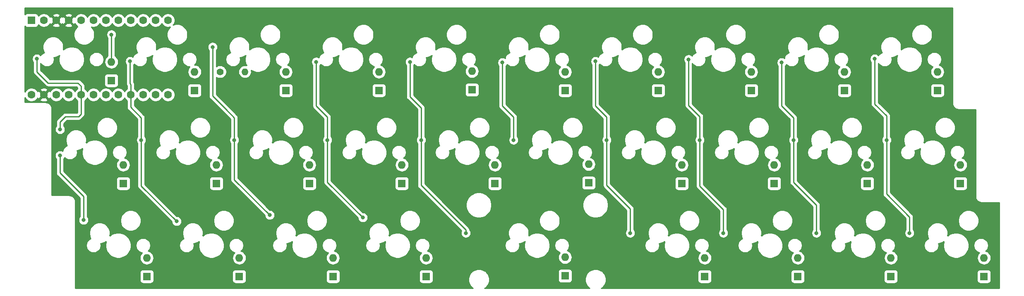
<source format=gbr>
G04 #@! TF.GenerationSoftware,KiCad,Pcbnew,(5.1.4-0-10_14)*
G04 #@! TF.CreationDate,2020-06-07T21:29:09-05:00*
G04 #@! TF.ProjectId,omega,6f6d6567-612e-46b6-9963-61645f706362,rev?*
G04 #@! TF.SameCoordinates,Original*
G04 #@! TF.FileFunction,Copper,L1,Top*
G04 #@! TF.FilePolarity,Positive*
%FSLAX46Y46*%
G04 Gerber Fmt 4.6, Leading zero omitted, Abs format (unit mm)*
G04 Created by KiCad (PCBNEW (5.1.4-0-10_14)) date 2020-06-07 21:29:09*
%MOMM*%
%LPD*%
G04 APERTURE LIST*
%ADD10O,1.400000X1.400000*%
%ADD11C,1.400000*%
%ADD12O,1.600000X1.600000*%
%ADD13R,1.600000X1.600000*%
%ADD14C,1.600000*%
%ADD15C,0.800000*%
%ADD16C,0.250000*%
%ADD17C,0.254000*%
G04 APERTURE END LIST*
D10*
X100965000Y-53467000D03*
D11*
X95885000Y-53467000D03*
D12*
X252222000Y-91567000D03*
D13*
X252222000Y-95377000D03*
D12*
X233172000Y-91567000D03*
D13*
X233172000Y-95377000D03*
D12*
X214122000Y-91567000D03*
D13*
X214122000Y-95377000D03*
D12*
X195072000Y-91567000D03*
D13*
X195072000Y-95377000D03*
D12*
X166497000Y-91440000D03*
D13*
X166497000Y-95250000D03*
D12*
X138049000Y-91567000D03*
D13*
X138049000Y-95377000D03*
D12*
X118999000Y-91567000D03*
D13*
X118999000Y-95377000D03*
D12*
X99822000Y-91567000D03*
D13*
X99822000Y-95377000D03*
D12*
X80899000Y-91567000D03*
D13*
X80899000Y-95377000D03*
D12*
X247396000Y-72517000D03*
D13*
X247396000Y-76327000D03*
D12*
X228346000Y-72517000D03*
D13*
X228346000Y-76327000D03*
D12*
X209296000Y-72517000D03*
D13*
X209296000Y-76327000D03*
D12*
X190373000Y-72517000D03*
D13*
X190373000Y-76327000D03*
D12*
X171323000Y-72390000D03*
D13*
X171323000Y-76200000D03*
D12*
X152146000Y-72517000D03*
D13*
X152146000Y-76327000D03*
D12*
X133096000Y-72517000D03*
D13*
X133096000Y-76327000D03*
D12*
X114173000Y-72517000D03*
D13*
X114173000Y-76327000D03*
D12*
X95123000Y-72517000D03*
D13*
X95123000Y-76327000D03*
D12*
X76073000Y-72517000D03*
D13*
X76073000Y-76327000D03*
D12*
X242697000Y-53467000D03*
D13*
X242697000Y-57277000D03*
D12*
X223647000Y-53467000D03*
D13*
X223647000Y-57277000D03*
D12*
X204597000Y-53467000D03*
D13*
X204597000Y-57277000D03*
D12*
X185547000Y-53467000D03*
D13*
X185547000Y-57277000D03*
D12*
X166497000Y-53467000D03*
D13*
X166497000Y-57277000D03*
D12*
X147447000Y-53340000D03*
D13*
X147447000Y-57150000D03*
D12*
X128397000Y-53467000D03*
D13*
X128397000Y-57277000D03*
D12*
X109347000Y-53467000D03*
D13*
X109347000Y-57277000D03*
D12*
X90678000Y-53467000D03*
D13*
X90678000Y-57277000D03*
D12*
X73660000Y-51435000D03*
D13*
X73660000Y-55245000D03*
D14*
X57277000Y-58166000D03*
X59817000Y-58166000D03*
X62357000Y-58166000D03*
X64897000Y-58166000D03*
X67437000Y-58166000D03*
X69977000Y-58166000D03*
X72517000Y-58166000D03*
X75057000Y-58166000D03*
X77597000Y-58166000D03*
X80137000Y-58166000D03*
X82677000Y-58166000D03*
X85217000Y-58166000D03*
X85217000Y-42926000D03*
X82677000Y-42926000D03*
X80137000Y-42926000D03*
X77597000Y-42926000D03*
X75057000Y-42926000D03*
X72517000Y-42926000D03*
X69977000Y-42926000D03*
X67437000Y-42926000D03*
X64897000Y-42926000D03*
X62357000Y-42926000D03*
X59817000Y-42926000D03*
D13*
X57277000Y-42926000D03*
D15*
X70739000Y-92964000D03*
X83312000Y-45847000D03*
X81280000Y-52832000D03*
X159131000Y-96520000D03*
X235204000Y-42037000D03*
X235204000Y-62738000D03*
X240665000Y-81534000D03*
X177292000Y-44196000D03*
X177292000Y-63500000D03*
X177292000Y-84201000D03*
X121539000Y-45466000D03*
X121539000Y-63373000D03*
X122301000Y-84963000D03*
X73660000Y-45847000D03*
X58420000Y-50800000D03*
X63146000Y-65251000D03*
X63119000Y-70612000D03*
X67945000Y-83820000D03*
X86995000Y-84074000D03*
X79756000Y-67437000D03*
X77470000Y-51308000D03*
X94361000Y-48387000D03*
X98806000Y-67437000D03*
X106045000Y-82804000D03*
X115570000Y-51435000D03*
X117856000Y-67437000D03*
X125095000Y-83312000D03*
X134747000Y-51435000D03*
X137033000Y-67437000D03*
X146177000Y-86487000D03*
X153670000Y-51562000D03*
X155956000Y-67437000D03*
X172720000Y-51308000D03*
X175006000Y-67437000D03*
X179832000Y-86487000D03*
X191770000Y-50927000D03*
X194056000Y-67437000D03*
X198882000Y-86487000D03*
X210820000Y-51562000D03*
X213233000Y-67437000D03*
X217932000Y-86487000D03*
X229870000Y-50800000D03*
X232283000Y-67437000D03*
X236982000Y-86487000D03*
D16*
X73660000Y-46412685D02*
X73660000Y-51435000D01*
X73660000Y-45847000D02*
X73660000Y-46412685D01*
X58420000Y-53467000D02*
X60706000Y-55753000D01*
X58420000Y-50800000D02*
X58420000Y-53467000D01*
X63119000Y-70612000D02*
X63119000Y-71177685D01*
X63119000Y-71177685D02*
X63119000Y-74168000D01*
X67945000Y-78994000D02*
X67945000Y-83820000D01*
X63119000Y-74168000D02*
X67945000Y-78994000D01*
X63146000Y-63727000D02*
X64262000Y-62611000D01*
X63146000Y-65251000D02*
X63146000Y-63727000D01*
D17*
X66929000Y-62611000D02*
X67437000Y-62103000D01*
D16*
X64262000Y-62611000D02*
X66929000Y-62611000D01*
D17*
X66548000Y-55753000D02*
X66802000Y-55753000D01*
D16*
X60706000Y-55753000D02*
X66548000Y-55753000D01*
D17*
X66802000Y-55753000D02*
X67437000Y-56388000D01*
X67437000Y-56388000D02*
X67437000Y-57038999D01*
X67437000Y-57038999D02*
X67437000Y-59817000D01*
X67437000Y-59817000D02*
X67437000Y-59436000D01*
X67437000Y-62103000D02*
X67437000Y-59817000D01*
D16*
X79756000Y-76835000D02*
X79756000Y-67437000D01*
X86995000Y-84074000D02*
X79756000Y-76835000D01*
D17*
X77597000Y-56007000D02*
X77597000Y-58166000D01*
X77470000Y-55880000D02*
X77597000Y-56007000D01*
X77470000Y-51308000D02*
X77470000Y-55880000D01*
X77597000Y-60706000D02*
X77597000Y-58166000D01*
X79756000Y-62865000D02*
X77597000Y-60706000D01*
X79756000Y-67437000D02*
X79756000Y-62865000D01*
D16*
X94361000Y-48387000D02*
X94361000Y-48952685D01*
X94361000Y-48952685D02*
X94361000Y-58420000D01*
X98806000Y-62865000D02*
X98806000Y-67437000D01*
X98806000Y-67437000D02*
X98806000Y-68002685D01*
X98806000Y-68002685D02*
X98806000Y-75565000D01*
X98806000Y-75565000D02*
X106045000Y-82804000D01*
X97091500Y-61150500D02*
X98806000Y-62865000D01*
X94361000Y-58420000D02*
X97091500Y-61150500D01*
X97091500Y-61150500D02*
X96901000Y-60960000D01*
X115570000Y-51435000D02*
X115570000Y-52000685D01*
X115570000Y-52000685D02*
X115570000Y-60452000D01*
X117856000Y-62738000D02*
X117856000Y-67437000D01*
X115570000Y-60452000D02*
X117856000Y-62738000D01*
X117856000Y-76073000D02*
X125095000Y-83312000D01*
X117856000Y-67437000D02*
X117856000Y-76073000D01*
X134747000Y-51435000D02*
X134747000Y-58547000D01*
X137033000Y-60833000D02*
X137033000Y-67437000D01*
X134747000Y-58547000D02*
X137033000Y-60833000D01*
X137033000Y-67437000D02*
X137033000Y-76708000D01*
X146177000Y-85852000D02*
X146177000Y-86487000D01*
X137033000Y-76708000D02*
X146177000Y-85852000D01*
X153670000Y-51562000D02*
X153670000Y-60325000D01*
X153670000Y-60325000D02*
X153670000Y-60452000D01*
X155956000Y-62738000D02*
X155956000Y-67437000D01*
X153670000Y-60452000D02*
X155956000Y-62738000D01*
X172720000Y-51308000D02*
X172720000Y-51873685D01*
X172720000Y-51873685D02*
X172720000Y-60452000D01*
X175006000Y-62738000D02*
X175006000Y-67437000D01*
X172720000Y-60452000D02*
X175006000Y-62738000D01*
X175006000Y-67437000D02*
X175006000Y-68002685D01*
X175006000Y-68002685D02*
X175006000Y-76708000D01*
X175006000Y-76708000D02*
X179832000Y-81534000D01*
X179832000Y-81534000D02*
X179832000Y-86487000D01*
X191770000Y-50927000D02*
X191770000Y-60198000D01*
X191770000Y-60198000D02*
X191770000Y-60325000D01*
X194056000Y-62611000D02*
X194056000Y-67437000D01*
X191770000Y-60325000D02*
X194056000Y-62611000D01*
X198882000Y-86487000D02*
X198882000Y-85598000D01*
X198882000Y-85598000D02*
X198882000Y-86360000D01*
X194056000Y-76835000D02*
X194056000Y-67437000D01*
X198882000Y-81661000D02*
X194056000Y-76835000D01*
X198882000Y-85598000D02*
X198882000Y-81661000D01*
X210820000Y-51562000D02*
X210820000Y-60452000D01*
X213233000Y-62865000D02*
X213233000Y-67437000D01*
X210820000Y-60452000D02*
X213233000Y-62865000D01*
X213233000Y-67437000D02*
X213233000Y-68002685D01*
X213233000Y-68002685D02*
X213233000Y-76073000D01*
X217932000Y-80772000D02*
X217932000Y-86487000D01*
X213233000Y-76073000D02*
X217932000Y-80772000D01*
X232283000Y-67437000D02*
X232283000Y-68002685D01*
X232283000Y-68002685D02*
X232283000Y-78486000D01*
X236982000Y-83185000D02*
X236982000Y-86487000D01*
X232283000Y-78486000D02*
X236982000Y-83185000D01*
X232283000Y-62484000D02*
X232283000Y-67437000D01*
X229870000Y-60071000D02*
X232283000Y-62484000D01*
X229870000Y-50800000D02*
X229870000Y-60071000D01*
D17*
G36*
X245772000Y-59980104D02*
G01*
X245775059Y-60011162D01*
X245775038Y-60014165D01*
X245776039Y-60024378D01*
X245781145Y-60072961D01*
X245782635Y-60088084D01*
X245782788Y-60088589D01*
X245786403Y-60122980D01*
X245799800Y-60188245D01*
X245812281Y-60253671D01*
X245815247Y-60263496D01*
X245844565Y-60358206D01*
X245870399Y-60419662D01*
X245895334Y-60481379D01*
X245900151Y-60490440D01*
X245947306Y-60577652D01*
X245984581Y-60632915D01*
X246021036Y-60688624D01*
X246027522Y-60696577D01*
X246090719Y-60772969D01*
X246138009Y-60819930D01*
X246184597Y-60867504D01*
X246192504Y-60874046D01*
X246269335Y-60936708D01*
X246324854Y-60973595D01*
X246379790Y-61011210D01*
X246388809Y-61016087D01*
X246388814Y-61016090D01*
X246388819Y-61016092D01*
X246476356Y-61062636D01*
X246537943Y-61088020D01*
X246599174Y-61114264D01*
X246608977Y-61117299D01*
X246703891Y-61145955D01*
X246769275Y-61158901D01*
X246834398Y-61172744D01*
X246844604Y-61173817D01*
X246943275Y-61183492D01*
X246943277Y-61183492D01*
X246978895Y-61187000D01*
X250471001Y-61187000D01*
X250471000Y-79030104D01*
X250474059Y-79061162D01*
X250474038Y-79064165D01*
X250475039Y-79074378D01*
X250480145Y-79122961D01*
X250481635Y-79138084D01*
X250481788Y-79138589D01*
X250485403Y-79172980D01*
X250498800Y-79238245D01*
X250511281Y-79303671D01*
X250514247Y-79313496D01*
X250543565Y-79408206D01*
X250569399Y-79469662D01*
X250594334Y-79531379D01*
X250599151Y-79540440D01*
X250646306Y-79627652D01*
X250683581Y-79682915D01*
X250720036Y-79738624D01*
X250726522Y-79746577D01*
X250789719Y-79822969D01*
X250837009Y-79869930D01*
X250883597Y-79917504D01*
X250891504Y-79924046D01*
X250968335Y-79986708D01*
X251023854Y-80023595D01*
X251078790Y-80061210D01*
X251087809Y-80066087D01*
X251087814Y-80066090D01*
X251087819Y-80066092D01*
X251175356Y-80112636D01*
X251236943Y-80138020D01*
X251298174Y-80164264D01*
X251307977Y-80167299D01*
X251402891Y-80195955D01*
X251468275Y-80208901D01*
X251533398Y-80222744D01*
X251543604Y-80223817D01*
X251642275Y-80233492D01*
X251642277Y-80233492D01*
X251677895Y-80237000D01*
X255297000Y-80237000D01*
X255297001Y-97817000D01*
X173904723Y-97817000D01*
X174096282Y-97689004D01*
X174397004Y-97388282D01*
X174633281Y-97034670D01*
X174796030Y-96641757D01*
X174879000Y-96224643D01*
X174879000Y-95799357D01*
X174796030Y-95382243D01*
X174633281Y-94989330D01*
X174397004Y-94635718D01*
X174338286Y-94577000D01*
X193633928Y-94577000D01*
X193633928Y-96177000D01*
X193646188Y-96301482D01*
X193682498Y-96421180D01*
X193741463Y-96531494D01*
X193820815Y-96628185D01*
X193917506Y-96707537D01*
X194027820Y-96766502D01*
X194147518Y-96802812D01*
X194272000Y-96815072D01*
X195872000Y-96815072D01*
X195996482Y-96802812D01*
X196116180Y-96766502D01*
X196226494Y-96707537D01*
X196323185Y-96628185D01*
X196402537Y-96531494D01*
X196461502Y-96421180D01*
X196497812Y-96301482D01*
X196510072Y-96177000D01*
X196510072Y-94577000D01*
X212683928Y-94577000D01*
X212683928Y-96177000D01*
X212696188Y-96301482D01*
X212732498Y-96421180D01*
X212791463Y-96531494D01*
X212870815Y-96628185D01*
X212967506Y-96707537D01*
X213077820Y-96766502D01*
X213197518Y-96802812D01*
X213322000Y-96815072D01*
X214922000Y-96815072D01*
X215046482Y-96802812D01*
X215166180Y-96766502D01*
X215276494Y-96707537D01*
X215373185Y-96628185D01*
X215452537Y-96531494D01*
X215511502Y-96421180D01*
X215547812Y-96301482D01*
X215560072Y-96177000D01*
X215560072Y-94577000D01*
X231733928Y-94577000D01*
X231733928Y-96177000D01*
X231746188Y-96301482D01*
X231782498Y-96421180D01*
X231841463Y-96531494D01*
X231920815Y-96628185D01*
X232017506Y-96707537D01*
X232127820Y-96766502D01*
X232247518Y-96802812D01*
X232372000Y-96815072D01*
X233972000Y-96815072D01*
X234096482Y-96802812D01*
X234216180Y-96766502D01*
X234326494Y-96707537D01*
X234423185Y-96628185D01*
X234502537Y-96531494D01*
X234561502Y-96421180D01*
X234597812Y-96301482D01*
X234610072Y-96177000D01*
X234610072Y-94577000D01*
X250783928Y-94577000D01*
X250783928Y-96177000D01*
X250796188Y-96301482D01*
X250832498Y-96421180D01*
X250891463Y-96531494D01*
X250970815Y-96628185D01*
X251067506Y-96707537D01*
X251177820Y-96766502D01*
X251297518Y-96802812D01*
X251422000Y-96815072D01*
X253022000Y-96815072D01*
X253146482Y-96802812D01*
X253266180Y-96766502D01*
X253376494Y-96707537D01*
X253473185Y-96628185D01*
X253552537Y-96531494D01*
X253611502Y-96421180D01*
X253647812Y-96301482D01*
X253660072Y-96177000D01*
X253660072Y-94577000D01*
X253647812Y-94452518D01*
X253611502Y-94332820D01*
X253552537Y-94222506D01*
X253473185Y-94125815D01*
X253376494Y-94046463D01*
X253266180Y-93987498D01*
X253146482Y-93951188D01*
X253022000Y-93938928D01*
X251422000Y-93938928D01*
X251297518Y-93951188D01*
X251177820Y-93987498D01*
X251067506Y-94046463D01*
X250970815Y-94125815D01*
X250891463Y-94222506D01*
X250832498Y-94332820D01*
X250796188Y-94452518D01*
X250783928Y-94577000D01*
X234610072Y-94577000D01*
X234597812Y-94452518D01*
X234561502Y-94332820D01*
X234502537Y-94222506D01*
X234423185Y-94125815D01*
X234326494Y-94046463D01*
X234216180Y-93987498D01*
X234096482Y-93951188D01*
X233972000Y-93938928D01*
X232372000Y-93938928D01*
X232247518Y-93951188D01*
X232127820Y-93987498D01*
X232017506Y-94046463D01*
X231920815Y-94125815D01*
X231841463Y-94222506D01*
X231782498Y-94332820D01*
X231746188Y-94452518D01*
X231733928Y-94577000D01*
X215560072Y-94577000D01*
X215547812Y-94452518D01*
X215511502Y-94332820D01*
X215452537Y-94222506D01*
X215373185Y-94125815D01*
X215276494Y-94046463D01*
X215166180Y-93987498D01*
X215046482Y-93951188D01*
X214922000Y-93938928D01*
X213322000Y-93938928D01*
X213197518Y-93951188D01*
X213077820Y-93987498D01*
X212967506Y-94046463D01*
X212870815Y-94125815D01*
X212791463Y-94222506D01*
X212732498Y-94332820D01*
X212696188Y-94452518D01*
X212683928Y-94577000D01*
X196510072Y-94577000D01*
X196497812Y-94452518D01*
X196461502Y-94332820D01*
X196402537Y-94222506D01*
X196323185Y-94125815D01*
X196226494Y-94046463D01*
X196116180Y-93987498D01*
X195996482Y-93951188D01*
X195872000Y-93938928D01*
X194272000Y-93938928D01*
X194147518Y-93951188D01*
X194027820Y-93987498D01*
X193917506Y-94046463D01*
X193820815Y-94125815D01*
X193741463Y-94222506D01*
X193682498Y-94332820D01*
X193646188Y-94452518D01*
X193633928Y-94577000D01*
X174338286Y-94577000D01*
X174096282Y-94334996D01*
X173742670Y-94098719D01*
X173349757Y-93935970D01*
X172932643Y-93853000D01*
X172507357Y-93853000D01*
X172090243Y-93935970D01*
X171697330Y-94098719D01*
X171343718Y-94334996D01*
X171042996Y-94635718D01*
X170806719Y-94989330D01*
X170643970Y-95382243D01*
X170561000Y-95799357D01*
X170561000Y-96224643D01*
X170643970Y-96641757D01*
X170806719Y-97034670D01*
X171042996Y-97388282D01*
X171343718Y-97689004D01*
X171535277Y-97817000D01*
X150028723Y-97817000D01*
X150220282Y-97689004D01*
X150521004Y-97388282D01*
X150757281Y-97034670D01*
X150920030Y-96641757D01*
X151003000Y-96224643D01*
X151003000Y-95799357D01*
X150920030Y-95382243D01*
X150757281Y-94989330D01*
X150521004Y-94635718D01*
X150335286Y-94450000D01*
X165058928Y-94450000D01*
X165058928Y-96050000D01*
X165071188Y-96174482D01*
X165107498Y-96294180D01*
X165166463Y-96404494D01*
X165245815Y-96501185D01*
X165342506Y-96580537D01*
X165452820Y-96639502D01*
X165572518Y-96675812D01*
X165697000Y-96688072D01*
X167297000Y-96688072D01*
X167421482Y-96675812D01*
X167541180Y-96639502D01*
X167651494Y-96580537D01*
X167748185Y-96501185D01*
X167827537Y-96404494D01*
X167886502Y-96294180D01*
X167922812Y-96174482D01*
X167935072Y-96050000D01*
X167935072Y-94450000D01*
X167922812Y-94325518D01*
X167886502Y-94205820D01*
X167827537Y-94095506D01*
X167748185Y-93998815D01*
X167651494Y-93919463D01*
X167541180Y-93860498D01*
X167421482Y-93824188D01*
X167297000Y-93811928D01*
X165697000Y-93811928D01*
X165572518Y-93824188D01*
X165452820Y-93860498D01*
X165342506Y-93919463D01*
X165245815Y-93998815D01*
X165166463Y-94095506D01*
X165107498Y-94205820D01*
X165071188Y-94325518D01*
X165058928Y-94450000D01*
X150335286Y-94450000D01*
X150220282Y-94334996D01*
X149866670Y-94098719D01*
X149473757Y-93935970D01*
X149056643Y-93853000D01*
X148631357Y-93853000D01*
X148214243Y-93935970D01*
X147821330Y-94098719D01*
X147467718Y-94334996D01*
X147166996Y-94635718D01*
X146930719Y-94989330D01*
X146767970Y-95382243D01*
X146685000Y-95799357D01*
X146685000Y-96224643D01*
X146767970Y-96641757D01*
X146930719Y-97034670D01*
X147166996Y-97388282D01*
X147467718Y-97689004D01*
X147659277Y-97817000D01*
X66267000Y-97817000D01*
X66267000Y-94577000D01*
X79460928Y-94577000D01*
X79460928Y-96177000D01*
X79473188Y-96301482D01*
X79509498Y-96421180D01*
X79568463Y-96531494D01*
X79647815Y-96628185D01*
X79744506Y-96707537D01*
X79854820Y-96766502D01*
X79974518Y-96802812D01*
X80099000Y-96815072D01*
X81699000Y-96815072D01*
X81823482Y-96802812D01*
X81943180Y-96766502D01*
X82053494Y-96707537D01*
X82150185Y-96628185D01*
X82229537Y-96531494D01*
X82288502Y-96421180D01*
X82324812Y-96301482D01*
X82337072Y-96177000D01*
X82337072Y-94577000D01*
X98383928Y-94577000D01*
X98383928Y-96177000D01*
X98396188Y-96301482D01*
X98432498Y-96421180D01*
X98491463Y-96531494D01*
X98570815Y-96628185D01*
X98667506Y-96707537D01*
X98777820Y-96766502D01*
X98897518Y-96802812D01*
X99022000Y-96815072D01*
X100622000Y-96815072D01*
X100746482Y-96802812D01*
X100866180Y-96766502D01*
X100976494Y-96707537D01*
X101073185Y-96628185D01*
X101152537Y-96531494D01*
X101211502Y-96421180D01*
X101247812Y-96301482D01*
X101260072Y-96177000D01*
X101260072Y-94577000D01*
X117560928Y-94577000D01*
X117560928Y-96177000D01*
X117573188Y-96301482D01*
X117609498Y-96421180D01*
X117668463Y-96531494D01*
X117747815Y-96628185D01*
X117844506Y-96707537D01*
X117954820Y-96766502D01*
X118074518Y-96802812D01*
X118199000Y-96815072D01*
X119799000Y-96815072D01*
X119923482Y-96802812D01*
X120043180Y-96766502D01*
X120153494Y-96707537D01*
X120250185Y-96628185D01*
X120329537Y-96531494D01*
X120388502Y-96421180D01*
X120424812Y-96301482D01*
X120437072Y-96177000D01*
X120437072Y-94577000D01*
X136610928Y-94577000D01*
X136610928Y-96177000D01*
X136623188Y-96301482D01*
X136659498Y-96421180D01*
X136718463Y-96531494D01*
X136797815Y-96628185D01*
X136894506Y-96707537D01*
X137004820Y-96766502D01*
X137124518Y-96802812D01*
X137249000Y-96815072D01*
X138849000Y-96815072D01*
X138973482Y-96802812D01*
X139093180Y-96766502D01*
X139203494Y-96707537D01*
X139300185Y-96628185D01*
X139379537Y-96531494D01*
X139438502Y-96421180D01*
X139474812Y-96301482D01*
X139487072Y-96177000D01*
X139487072Y-94577000D01*
X139474812Y-94452518D01*
X139438502Y-94332820D01*
X139379537Y-94222506D01*
X139300185Y-94125815D01*
X139203494Y-94046463D01*
X139093180Y-93987498D01*
X138973482Y-93951188D01*
X138849000Y-93938928D01*
X137249000Y-93938928D01*
X137124518Y-93951188D01*
X137004820Y-93987498D01*
X136894506Y-94046463D01*
X136797815Y-94125815D01*
X136718463Y-94222506D01*
X136659498Y-94332820D01*
X136623188Y-94452518D01*
X136610928Y-94577000D01*
X120437072Y-94577000D01*
X120424812Y-94452518D01*
X120388502Y-94332820D01*
X120329537Y-94222506D01*
X120250185Y-94125815D01*
X120153494Y-94046463D01*
X120043180Y-93987498D01*
X119923482Y-93951188D01*
X119799000Y-93938928D01*
X118199000Y-93938928D01*
X118074518Y-93951188D01*
X117954820Y-93987498D01*
X117844506Y-94046463D01*
X117747815Y-94125815D01*
X117668463Y-94222506D01*
X117609498Y-94332820D01*
X117573188Y-94452518D01*
X117560928Y-94577000D01*
X101260072Y-94577000D01*
X101247812Y-94452518D01*
X101211502Y-94332820D01*
X101152537Y-94222506D01*
X101073185Y-94125815D01*
X100976494Y-94046463D01*
X100866180Y-93987498D01*
X100746482Y-93951188D01*
X100622000Y-93938928D01*
X99022000Y-93938928D01*
X98897518Y-93951188D01*
X98777820Y-93987498D01*
X98667506Y-94046463D01*
X98570815Y-94125815D01*
X98491463Y-94222506D01*
X98432498Y-94332820D01*
X98396188Y-94452518D01*
X98383928Y-94577000D01*
X82337072Y-94577000D01*
X82324812Y-94452518D01*
X82288502Y-94332820D01*
X82229537Y-94222506D01*
X82150185Y-94125815D01*
X82053494Y-94046463D01*
X81943180Y-93987498D01*
X81823482Y-93951188D01*
X81699000Y-93938928D01*
X80099000Y-93938928D01*
X79974518Y-93951188D01*
X79854820Y-93987498D01*
X79744506Y-94046463D01*
X79647815Y-94125815D01*
X79568463Y-94222506D01*
X79509498Y-94332820D01*
X79473188Y-94452518D01*
X79460928Y-94577000D01*
X66267000Y-94577000D01*
X66267000Y-88878278D01*
X68467000Y-88878278D01*
X68467000Y-89175722D01*
X68525029Y-89467451D01*
X68638856Y-89742253D01*
X68804107Y-89989569D01*
X69014431Y-90199893D01*
X69261747Y-90365144D01*
X69536549Y-90478971D01*
X69828278Y-90537000D01*
X70125722Y-90537000D01*
X70417451Y-90478971D01*
X70692253Y-90365144D01*
X70939569Y-90199893D01*
X71149893Y-89989569D01*
X71315144Y-89742253D01*
X71428971Y-89467451D01*
X71487000Y-89175722D01*
X71487000Y-88878278D01*
X71436023Y-88622000D01*
X71457279Y-88622000D01*
X71869756Y-88539953D01*
X72258302Y-88379012D01*
X72564708Y-88174279D01*
X72529127Y-88260178D01*
X72428100Y-88768076D01*
X72428100Y-89285924D01*
X72529127Y-89793822D01*
X72727299Y-90272251D01*
X73015000Y-90702826D01*
X73381174Y-91069000D01*
X73811749Y-91356701D01*
X74290178Y-91554873D01*
X74798076Y-91655900D01*
X75315924Y-91655900D01*
X75823822Y-91554873D01*
X76302251Y-91356701D01*
X76732826Y-91069000D01*
X77099000Y-90702826D01*
X77386701Y-90272251D01*
X77584873Y-89793822D01*
X77685900Y-89285924D01*
X77685900Y-88878278D01*
X78627000Y-88878278D01*
X78627000Y-89175722D01*
X78685029Y-89467451D01*
X78798856Y-89742253D01*
X78964107Y-89989569D01*
X79174431Y-90199893D01*
X79421747Y-90365144D01*
X79696549Y-90478971D01*
X79910827Y-90521594D01*
X79879392Y-90547392D01*
X79700068Y-90765899D01*
X79566818Y-91015192D01*
X79484764Y-91285691D01*
X79457057Y-91567000D01*
X79484764Y-91848309D01*
X79566818Y-92118808D01*
X79700068Y-92368101D01*
X79879392Y-92586608D01*
X80097899Y-92765932D01*
X80347192Y-92899182D01*
X80617691Y-92981236D01*
X80828508Y-93002000D01*
X80969492Y-93002000D01*
X81180309Y-92981236D01*
X81450808Y-92899182D01*
X81700101Y-92765932D01*
X81918608Y-92586608D01*
X82097932Y-92368101D01*
X82231182Y-92118808D01*
X82313236Y-91848309D01*
X82340943Y-91567000D01*
X82313236Y-91285691D01*
X82231182Y-91015192D01*
X82097932Y-90765899D01*
X81918608Y-90547392D01*
X81700101Y-90368068D01*
X81450808Y-90234818D01*
X81180309Y-90152764D01*
X81149712Y-90149750D01*
X81309893Y-89989569D01*
X81475144Y-89742253D01*
X81588971Y-89467451D01*
X81647000Y-89175722D01*
X81647000Y-88878278D01*
X87517000Y-88878278D01*
X87517000Y-89175722D01*
X87575029Y-89467451D01*
X87688856Y-89742253D01*
X87854107Y-89989569D01*
X88064431Y-90199893D01*
X88311747Y-90365144D01*
X88586549Y-90478971D01*
X88878278Y-90537000D01*
X89175722Y-90537000D01*
X89467451Y-90478971D01*
X89742253Y-90365144D01*
X89989569Y-90199893D01*
X90199893Y-89989569D01*
X90365144Y-89742253D01*
X90478971Y-89467451D01*
X90537000Y-89175722D01*
X90537000Y-88878278D01*
X90486023Y-88622000D01*
X90507279Y-88622000D01*
X90919756Y-88539953D01*
X91308302Y-88379012D01*
X91614708Y-88174279D01*
X91579127Y-88260178D01*
X91478100Y-88768076D01*
X91478100Y-89285924D01*
X91579127Y-89793822D01*
X91777299Y-90272251D01*
X92065000Y-90702826D01*
X92431174Y-91069000D01*
X92861749Y-91356701D01*
X93340178Y-91554873D01*
X93848076Y-91655900D01*
X94365924Y-91655900D01*
X94873822Y-91554873D01*
X95352251Y-91356701D01*
X95782826Y-91069000D01*
X96149000Y-90702826D01*
X96436701Y-90272251D01*
X96634873Y-89793822D01*
X96735900Y-89285924D01*
X96735900Y-88878278D01*
X97677000Y-88878278D01*
X97677000Y-89175722D01*
X97735029Y-89467451D01*
X97848856Y-89742253D01*
X98014107Y-89989569D01*
X98224431Y-90199893D01*
X98471747Y-90365144D01*
X98746549Y-90478971D01*
X98858604Y-90501260D01*
X98802392Y-90547392D01*
X98623068Y-90765899D01*
X98489818Y-91015192D01*
X98407764Y-91285691D01*
X98380057Y-91567000D01*
X98407764Y-91848309D01*
X98489818Y-92118808D01*
X98623068Y-92368101D01*
X98802392Y-92586608D01*
X99020899Y-92765932D01*
X99270192Y-92899182D01*
X99540691Y-92981236D01*
X99751508Y-93002000D01*
X99892492Y-93002000D01*
X100103309Y-92981236D01*
X100373808Y-92899182D01*
X100623101Y-92765932D01*
X100841608Y-92586608D01*
X101020932Y-92368101D01*
X101154182Y-92118808D01*
X101236236Y-91848309D01*
X101263943Y-91567000D01*
X101236236Y-91285691D01*
X101154182Y-91015192D01*
X101020932Y-90765899D01*
X100841608Y-90547392D01*
X100623101Y-90368068D01*
X100373808Y-90234818D01*
X100174962Y-90174500D01*
X100359893Y-89989569D01*
X100525144Y-89742253D01*
X100638971Y-89467451D01*
X100697000Y-89175722D01*
X100697000Y-88878278D01*
X106567000Y-88878278D01*
X106567000Y-89175722D01*
X106625029Y-89467451D01*
X106738856Y-89742253D01*
X106904107Y-89989569D01*
X107114431Y-90199893D01*
X107361747Y-90365144D01*
X107636549Y-90478971D01*
X107928278Y-90537000D01*
X108225722Y-90537000D01*
X108517451Y-90478971D01*
X108792253Y-90365144D01*
X109039569Y-90199893D01*
X109249893Y-89989569D01*
X109415144Y-89742253D01*
X109528971Y-89467451D01*
X109587000Y-89175722D01*
X109587000Y-88878278D01*
X109536023Y-88622000D01*
X109557279Y-88622000D01*
X109969756Y-88539953D01*
X110358302Y-88379012D01*
X110664708Y-88174279D01*
X110629127Y-88260178D01*
X110528100Y-88768076D01*
X110528100Y-89285924D01*
X110629127Y-89793822D01*
X110827299Y-90272251D01*
X111115000Y-90702826D01*
X111481174Y-91069000D01*
X111911749Y-91356701D01*
X112390178Y-91554873D01*
X112898076Y-91655900D01*
X113415924Y-91655900D01*
X113923822Y-91554873D01*
X114402251Y-91356701D01*
X114832826Y-91069000D01*
X115199000Y-90702826D01*
X115486701Y-90272251D01*
X115684873Y-89793822D01*
X115785900Y-89285924D01*
X115785900Y-88878278D01*
X116727000Y-88878278D01*
X116727000Y-89175722D01*
X116785029Y-89467451D01*
X116898856Y-89742253D01*
X117064107Y-89989569D01*
X117274431Y-90199893D01*
X117521747Y-90365144D01*
X117796549Y-90478971D01*
X118010827Y-90521594D01*
X117979392Y-90547392D01*
X117800068Y-90765899D01*
X117666818Y-91015192D01*
X117584764Y-91285691D01*
X117557057Y-91567000D01*
X117584764Y-91848309D01*
X117666818Y-92118808D01*
X117800068Y-92368101D01*
X117979392Y-92586608D01*
X118197899Y-92765932D01*
X118447192Y-92899182D01*
X118717691Y-92981236D01*
X118928508Y-93002000D01*
X119069492Y-93002000D01*
X119280309Y-92981236D01*
X119550808Y-92899182D01*
X119800101Y-92765932D01*
X120018608Y-92586608D01*
X120197932Y-92368101D01*
X120331182Y-92118808D01*
X120413236Y-91848309D01*
X120440943Y-91567000D01*
X120413236Y-91285691D01*
X120331182Y-91015192D01*
X120197932Y-90765899D01*
X120018608Y-90547392D01*
X119800101Y-90368068D01*
X119550808Y-90234818D01*
X119280309Y-90152764D01*
X119249712Y-90149750D01*
X119409893Y-89989569D01*
X119575144Y-89742253D01*
X119688971Y-89467451D01*
X119747000Y-89175722D01*
X119747000Y-88878278D01*
X125617000Y-88878278D01*
X125617000Y-89175722D01*
X125675029Y-89467451D01*
X125788856Y-89742253D01*
X125954107Y-89989569D01*
X126164431Y-90199893D01*
X126411747Y-90365144D01*
X126686549Y-90478971D01*
X126978278Y-90537000D01*
X127275722Y-90537000D01*
X127567451Y-90478971D01*
X127842253Y-90365144D01*
X128089569Y-90199893D01*
X128299893Y-89989569D01*
X128465144Y-89742253D01*
X128578971Y-89467451D01*
X128637000Y-89175722D01*
X128637000Y-88878278D01*
X128586023Y-88622000D01*
X128607279Y-88622000D01*
X129019756Y-88539953D01*
X129408302Y-88379012D01*
X129714708Y-88174279D01*
X129679127Y-88260178D01*
X129578100Y-88768076D01*
X129578100Y-89285924D01*
X129679127Y-89793822D01*
X129877299Y-90272251D01*
X130165000Y-90702826D01*
X130531174Y-91069000D01*
X130961749Y-91356701D01*
X131440178Y-91554873D01*
X131948076Y-91655900D01*
X132465924Y-91655900D01*
X132973822Y-91554873D01*
X133452251Y-91356701D01*
X133882826Y-91069000D01*
X134249000Y-90702826D01*
X134536701Y-90272251D01*
X134734873Y-89793822D01*
X134835900Y-89285924D01*
X134835900Y-88878278D01*
X135777000Y-88878278D01*
X135777000Y-89175722D01*
X135835029Y-89467451D01*
X135948856Y-89742253D01*
X136114107Y-89989569D01*
X136324431Y-90199893D01*
X136571747Y-90365144D01*
X136846549Y-90478971D01*
X137060827Y-90521594D01*
X137029392Y-90547392D01*
X136850068Y-90765899D01*
X136716818Y-91015192D01*
X136634764Y-91285691D01*
X136607057Y-91567000D01*
X136634764Y-91848309D01*
X136716818Y-92118808D01*
X136850068Y-92368101D01*
X137029392Y-92586608D01*
X137247899Y-92765932D01*
X137497192Y-92899182D01*
X137767691Y-92981236D01*
X137978508Y-93002000D01*
X138119492Y-93002000D01*
X138330309Y-92981236D01*
X138600808Y-92899182D01*
X138850101Y-92765932D01*
X139068608Y-92586608D01*
X139247932Y-92368101D01*
X139381182Y-92118808D01*
X139463236Y-91848309D01*
X139490943Y-91567000D01*
X139463236Y-91285691D01*
X139381182Y-91015192D01*
X139247932Y-90765899D01*
X139068608Y-90547392D01*
X138850101Y-90368068D01*
X138600808Y-90234818D01*
X138330309Y-90152764D01*
X138299712Y-90149750D01*
X138459893Y-89989569D01*
X138625144Y-89742253D01*
X138738971Y-89467451D01*
X138797000Y-89175722D01*
X138797000Y-88878278D01*
X154192000Y-88878278D01*
X154192000Y-89175722D01*
X154250029Y-89467451D01*
X154363856Y-89742253D01*
X154529107Y-89989569D01*
X154739431Y-90199893D01*
X154986747Y-90365144D01*
X155261549Y-90478971D01*
X155553278Y-90537000D01*
X155850722Y-90537000D01*
X156142451Y-90478971D01*
X156417253Y-90365144D01*
X156664569Y-90199893D01*
X156874893Y-89989569D01*
X157040144Y-89742253D01*
X157153971Y-89467451D01*
X157212000Y-89175722D01*
X157212000Y-88878278D01*
X157161023Y-88622000D01*
X157182279Y-88622000D01*
X157594756Y-88539953D01*
X157983302Y-88379012D01*
X158289708Y-88174279D01*
X158254127Y-88260178D01*
X158153100Y-88768076D01*
X158153100Y-89285924D01*
X158254127Y-89793822D01*
X158452299Y-90272251D01*
X158740000Y-90702826D01*
X159106174Y-91069000D01*
X159536749Y-91356701D01*
X160015178Y-91554873D01*
X160523076Y-91655900D01*
X161040924Y-91655900D01*
X161548822Y-91554873D01*
X162027251Y-91356701D01*
X162457826Y-91069000D01*
X162824000Y-90702826D01*
X163111701Y-90272251D01*
X163309873Y-89793822D01*
X163410900Y-89285924D01*
X163410900Y-88878278D01*
X164352000Y-88878278D01*
X164352000Y-89175722D01*
X164410029Y-89467451D01*
X164523856Y-89742253D01*
X164689107Y-89989569D01*
X164899431Y-90199893D01*
X165146747Y-90365144D01*
X165421549Y-90478971D01*
X165428227Y-90480299D01*
X165298068Y-90638899D01*
X165164818Y-90888192D01*
X165082764Y-91158691D01*
X165055057Y-91440000D01*
X165082764Y-91721309D01*
X165164818Y-91991808D01*
X165298068Y-92241101D01*
X165477392Y-92459608D01*
X165695899Y-92638932D01*
X165945192Y-92772182D01*
X166215691Y-92854236D01*
X166426508Y-92875000D01*
X166567492Y-92875000D01*
X166778309Y-92854236D01*
X167048808Y-92772182D01*
X167298101Y-92638932D01*
X167516608Y-92459608D01*
X167695932Y-92241101D01*
X167829182Y-91991808D01*
X167911236Y-91721309D01*
X167938943Y-91440000D01*
X167911236Y-91158691D01*
X167829182Y-90888192D01*
X167695932Y-90638899D01*
X167516608Y-90420392D01*
X167298101Y-90241068D01*
X167048808Y-90107818D01*
X166947404Y-90077058D01*
X167034893Y-89989569D01*
X167200144Y-89742253D01*
X167313971Y-89467451D01*
X167372000Y-89175722D01*
X167372000Y-88878278D01*
X182767000Y-88878278D01*
X182767000Y-89175722D01*
X182825029Y-89467451D01*
X182938856Y-89742253D01*
X183104107Y-89989569D01*
X183314431Y-90199893D01*
X183561747Y-90365144D01*
X183836549Y-90478971D01*
X184128278Y-90537000D01*
X184425722Y-90537000D01*
X184717451Y-90478971D01*
X184992253Y-90365144D01*
X185239569Y-90199893D01*
X185449893Y-89989569D01*
X185615144Y-89742253D01*
X185728971Y-89467451D01*
X185787000Y-89175722D01*
X185787000Y-88878278D01*
X185736023Y-88622000D01*
X185757279Y-88622000D01*
X186169756Y-88539953D01*
X186558302Y-88379012D01*
X186864708Y-88174279D01*
X186829127Y-88260178D01*
X186728100Y-88768076D01*
X186728100Y-89285924D01*
X186829127Y-89793822D01*
X187027299Y-90272251D01*
X187315000Y-90702826D01*
X187681174Y-91069000D01*
X188111749Y-91356701D01*
X188590178Y-91554873D01*
X189098076Y-91655900D01*
X189615924Y-91655900D01*
X190123822Y-91554873D01*
X190602251Y-91356701D01*
X191032826Y-91069000D01*
X191399000Y-90702826D01*
X191686701Y-90272251D01*
X191884873Y-89793822D01*
X191985900Y-89285924D01*
X191985900Y-88878278D01*
X192927000Y-88878278D01*
X192927000Y-89175722D01*
X192985029Y-89467451D01*
X193098856Y-89742253D01*
X193264107Y-89989569D01*
X193474431Y-90199893D01*
X193721747Y-90365144D01*
X193996549Y-90478971D01*
X194108604Y-90501260D01*
X194052392Y-90547392D01*
X193873068Y-90765899D01*
X193739818Y-91015192D01*
X193657764Y-91285691D01*
X193630057Y-91567000D01*
X193657764Y-91848309D01*
X193739818Y-92118808D01*
X193873068Y-92368101D01*
X194052392Y-92586608D01*
X194270899Y-92765932D01*
X194520192Y-92899182D01*
X194790691Y-92981236D01*
X195001508Y-93002000D01*
X195142492Y-93002000D01*
X195353309Y-92981236D01*
X195623808Y-92899182D01*
X195873101Y-92765932D01*
X196091608Y-92586608D01*
X196270932Y-92368101D01*
X196404182Y-92118808D01*
X196486236Y-91848309D01*
X196513943Y-91567000D01*
X196486236Y-91285691D01*
X196404182Y-91015192D01*
X196270932Y-90765899D01*
X196091608Y-90547392D01*
X195873101Y-90368068D01*
X195623808Y-90234818D01*
X195424962Y-90174500D01*
X195609893Y-89989569D01*
X195775144Y-89742253D01*
X195888971Y-89467451D01*
X195947000Y-89175722D01*
X195947000Y-88878278D01*
X201817000Y-88878278D01*
X201817000Y-89175722D01*
X201875029Y-89467451D01*
X201988856Y-89742253D01*
X202154107Y-89989569D01*
X202364431Y-90199893D01*
X202611747Y-90365144D01*
X202886549Y-90478971D01*
X203178278Y-90537000D01*
X203475722Y-90537000D01*
X203767451Y-90478971D01*
X204042253Y-90365144D01*
X204289569Y-90199893D01*
X204499893Y-89989569D01*
X204665144Y-89742253D01*
X204778971Y-89467451D01*
X204837000Y-89175722D01*
X204837000Y-88878278D01*
X204786023Y-88622000D01*
X204807279Y-88622000D01*
X205219756Y-88539953D01*
X205608302Y-88379012D01*
X205914708Y-88174279D01*
X205879127Y-88260178D01*
X205778100Y-88768076D01*
X205778100Y-89285924D01*
X205879127Y-89793822D01*
X206077299Y-90272251D01*
X206365000Y-90702826D01*
X206731174Y-91069000D01*
X207161749Y-91356701D01*
X207640178Y-91554873D01*
X208148076Y-91655900D01*
X208665924Y-91655900D01*
X209173822Y-91554873D01*
X209652251Y-91356701D01*
X210082826Y-91069000D01*
X210449000Y-90702826D01*
X210736701Y-90272251D01*
X210934873Y-89793822D01*
X211035900Y-89285924D01*
X211035900Y-88878278D01*
X211977000Y-88878278D01*
X211977000Y-89175722D01*
X212035029Y-89467451D01*
X212148856Y-89742253D01*
X212314107Y-89989569D01*
X212524431Y-90199893D01*
X212771747Y-90365144D01*
X213046549Y-90478971D01*
X213158604Y-90501260D01*
X213102392Y-90547392D01*
X212923068Y-90765899D01*
X212789818Y-91015192D01*
X212707764Y-91285691D01*
X212680057Y-91567000D01*
X212707764Y-91848309D01*
X212789818Y-92118808D01*
X212923068Y-92368101D01*
X213102392Y-92586608D01*
X213320899Y-92765932D01*
X213570192Y-92899182D01*
X213840691Y-92981236D01*
X214051508Y-93002000D01*
X214192492Y-93002000D01*
X214403309Y-92981236D01*
X214673808Y-92899182D01*
X214923101Y-92765932D01*
X215141608Y-92586608D01*
X215320932Y-92368101D01*
X215454182Y-92118808D01*
X215536236Y-91848309D01*
X215563943Y-91567000D01*
X215536236Y-91285691D01*
X215454182Y-91015192D01*
X215320932Y-90765899D01*
X215141608Y-90547392D01*
X214923101Y-90368068D01*
X214673808Y-90234818D01*
X214474962Y-90174500D01*
X214659893Y-89989569D01*
X214825144Y-89742253D01*
X214938971Y-89467451D01*
X214997000Y-89175722D01*
X214997000Y-88878278D01*
X220867000Y-88878278D01*
X220867000Y-89175722D01*
X220925029Y-89467451D01*
X221038856Y-89742253D01*
X221204107Y-89989569D01*
X221414431Y-90199893D01*
X221661747Y-90365144D01*
X221936549Y-90478971D01*
X222228278Y-90537000D01*
X222525722Y-90537000D01*
X222817451Y-90478971D01*
X223092253Y-90365144D01*
X223339569Y-90199893D01*
X223549893Y-89989569D01*
X223715144Y-89742253D01*
X223828971Y-89467451D01*
X223887000Y-89175722D01*
X223887000Y-88878278D01*
X223836023Y-88622000D01*
X223857279Y-88622000D01*
X224269756Y-88539953D01*
X224658302Y-88379012D01*
X224964708Y-88174279D01*
X224929127Y-88260178D01*
X224828100Y-88768076D01*
X224828100Y-89285924D01*
X224929127Y-89793822D01*
X225127299Y-90272251D01*
X225415000Y-90702826D01*
X225781174Y-91069000D01*
X226211749Y-91356701D01*
X226690178Y-91554873D01*
X227198076Y-91655900D01*
X227715924Y-91655900D01*
X228223822Y-91554873D01*
X228702251Y-91356701D01*
X229132826Y-91069000D01*
X229499000Y-90702826D01*
X229786701Y-90272251D01*
X229984873Y-89793822D01*
X230085900Y-89285924D01*
X230085900Y-88878278D01*
X231027000Y-88878278D01*
X231027000Y-89175722D01*
X231085029Y-89467451D01*
X231198856Y-89742253D01*
X231364107Y-89989569D01*
X231574431Y-90199893D01*
X231821747Y-90365144D01*
X232096549Y-90478971D01*
X232208604Y-90501260D01*
X232152392Y-90547392D01*
X231973068Y-90765899D01*
X231839818Y-91015192D01*
X231757764Y-91285691D01*
X231730057Y-91567000D01*
X231757764Y-91848309D01*
X231839818Y-92118808D01*
X231973068Y-92368101D01*
X232152392Y-92586608D01*
X232370899Y-92765932D01*
X232620192Y-92899182D01*
X232890691Y-92981236D01*
X233101508Y-93002000D01*
X233242492Y-93002000D01*
X233453309Y-92981236D01*
X233723808Y-92899182D01*
X233973101Y-92765932D01*
X234191608Y-92586608D01*
X234370932Y-92368101D01*
X234504182Y-92118808D01*
X234586236Y-91848309D01*
X234613943Y-91567000D01*
X234586236Y-91285691D01*
X234504182Y-91015192D01*
X234370932Y-90765899D01*
X234191608Y-90547392D01*
X233973101Y-90368068D01*
X233723808Y-90234818D01*
X233524962Y-90174500D01*
X233709893Y-89989569D01*
X233875144Y-89742253D01*
X233988971Y-89467451D01*
X234047000Y-89175722D01*
X234047000Y-88878278D01*
X239917000Y-88878278D01*
X239917000Y-89175722D01*
X239975029Y-89467451D01*
X240088856Y-89742253D01*
X240254107Y-89989569D01*
X240464431Y-90199893D01*
X240711747Y-90365144D01*
X240986549Y-90478971D01*
X241278278Y-90537000D01*
X241575722Y-90537000D01*
X241867451Y-90478971D01*
X242142253Y-90365144D01*
X242389569Y-90199893D01*
X242599893Y-89989569D01*
X242765144Y-89742253D01*
X242878971Y-89467451D01*
X242937000Y-89175722D01*
X242937000Y-88878278D01*
X242886023Y-88622000D01*
X242907279Y-88622000D01*
X243319756Y-88539953D01*
X243708302Y-88379012D01*
X244014708Y-88174279D01*
X243979127Y-88260178D01*
X243878100Y-88768076D01*
X243878100Y-89285924D01*
X243979127Y-89793822D01*
X244177299Y-90272251D01*
X244465000Y-90702826D01*
X244831174Y-91069000D01*
X245261749Y-91356701D01*
X245740178Y-91554873D01*
X246248076Y-91655900D01*
X246765924Y-91655900D01*
X247273822Y-91554873D01*
X247752251Y-91356701D01*
X248182826Y-91069000D01*
X248549000Y-90702826D01*
X248836701Y-90272251D01*
X249034873Y-89793822D01*
X249135900Y-89285924D01*
X249135900Y-88878278D01*
X250077000Y-88878278D01*
X250077000Y-89175722D01*
X250135029Y-89467451D01*
X250248856Y-89742253D01*
X250414107Y-89989569D01*
X250624431Y-90199893D01*
X250871747Y-90365144D01*
X251146549Y-90478971D01*
X251258604Y-90501260D01*
X251202392Y-90547392D01*
X251023068Y-90765899D01*
X250889818Y-91015192D01*
X250807764Y-91285691D01*
X250780057Y-91567000D01*
X250807764Y-91848309D01*
X250889818Y-92118808D01*
X251023068Y-92368101D01*
X251202392Y-92586608D01*
X251420899Y-92765932D01*
X251670192Y-92899182D01*
X251940691Y-92981236D01*
X252151508Y-93002000D01*
X252292492Y-93002000D01*
X252503309Y-92981236D01*
X252773808Y-92899182D01*
X253023101Y-92765932D01*
X253241608Y-92586608D01*
X253420932Y-92368101D01*
X253554182Y-92118808D01*
X253636236Y-91848309D01*
X253663943Y-91567000D01*
X253636236Y-91285691D01*
X253554182Y-91015192D01*
X253420932Y-90765899D01*
X253241608Y-90547392D01*
X253023101Y-90368068D01*
X252773808Y-90234818D01*
X252574962Y-90174500D01*
X252759893Y-89989569D01*
X252925144Y-89742253D01*
X253038971Y-89467451D01*
X253097000Y-89175722D01*
X253097000Y-88878278D01*
X253038971Y-88586549D01*
X252925144Y-88311747D01*
X252759893Y-88064431D01*
X252549569Y-87854107D01*
X252302253Y-87688856D01*
X252027451Y-87575029D01*
X251735722Y-87517000D01*
X251438278Y-87517000D01*
X251146549Y-87575029D01*
X250871747Y-87688856D01*
X250624431Y-87854107D01*
X250414107Y-88064431D01*
X250248856Y-88311747D01*
X250135029Y-88586549D01*
X250077000Y-88878278D01*
X249135900Y-88878278D01*
X249135900Y-88768076D01*
X249034873Y-88260178D01*
X248836701Y-87781749D01*
X248549000Y-87351174D01*
X248182826Y-86985000D01*
X247752251Y-86697299D01*
X247273822Y-86499127D01*
X246765924Y-86398100D01*
X246248076Y-86398100D01*
X245740178Y-86499127D01*
X245261749Y-86697299D01*
X244831174Y-86985000D01*
X244760763Y-87055411D01*
X244832000Y-86697279D01*
X244832000Y-86276721D01*
X244749953Y-85864244D01*
X244589012Y-85475698D01*
X244355363Y-85126017D01*
X244057983Y-84828637D01*
X243708302Y-84594988D01*
X243319756Y-84434047D01*
X242907279Y-84352000D01*
X242486721Y-84352000D01*
X242074244Y-84434047D01*
X241685698Y-84594988D01*
X241336017Y-84828637D01*
X241038637Y-85126017D01*
X240804988Y-85475698D01*
X240644047Y-85864244D01*
X240562000Y-86276721D01*
X240562000Y-86697279D01*
X240644047Y-87109756D01*
X240804988Y-87498302D01*
X240884499Y-87617299D01*
X240711747Y-87688856D01*
X240464431Y-87854107D01*
X240254107Y-88064431D01*
X240088856Y-88311747D01*
X239975029Y-88586549D01*
X239917000Y-88878278D01*
X234047000Y-88878278D01*
X233988971Y-88586549D01*
X233875144Y-88311747D01*
X233709893Y-88064431D01*
X233499569Y-87854107D01*
X233252253Y-87688856D01*
X232977451Y-87575029D01*
X232685722Y-87517000D01*
X232388278Y-87517000D01*
X232096549Y-87575029D01*
X231821747Y-87688856D01*
X231574431Y-87854107D01*
X231364107Y-88064431D01*
X231198856Y-88311747D01*
X231085029Y-88586549D01*
X231027000Y-88878278D01*
X230085900Y-88878278D01*
X230085900Y-88768076D01*
X229984873Y-88260178D01*
X229786701Y-87781749D01*
X229499000Y-87351174D01*
X229132826Y-86985000D01*
X228702251Y-86697299D01*
X228223822Y-86499127D01*
X227715924Y-86398100D01*
X227198076Y-86398100D01*
X226690178Y-86499127D01*
X226211749Y-86697299D01*
X225781174Y-86985000D01*
X225710763Y-87055411D01*
X225782000Y-86697279D01*
X225782000Y-86276721D01*
X225699953Y-85864244D01*
X225539012Y-85475698D01*
X225305363Y-85126017D01*
X225007983Y-84828637D01*
X224658302Y-84594988D01*
X224269756Y-84434047D01*
X223857279Y-84352000D01*
X223436721Y-84352000D01*
X223024244Y-84434047D01*
X222635698Y-84594988D01*
X222286017Y-84828637D01*
X221988637Y-85126017D01*
X221754988Y-85475698D01*
X221594047Y-85864244D01*
X221512000Y-86276721D01*
X221512000Y-86697279D01*
X221594047Y-87109756D01*
X221754988Y-87498302D01*
X221834499Y-87617299D01*
X221661747Y-87688856D01*
X221414431Y-87854107D01*
X221204107Y-88064431D01*
X221038856Y-88311747D01*
X220925029Y-88586549D01*
X220867000Y-88878278D01*
X214997000Y-88878278D01*
X214938971Y-88586549D01*
X214825144Y-88311747D01*
X214659893Y-88064431D01*
X214449569Y-87854107D01*
X214202253Y-87688856D01*
X213927451Y-87575029D01*
X213635722Y-87517000D01*
X213338278Y-87517000D01*
X213046549Y-87575029D01*
X212771747Y-87688856D01*
X212524431Y-87854107D01*
X212314107Y-88064431D01*
X212148856Y-88311747D01*
X212035029Y-88586549D01*
X211977000Y-88878278D01*
X211035900Y-88878278D01*
X211035900Y-88768076D01*
X210934873Y-88260178D01*
X210736701Y-87781749D01*
X210449000Y-87351174D01*
X210082826Y-86985000D01*
X209652251Y-86697299D01*
X209173822Y-86499127D01*
X208665924Y-86398100D01*
X208148076Y-86398100D01*
X207640178Y-86499127D01*
X207161749Y-86697299D01*
X206731174Y-86985000D01*
X206660763Y-87055411D01*
X206732000Y-86697279D01*
X206732000Y-86276721D01*
X206649953Y-85864244D01*
X206489012Y-85475698D01*
X206255363Y-85126017D01*
X205957983Y-84828637D01*
X205608302Y-84594988D01*
X205219756Y-84434047D01*
X204807279Y-84352000D01*
X204386721Y-84352000D01*
X203974244Y-84434047D01*
X203585698Y-84594988D01*
X203236017Y-84828637D01*
X202938637Y-85126017D01*
X202704988Y-85475698D01*
X202544047Y-85864244D01*
X202462000Y-86276721D01*
X202462000Y-86697279D01*
X202544047Y-87109756D01*
X202704988Y-87498302D01*
X202784499Y-87617299D01*
X202611747Y-87688856D01*
X202364431Y-87854107D01*
X202154107Y-88064431D01*
X201988856Y-88311747D01*
X201875029Y-88586549D01*
X201817000Y-88878278D01*
X195947000Y-88878278D01*
X195888971Y-88586549D01*
X195775144Y-88311747D01*
X195609893Y-88064431D01*
X195399569Y-87854107D01*
X195152253Y-87688856D01*
X194877451Y-87575029D01*
X194585722Y-87517000D01*
X194288278Y-87517000D01*
X193996549Y-87575029D01*
X193721747Y-87688856D01*
X193474431Y-87854107D01*
X193264107Y-88064431D01*
X193098856Y-88311747D01*
X192985029Y-88586549D01*
X192927000Y-88878278D01*
X191985900Y-88878278D01*
X191985900Y-88768076D01*
X191884873Y-88260178D01*
X191686701Y-87781749D01*
X191399000Y-87351174D01*
X191032826Y-86985000D01*
X190602251Y-86697299D01*
X190123822Y-86499127D01*
X189615924Y-86398100D01*
X189098076Y-86398100D01*
X188590178Y-86499127D01*
X188111749Y-86697299D01*
X187681174Y-86985000D01*
X187610763Y-87055411D01*
X187682000Y-86697279D01*
X187682000Y-86276721D01*
X187599953Y-85864244D01*
X187439012Y-85475698D01*
X187205363Y-85126017D01*
X186907983Y-84828637D01*
X186558302Y-84594988D01*
X186169756Y-84434047D01*
X185757279Y-84352000D01*
X185336721Y-84352000D01*
X184924244Y-84434047D01*
X184535698Y-84594988D01*
X184186017Y-84828637D01*
X183888637Y-85126017D01*
X183654988Y-85475698D01*
X183494047Y-85864244D01*
X183412000Y-86276721D01*
X183412000Y-86697279D01*
X183494047Y-87109756D01*
X183654988Y-87498302D01*
X183734499Y-87617299D01*
X183561747Y-87688856D01*
X183314431Y-87854107D01*
X183104107Y-88064431D01*
X182938856Y-88311747D01*
X182825029Y-88586549D01*
X182767000Y-88878278D01*
X167372000Y-88878278D01*
X167313971Y-88586549D01*
X167200144Y-88311747D01*
X167034893Y-88064431D01*
X166824569Y-87854107D01*
X166577253Y-87688856D01*
X166302451Y-87575029D01*
X166010722Y-87517000D01*
X165713278Y-87517000D01*
X165421549Y-87575029D01*
X165146747Y-87688856D01*
X164899431Y-87854107D01*
X164689107Y-88064431D01*
X164523856Y-88311747D01*
X164410029Y-88586549D01*
X164352000Y-88878278D01*
X163410900Y-88878278D01*
X163410900Y-88768076D01*
X163309873Y-88260178D01*
X163111701Y-87781749D01*
X162824000Y-87351174D01*
X162457826Y-86985000D01*
X162027251Y-86697299D01*
X161548822Y-86499127D01*
X161040924Y-86398100D01*
X160523076Y-86398100D01*
X160015178Y-86499127D01*
X159536749Y-86697299D01*
X159106174Y-86985000D01*
X159035763Y-87055411D01*
X159107000Y-86697279D01*
X159107000Y-86276721D01*
X159024953Y-85864244D01*
X158864012Y-85475698D01*
X158630363Y-85126017D01*
X158332983Y-84828637D01*
X157983302Y-84594988D01*
X157594756Y-84434047D01*
X157182279Y-84352000D01*
X156761721Y-84352000D01*
X156349244Y-84434047D01*
X155960698Y-84594988D01*
X155611017Y-84828637D01*
X155313637Y-85126017D01*
X155079988Y-85475698D01*
X154919047Y-85864244D01*
X154837000Y-86276721D01*
X154837000Y-86697279D01*
X154919047Y-87109756D01*
X155079988Y-87498302D01*
X155159499Y-87617299D01*
X154986747Y-87688856D01*
X154739431Y-87854107D01*
X154529107Y-88064431D01*
X154363856Y-88311747D01*
X154250029Y-88586549D01*
X154192000Y-88878278D01*
X138797000Y-88878278D01*
X138738971Y-88586549D01*
X138625144Y-88311747D01*
X138459893Y-88064431D01*
X138249569Y-87854107D01*
X138002253Y-87688856D01*
X137727451Y-87575029D01*
X137435722Y-87517000D01*
X137138278Y-87517000D01*
X136846549Y-87575029D01*
X136571747Y-87688856D01*
X136324431Y-87854107D01*
X136114107Y-88064431D01*
X135948856Y-88311747D01*
X135835029Y-88586549D01*
X135777000Y-88878278D01*
X134835900Y-88878278D01*
X134835900Y-88768076D01*
X134734873Y-88260178D01*
X134536701Y-87781749D01*
X134249000Y-87351174D01*
X133882826Y-86985000D01*
X133452251Y-86697299D01*
X132973822Y-86499127D01*
X132465924Y-86398100D01*
X131948076Y-86398100D01*
X131440178Y-86499127D01*
X130961749Y-86697299D01*
X130531174Y-86985000D01*
X130460763Y-87055411D01*
X130532000Y-86697279D01*
X130532000Y-86276721D01*
X130449953Y-85864244D01*
X130289012Y-85475698D01*
X130055363Y-85126017D01*
X129757983Y-84828637D01*
X129408302Y-84594988D01*
X129019756Y-84434047D01*
X128607279Y-84352000D01*
X128186721Y-84352000D01*
X127774244Y-84434047D01*
X127385698Y-84594988D01*
X127036017Y-84828637D01*
X126738637Y-85126017D01*
X126504988Y-85475698D01*
X126344047Y-85864244D01*
X126262000Y-86276721D01*
X126262000Y-86697279D01*
X126344047Y-87109756D01*
X126504988Y-87498302D01*
X126584499Y-87617299D01*
X126411747Y-87688856D01*
X126164431Y-87854107D01*
X125954107Y-88064431D01*
X125788856Y-88311747D01*
X125675029Y-88586549D01*
X125617000Y-88878278D01*
X119747000Y-88878278D01*
X119688971Y-88586549D01*
X119575144Y-88311747D01*
X119409893Y-88064431D01*
X119199569Y-87854107D01*
X118952253Y-87688856D01*
X118677451Y-87575029D01*
X118385722Y-87517000D01*
X118088278Y-87517000D01*
X117796549Y-87575029D01*
X117521747Y-87688856D01*
X117274431Y-87854107D01*
X117064107Y-88064431D01*
X116898856Y-88311747D01*
X116785029Y-88586549D01*
X116727000Y-88878278D01*
X115785900Y-88878278D01*
X115785900Y-88768076D01*
X115684873Y-88260178D01*
X115486701Y-87781749D01*
X115199000Y-87351174D01*
X114832826Y-86985000D01*
X114402251Y-86697299D01*
X113923822Y-86499127D01*
X113415924Y-86398100D01*
X112898076Y-86398100D01*
X112390178Y-86499127D01*
X111911749Y-86697299D01*
X111481174Y-86985000D01*
X111410763Y-87055411D01*
X111482000Y-86697279D01*
X111482000Y-86276721D01*
X111399953Y-85864244D01*
X111239012Y-85475698D01*
X111005363Y-85126017D01*
X110707983Y-84828637D01*
X110358302Y-84594988D01*
X109969756Y-84434047D01*
X109557279Y-84352000D01*
X109136721Y-84352000D01*
X108724244Y-84434047D01*
X108335698Y-84594988D01*
X107986017Y-84828637D01*
X107688637Y-85126017D01*
X107454988Y-85475698D01*
X107294047Y-85864244D01*
X107212000Y-86276721D01*
X107212000Y-86697279D01*
X107294047Y-87109756D01*
X107454988Y-87498302D01*
X107534499Y-87617299D01*
X107361747Y-87688856D01*
X107114431Y-87854107D01*
X106904107Y-88064431D01*
X106738856Y-88311747D01*
X106625029Y-88586549D01*
X106567000Y-88878278D01*
X100697000Y-88878278D01*
X100638971Y-88586549D01*
X100525144Y-88311747D01*
X100359893Y-88064431D01*
X100149569Y-87854107D01*
X99902253Y-87688856D01*
X99627451Y-87575029D01*
X99335722Y-87517000D01*
X99038278Y-87517000D01*
X98746549Y-87575029D01*
X98471747Y-87688856D01*
X98224431Y-87854107D01*
X98014107Y-88064431D01*
X97848856Y-88311747D01*
X97735029Y-88586549D01*
X97677000Y-88878278D01*
X96735900Y-88878278D01*
X96735900Y-88768076D01*
X96634873Y-88260178D01*
X96436701Y-87781749D01*
X96149000Y-87351174D01*
X95782826Y-86985000D01*
X95352251Y-86697299D01*
X94873822Y-86499127D01*
X94365924Y-86398100D01*
X93848076Y-86398100D01*
X93340178Y-86499127D01*
X92861749Y-86697299D01*
X92431174Y-86985000D01*
X92360763Y-87055411D01*
X92432000Y-86697279D01*
X92432000Y-86276721D01*
X92349953Y-85864244D01*
X92189012Y-85475698D01*
X91955363Y-85126017D01*
X91657983Y-84828637D01*
X91308302Y-84594988D01*
X90919756Y-84434047D01*
X90507279Y-84352000D01*
X90086721Y-84352000D01*
X89674244Y-84434047D01*
X89285698Y-84594988D01*
X88936017Y-84828637D01*
X88638637Y-85126017D01*
X88404988Y-85475698D01*
X88244047Y-85864244D01*
X88162000Y-86276721D01*
X88162000Y-86697279D01*
X88244047Y-87109756D01*
X88404988Y-87498302D01*
X88484499Y-87617299D01*
X88311747Y-87688856D01*
X88064431Y-87854107D01*
X87854107Y-88064431D01*
X87688856Y-88311747D01*
X87575029Y-88586549D01*
X87517000Y-88878278D01*
X81647000Y-88878278D01*
X81588971Y-88586549D01*
X81475144Y-88311747D01*
X81309893Y-88064431D01*
X81099569Y-87854107D01*
X80852253Y-87688856D01*
X80577451Y-87575029D01*
X80285722Y-87517000D01*
X79988278Y-87517000D01*
X79696549Y-87575029D01*
X79421747Y-87688856D01*
X79174431Y-87854107D01*
X78964107Y-88064431D01*
X78798856Y-88311747D01*
X78685029Y-88586549D01*
X78627000Y-88878278D01*
X77685900Y-88878278D01*
X77685900Y-88768076D01*
X77584873Y-88260178D01*
X77386701Y-87781749D01*
X77099000Y-87351174D01*
X76732826Y-86985000D01*
X76302251Y-86697299D01*
X75823822Y-86499127D01*
X75315924Y-86398100D01*
X74798076Y-86398100D01*
X74290178Y-86499127D01*
X73811749Y-86697299D01*
X73381174Y-86985000D01*
X73310763Y-87055411D01*
X73382000Y-86697279D01*
X73382000Y-86276721D01*
X73299953Y-85864244D01*
X73139012Y-85475698D01*
X72905363Y-85126017D01*
X72607983Y-84828637D01*
X72258302Y-84594988D01*
X71869756Y-84434047D01*
X71457279Y-84352000D01*
X71036721Y-84352000D01*
X70624244Y-84434047D01*
X70235698Y-84594988D01*
X69886017Y-84828637D01*
X69588637Y-85126017D01*
X69354988Y-85475698D01*
X69194047Y-85864244D01*
X69112000Y-86276721D01*
X69112000Y-86697279D01*
X69194047Y-87109756D01*
X69354988Y-87498302D01*
X69434499Y-87617299D01*
X69261747Y-87688856D01*
X69014431Y-87854107D01*
X68804107Y-88064431D01*
X68638856Y-88311747D01*
X68525029Y-88586549D01*
X68467000Y-88878278D01*
X66267000Y-88878278D01*
X66267000Y-79973895D01*
X66263941Y-79942837D01*
X66263962Y-79939835D01*
X66262961Y-79929622D01*
X66257856Y-79881054D01*
X66256365Y-79865915D01*
X66256212Y-79865410D01*
X66252597Y-79831020D01*
X66239200Y-79765755D01*
X66226719Y-79700329D01*
X66223753Y-79690504D01*
X66194435Y-79595794D01*
X66168601Y-79534338D01*
X66143666Y-79472621D01*
X66138849Y-79463560D01*
X66091694Y-79376348D01*
X66054419Y-79321085D01*
X66017964Y-79265376D01*
X66011478Y-79257423D01*
X65948281Y-79181031D01*
X65901008Y-79134087D01*
X65854403Y-79086496D01*
X65846496Y-79079954D01*
X65769665Y-79017292D01*
X65714146Y-78980405D01*
X65659210Y-78942790D01*
X65650191Y-78937913D01*
X65650186Y-78937910D01*
X65650181Y-78937908D01*
X65562644Y-78891364D01*
X65501084Y-78865991D01*
X65439827Y-78839736D01*
X65430023Y-78836701D01*
X65335110Y-78808045D01*
X65269718Y-78795097D01*
X65204602Y-78781256D01*
X65194396Y-78780183D01*
X65095725Y-78770508D01*
X65095723Y-78770508D01*
X65060105Y-78767000D01*
X61441000Y-78767000D01*
X61441000Y-70510061D01*
X62084000Y-70510061D01*
X62084000Y-70713939D01*
X62123774Y-70913898D01*
X62201795Y-71102256D01*
X62315063Y-71271774D01*
X62359000Y-71315711D01*
X62359001Y-74130668D01*
X62355324Y-74168000D01*
X62369998Y-74316985D01*
X62413454Y-74460246D01*
X62484026Y-74592276D01*
X62555201Y-74679002D01*
X62579000Y-74708001D01*
X62607998Y-74731799D01*
X67185000Y-79308802D01*
X67185001Y-83116288D01*
X67141063Y-83160226D01*
X67027795Y-83329744D01*
X66949774Y-83518102D01*
X66910000Y-83718061D01*
X66910000Y-83921939D01*
X66949774Y-84121898D01*
X67027795Y-84310256D01*
X67141063Y-84479774D01*
X67285226Y-84623937D01*
X67454744Y-84737205D01*
X67643102Y-84815226D01*
X67843061Y-84855000D01*
X68046939Y-84855000D01*
X68246898Y-84815226D01*
X68435256Y-84737205D01*
X68604774Y-84623937D01*
X68748937Y-84479774D01*
X68862205Y-84310256D01*
X68940226Y-84121898D01*
X68980000Y-83921939D01*
X68980000Y-83736721D01*
X75462000Y-83736721D01*
X75462000Y-84157279D01*
X75544047Y-84569756D01*
X75704988Y-84958302D01*
X75938637Y-85307983D01*
X76236017Y-85605363D01*
X76585698Y-85839012D01*
X76974244Y-85999953D01*
X77386721Y-86082000D01*
X77807279Y-86082000D01*
X78219756Y-85999953D01*
X78608302Y-85839012D01*
X78957983Y-85605363D01*
X79255363Y-85307983D01*
X79489012Y-84958302D01*
X79649953Y-84569756D01*
X79732000Y-84157279D01*
X79732000Y-83736721D01*
X79649953Y-83324244D01*
X79489012Y-82935698D01*
X79255363Y-82586017D01*
X78957983Y-82288637D01*
X78608302Y-82054988D01*
X78219756Y-81894047D01*
X77807279Y-81812000D01*
X77386721Y-81812000D01*
X76974244Y-81894047D01*
X76585698Y-82054988D01*
X76236017Y-82288637D01*
X75938637Y-82586017D01*
X75704988Y-82935698D01*
X75544047Y-83324244D01*
X75462000Y-83736721D01*
X68980000Y-83736721D01*
X68980000Y-83718061D01*
X68940226Y-83518102D01*
X68862205Y-83329744D01*
X68748937Y-83160226D01*
X68705000Y-83116289D01*
X68705000Y-79031325D01*
X68708676Y-78994000D01*
X68705000Y-78956675D01*
X68705000Y-78956667D01*
X68694003Y-78845014D01*
X68650546Y-78701753D01*
X68579974Y-78569724D01*
X68485001Y-78453999D01*
X68456004Y-78430202D01*
X65552802Y-75527000D01*
X74634928Y-75527000D01*
X74634928Y-77127000D01*
X74647188Y-77251482D01*
X74683498Y-77371180D01*
X74742463Y-77481494D01*
X74821815Y-77578185D01*
X74918506Y-77657537D01*
X75028820Y-77716502D01*
X75148518Y-77752812D01*
X75273000Y-77765072D01*
X76873000Y-77765072D01*
X76997482Y-77752812D01*
X77117180Y-77716502D01*
X77227494Y-77657537D01*
X77324185Y-77578185D01*
X77403537Y-77481494D01*
X77462502Y-77371180D01*
X77498812Y-77251482D01*
X77511072Y-77127000D01*
X77511072Y-75527000D01*
X77498812Y-75402518D01*
X77462502Y-75282820D01*
X77403537Y-75172506D01*
X77324185Y-75075815D01*
X77227494Y-74996463D01*
X77117180Y-74937498D01*
X76997482Y-74901188D01*
X76873000Y-74888928D01*
X75273000Y-74888928D01*
X75148518Y-74901188D01*
X75028820Y-74937498D01*
X74918506Y-74996463D01*
X74821815Y-75075815D01*
X74742463Y-75172506D01*
X74683498Y-75282820D01*
X74647188Y-75402518D01*
X74634928Y-75527000D01*
X65552802Y-75527000D01*
X63879000Y-73853199D01*
X63879000Y-71315711D01*
X63922937Y-71271774D01*
X64036205Y-71102256D01*
X64066839Y-71028301D01*
X64188431Y-71149893D01*
X64435747Y-71315144D01*
X64710549Y-71428971D01*
X65002278Y-71487000D01*
X65299722Y-71487000D01*
X65591451Y-71428971D01*
X65866253Y-71315144D01*
X66113569Y-71149893D01*
X66323893Y-70939569D01*
X66489144Y-70692253D01*
X66602971Y-70417451D01*
X66661000Y-70125722D01*
X66661000Y-69828278D01*
X66610023Y-69572000D01*
X66631279Y-69572000D01*
X67043756Y-69489953D01*
X67432302Y-69329012D01*
X67738708Y-69124279D01*
X67703127Y-69210178D01*
X67602100Y-69718076D01*
X67602100Y-70235924D01*
X67703127Y-70743822D01*
X67901299Y-71222251D01*
X68189000Y-71652826D01*
X68555174Y-72019000D01*
X68985749Y-72306701D01*
X69464178Y-72504873D01*
X69972076Y-72605900D01*
X70489924Y-72605900D01*
X70997822Y-72504873D01*
X71476251Y-72306701D01*
X71906826Y-72019000D01*
X72273000Y-71652826D01*
X72560701Y-71222251D01*
X72758873Y-70743822D01*
X72859900Y-70235924D01*
X72859900Y-69828278D01*
X73801000Y-69828278D01*
X73801000Y-70125722D01*
X73859029Y-70417451D01*
X73972856Y-70692253D01*
X74138107Y-70939569D01*
X74348431Y-71149893D01*
X74595747Y-71315144D01*
X74870549Y-71428971D01*
X75084827Y-71471594D01*
X75053392Y-71497392D01*
X74874068Y-71715899D01*
X74740818Y-71965192D01*
X74658764Y-72235691D01*
X74631057Y-72517000D01*
X74658764Y-72798309D01*
X74740818Y-73068808D01*
X74874068Y-73318101D01*
X75053392Y-73536608D01*
X75271899Y-73715932D01*
X75521192Y-73849182D01*
X75791691Y-73931236D01*
X76002508Y-73952000D01*
X76143492Y-73952000D01*
X76354309Y-73931236D01*
X76624808Y-73849182D01*
X76874101Y-73715932D01*
X77092608Y-73536608D01*
X77271932Y-73318101D01*
X77405182Y-73068808D01*
X77487236Y-72798309D01*
X77514943Y-72517000D01*
X77487236Y-72235691D01*
X77405182Y-71965192D01*
X77271932Y-71715899D01*
X77092608Y-71497392D01*
X76874101Y-71318068D01*
X76624808Y-71184818D01*
X76354309Y-71102764D01*
X76323712Y-71099750D01*
X76483893Y-70939569D01*
X76649144Y-70692253D01*
X76762971Y-70417451D01*
X76821000Y-70125722D01*
X76821000Y-69828278D01*
X76762971Y-69536549D01*
X76649144Y-69261747D01*
X76483893Y-69014431D01*
X76273569Y-68804107D01*
X76026253Y-68638856D01*
X75751451Y-68525029D01*
X75459722Y-68467000D01*
X75162278Y-68467000D01*
X74870549Y-68525029D01*
X74595747Y-68638856D01*
X74348431Y-68804107D01*
X74138107Y-69014431D01*
X73972856Y-69261747D01*
X73859029Y-69536549D01*
X73801000Y-69828278D01*
X72859900Y-69828278D01*
X72859900Y-69718076D01*
X72758873Y-69210178D01*
X72560701Y-68731749D01*
X72273000Y-68301174D01*
X71906826Y-67935000D01*
X71476251Y-67647299D01*
X70997822Y-67449127D01*
X70489924Y-67348100D01*
X69972076Y-67348100D01*
X69464178Y-67449127D01*
X68985749Y-67647299D01*
X68555174Y-67935000D01*
X68484763Y-68005411D01*
X68556000Y-67647279D01*
X68556000Y-67226721D01*
X68473953Y-66814244D01*
X68313012Y-66425698D01*
X68079363Y-66076017D01*
X67781983Y-65778637D01*
X67432302Y-65544988D01*
X67043756Y-65384047D01*
X66631279Y-65302000D01*
X66210721Y-65302000D01*
X65798244Y-65384047D01*
X65409698Y-65544988D01*
X65060017Y-65778637D01*
X64762637Y-66076017D01*
X64528988Y-66425698D01*
X64368047Y-66814244D01*
X64286000Y-67226721D01*
X64286000Y-67647279D01*
X64368047Y-68059756D01*
X64528988Y-68448302D01*
X64608499Y-68567299D01*
X64435747Y-68638856D01*
X64188431Y-68804107D01*
X63978107Y-69014431D01*
X63812856Y-69261747D01*
X63699029Y-69536549D01*
X63660713Y-69729177D01*
X63609256Y-69694795D01*
X63420898Y-69616774D01*
X63220939Y-69577000D01*
X63017061Y-69577000D01*
X62817102Y-69616774D01*
X62628744Y-69694795D01*
X62459226Y-69808063D01*
X62315063Y-69952226D01*
X62201795Y-70121744D01*
X62123774Y-70310102D01*
X62084000Y-70510061D01*
X61441000Y-70510061D01*
X61441000Y-60923895D01*
X61437941Y-60892837D01*
X61437962Y-60889835D01*
X61436961Y-60879622D01*
X61431856Y-60831054D01*
X61430365Y-60815915D01*
X61430212Y-60815410D01*
X61426597Y-60781020D01*
X61413200Y-60715755D01*
X61400719Y-60650329D01*
X61397753Y-60640504D01*
X61368435Y-60545794D01*
X61342601Y-60484338D01*
X61317666Y-60422621D01*
X61312849Y-60413560D01*
X61265694Y-60326348D01*
X61228419Y-60271085D01*
X61191964Y-60215376D01*
X61185478Y-60207423D01*
X61122281Y-60131031D01*
X61075008Y-60084087D01*
X61028403Y-60036496D01*
X61020496Y-60029954D01*
X60943665Y-59967292D01*
X60888146Y-59930405D01*
X60833210Y-59892790D01*
X60824191Y-59887913D01*
X60824186Y-59887910D01*
X60824181Y-59887908D01*
X60736644Y-59841364D01*
X60675084Y-59815991D01*
X60613827Y-59789736D01*
X60604023Y-59786701D01*
X60509110Y-59758045D01*
X60443718Y-59745097D01*
X60378602Y-59731256D01*
X60368396Y-59730183D01*
X60269725Y-59720508D01*
X60269723Y-59720508D01*
X60234105Y-59717000D01*
X55980000Y-59717000D01*
X55980000Y-58784599D01*
X56005320Y-58845727D01*
X56162363Y-59080759D01*
X56362241Y-59280637D01*
X56597273Y-59437680D01*
X56858426Y-59545853D01*
X57135665Y-59601000D01*
X57418335Y-59601000D01*
X57695574Y-59545853D01*
X57956727Y-59437680D01*
X58191759Y-59280637D01*
X58313694Y-59158702D01*
X59003903Y-59158702D01*
X59075486Y-59402671D01*
X59330996Y-59523571D01*
X59605184Y-59592300D01*
X59887512Y-59606217D01*
X60167130Y-59564787D01*
X60433292Y-59469603D01*
X60558514Y-59402671D01*
X60630097Y-59158702D01*
X59817000Y-58345605D01*
X59003903Y-59158702D01*
X58313694Y-59158702D01*
X58391637Y-59080759D01*
X58547915Y-58846872D01*
X58580329Y-58907514D01*
X58824298Y-58979097D01*
X59637395Y-58166000D01*
X58824298Y-57352903D01*
X58580329Y-57424486D01*
X58549806Y-57488992D01*
X58548680Y-57486273D01*
X58391637Y-57251241D01*
X58313694Y-57173298D01*
X59003903Y-57173298D01*
X59817000Y-57986395D01*
X60630097Y-57173298D01*
X60558514Y-56929329D01*
X60303004Y-56808429D01*
X60028816Y-56739700D01*
X59746488Y-56725783D01*
X59466870Y-56767213D01*
X59200708Y-56862397D01*
X59075486Y-56929329D01*
X59003903Y-57173298D01*
X58313694Y-57173298D01*
X58191759Y-57051363D01*
X57956727Y-56894320D01*
X57695574Y-56786147D01*
X57418335Y-56731000D01*
X57135665Y-56731000D01*
X56858426Y-56786147D01*
X56597273Y-56894320D01*
X56362241Y-57051363D01*
X56162363Y-57251241D01*
X56005320Y-57486273D01*
X55980000Y-57547401D01*
X55980000Y-50698061D01*
X57385000Y-50698061D01*
X57385000Y-50901939D01*
X57424774Y-51101898D01*
X57502795Y-51290256D01*
X57616063Y-51459774D01*
X57660000Y-51503711D01*
X57660001Y-53429668D01*
X57656324Y-53467000D01*
X57670998Y-53615985D01*
X57714454Y-53759246D01*
X57785026Y-53891276D01*
X57856201Y-53978002D01*
X57880000Y-54007001D01*
X57908998Y-54030799D01*
X60142201Y-56264003D01*
X60165999Y-56293001D01*
X60281724Y-56387974D01*
X60413753Y-56458546D01*
X60557014Y-56502003D01*
X60668667Y-56513000D01*
X60668676Y-56513000D01*
X60705999Y-56516676D01*
X60743322Y-56513000D01*
X66484370Y-56513000D01*
X66675000Y-56703630D01*
X66675000Y-56949293D01*
X66522241Y-57051363D01*
X66322363Y-57251241D01*
X66167000Y-57483759D01*
X66011637Y-57251241D01*
X65811759Y-57051363D01*
X65576727Y-56894320D01*
X65315574Y-56786147D01*
X65038335Y-56731000D01*
X64755665Y-56731000D01*
X64478426Y-56786147D01*
X64217273Y-56894320D01*
X63982241Y-57051363D01*
X63782363Y-57251241D01*
X63627000Y-57483759D01*
X63471637Y-57251241D01*
X63271759Y-57051363D01*
X63036727Y-56894320D01*
X62775574Y-56786147D01*
X62498335Y-56731000D01*
X62215665Y-56731000D01*
X61938426Y-56786147D01*
X61677273Y-56894320D01*
X61442241Y-57051363D01*
X61242363Y-57251241D01*
X61086085Y-57485128D01*
X61053671Y-57424486D01*
X60809702Y-57352903D01*
X59996605Y-58166000D01*
X60809702Y-58979097D01*
X61053671Y-58907514D01*
X61084194Y-58843008D01*
X61085320Y-58845727D01*
X61242363Y-59080759D01*
X61442241Y-59280637D01*
X61677273Y-59437680D01*
X61938426Y-59545853D01*
X62215665Y-59601000D01*
X62498335Y-59601000D01*
X62775574Y-59545853D01*
X63036727Y-59437680D01*
X63271759Y-59280637D01*
X63471637Y-59080759D01*
X63627000Y-58848241D01*
X63782363Y-59080759D01*
X63982241Y-59280637D01*
X64217273Y-59437680D01*
X64478426Y-59545853D01*
X64755665Y-59601000D01*
X65038335Y-59601000D01*
X65315574Y-59545853D01*
X65576727Y-59437680D01*
X65811759Y-59280637D01*
X66011637Y-59080759D01*
X66167000Y-58848241D01*
X66322363Y-59080759D01*
X66522241Y-59280637D01*
X66675001Y-59382708D01*
X66675001Y-59398565D01*
X66675000Y-59398574D01*
X66675000Y-59854425D01*
X66675001Y-59854435D01*
X66675000Y-61787370D01*
X66611370Y-61851000D01*
X64299322Y-61851000D01*
X64261999Y-61847324D01*
X64224676Y-61851000D01*
X64224667Y-61851000D01*
X64113014Y-61861997D01*
X63969753Y-61905454D01*
X63837724Y-61976026D01*
X63721999Y-62070999D01*
X63698201Y-62099997D01*
X62634998Y-63163201D01*
X62606000Y-63186999D01*
X62582202Y-63215997D01*
X62582201Y-63215998D01*
X62511026Y-63302724D01*
X62440454Y-63434754D01*
X62420671Y-63499973D01*
X62396998Y-63578014D01*
X62393259Y-63615973D01*
X62382324Y-63727000D01*
X62386001Y-63764332D01*
X62386000Y-64547289D01*
X62342063Y-64591226D01*
X62228795Y-64760744D01*
X62150774Y-64949102D01*
X62111000Y-65149061D01*
X62111000Y-65352939D01*
X62150774Y-65552898D01*
X62228795Y-65741256D01*
X62342063Y-65910774D01*
X62486226Y-66054937D01*
X62655744Y-66168205D01*
X62844102Y-66246226D01*
X63044061Y-66286000D01*
X63247939Y-66286000D01*
X63447898Y-66246226D01*
X63636256Y-66168205D01*
X63805774Y-66054937D01*
X63949937Y-65910774D01*
X64063205Y-65741256D01*
X64141226Y-65552898D01*
X64181000Y-65352939D01*
X64181000Y-65149061D01*
X64141226Y-64949102D01*
X64063205Y-64760744D01*
X64013745Y-64686721D01*
X70636000Y-64686721D01*
X70636000Y-65107279D01*
X70718047Y-65519756D01*
X70878988Y-65908302D01*
X71112637Y-66257983D01*
X71410017Y-66555363D01*
X71759698Y-66789012D01*
X72148244Y-66949953D01*
X72560721Y-67032000D01*
X72981279Y-67032000D01*
X73393756Y-66949953D01*
X73782302Y-66789012D01*
X74131983Y-66555363D01*
X74429363Y-66257983D01*
X74663012Y-65908302D01*
X74823953Y-65519756D01*
X74906000Y-65107279D01*
X74906000Y-64686721D01*
X74823953Y-64274244D01*
X74663012Y-63885698D01*
X74429363Y-63536017D01*
X74131983Y-63238637D01*
X73782302Y-63004988D01*
X73393756Y-62844047D01*
X72981279Y-62762000D01*
X72560721Y-62762000D01*
X72148244Y-62844047D01*
X71759698Y-63004988D01*
X71410017Y-63238637D01*
X71112637Y-63536017D01*
X70878988Y-63885698D01*
X70718047Y-64274244D01*
X70636000Y-64686721D01*
X64013745Y-64686721D01*
X63949937Y-64591226D01*
X63906000Y-64547289D01*
X63906000Y-64041801D01*
X64576802Y-63371000D01*
X66871271Y-63371000D01*
X66929000Y-63376686D01*
X67078378Y-63361973D01*
X67222015Y-63318401D01*
X67354392Y-63247645D01*
X67441351Y-63176279D01*
X67455773Y-63161857D01*
X67469001Y-63151001D01*
X67479857Y-63137773D01*
X67949347Y-62668283D01*
X67978422Y-62644422D01*
X68073645Y-62528392D01*
X68144402Y-62396015D01*
X68187974Y-62252378D01*
X68199000Y-62140426D01*
X68199000Y-62140417D01*
X68202685Y-62103001D01*
X68199000Y-62065585D01*
X68199000Y-59382707D01*
X68351759Y-59280637D01*
X68551637Y-59080759D01*
X68707000Y-58848241D01*
X68862363Y-59080759D01*
X69062241Y-59280637D01*
X69297273Y-59437680D01*
X69558426Y-59545853D01*
X69835665Y-59601000D01*
X70118335Y-59601000D01*
X70395574Y-59545853D01*
X70656727Y-59437680D01*
X70891759Y-59280637D01*
X71091637Y-59080759D01*
X71247000Y-58848241D01*
X71402363Y-59080759D01*
X71602241Y-59280637D01*
X71837273Y-59437680D01*
X72098426Y-59545853D01*
X72375665Y-59601000D01*
X72658335Y-59601000D01*
X72935574Y-59545853D01*
X73196727Y-59437680D01*
X73431759Y-59280637D01*
X73631637Y-59080759D01*
X73787000Y-58848241D01*
X73942363Y-59080759D01*
X74142241Y-59280637D01*
X74377273Y-59437680D01*
X74638426Y-59545853D01*
X74915665Y-59601000D01*
X75198335Y-59601000D01*
X75475574Y-59545853D01*
X75736727Y-59437680D01*
X75971759Y-59280637D01*
X76171637Y-59080759D01*
X76327000Y-58848241D01*
X76482363Y-59080759D01*
X76682241Y-59280637D01*
X76835001Y-59382707D01*
X76835000Y-60668577D01*
X76831314Y-60706000D01*
X76835000Y-60743423D01*
X76835000Y-60743425D01*
X76846026Y-60855377D01*
X76889598Y-60999014D01*
X76907917Y-61033286D01*
X76960355Y-61131392D01*
X76991320Y-61169123D01*
X77055578Y-61247422D01*
X77084654Y-61271284D01*
X78994001Y-63180632D01*
X78994000Y-66735289D01*
X78952063Y-66777226D01*
X78838795Y-66946744D01*
X78760774Y-67135102D01*
X78721000Y-67335061D01*
X78721000Y-67538939D01*
X78760774Y-67738898D01*
X78838795Y-67927256D01*
X78952063Y-68096774D01*
X78996001Y-68140712D01*
X78996000Y-76797678D01*
X78992324Y-76835000D01*
X78996000Y-76872322D01*
X78996000Y-76872332D01*
X79006997Y-76983985D01*
X79049616Y-77124482D01*
X79050454Y-77127246D01*
X79121026Y-77259276D01*
X79160871Y-77307826D01*
X79215999Y-77375001D01*
X79245003Y-77398804D01*
X85960000Y-84113802D01*
X85960000Y-84175939D01*
X85999774Y-84375898D01*
X86077795Y-84564256D01*
X86191063Y-84733774D01*
X86335226Y-84877937D01*
X86504744Y-84991205D01*
X86693102Y-85069226D01*
X86893061Y-85109000D01*
X87096939Y-85109000D01*
X87296898Y-85069226D01*
X87485256Y-84991205D01*
X87654774Y-84877937D01*
X87798937Y-84733774D01*
X87912205Y-84564256D01*
X87990226Y-84375898D01*
X88030000Y-84175939D01*
X88030000Y-83972061D01*
X87990226Y-83772102D01*
X87975571Y-83736721D01*
X94512000Y-83736721D01*
X94512000Y-84157279D01*
X94594047Y-84569756D01*
X94754988Y-84958302D01*
X94988637Y-85307983D01*
X95286017Y-85605363D01*
X95635698Y-85839012D01*
X96024244Y-85999953D01*
X96436721Y-86082000D01*
X96857279Y-86082000D01*
X97269756Y-85999953D01*
X97658302Y-85839012D01*
X98007983Y-85605363D01*
X98305363Y-85307983D01*
X98539012Y-84958302D01*
X98699953Y-84569756D01*
X98782000Y-84157279D01*
X98782000Y-83736721D01*
X98699953Y-83324244D01*
X98539012Y-82935698D01*
X98305363Y-82586017D01*
X98007983Y-82288637D01*
X97658302Y-82054988D01*
X97269756Y-81894047D01*
X96857279Y-81812000D01*
X96436721Y-81812000D01*
X96024244Y-81894047D01*
X95635698Y-82054988D01*
X95286017Y-82288637D01*
X94988637Y-82586017D01*
X94754988Y-82935698D01*
X94594047Y-83324244D01*
X94512000Y-83736721D01*
X87975571Y-83736721D01*
X87912205Y-83583744D01*
X87798937Y-83414226D01*
X87654774Y-83270063D01*
X87485256Y-83156795D01*
X87296898Y-83078774D01*
X87096939Y-83039000D01*
X87034802Y-83039000D01*
X80516000Y-76520199D01*
X80516000Y-75527000D01*
X93684928Y-75527000D01*
X93684928Y-77127000D01*
X93697188Y-77251482D01*
X93733498Y-77371180D01*
X93792463Y-77481494D01*
X93871815Y-77578185D01*
X93968506Y-77657537D01*
X94078820Y-77716502D01*
X94198518Y-77752812D01*
X94323000Y-77765072D01*
X95923000Y-77765072D01*
X96047482Y-77752812D01*
X96167180Y-77716502D01*
X96277494Y-77657537D01*
X96374185Y-77578185D01*
X96453537Y-77481494D01*
X96512502Y-77371180D01*
X96548812Y-77251482D01*
X96561072Y-77127000D01*
X96561072Y-75527000D01*
X96548812Y-75402518D01*
X96512502Y-75282820D01*
X96453537Y-75172506D01*
X96374185Y-75075815D01*
X96277494Y-74996463D01*
X96167180Y-74937498D01*
X96047482Y-74901188D01*
X95923000Y-74888928D01*
X94323000Y-74888928D01*
X94198518Y-74901188D01*
X94078820Y-74937498D01*
X93968506Y-74996463D01*
X93871815Y-75075815D01*
X93792463Y-75172506D01*
X93733498Y-75282820D01*
X93697188Y-75402518D01*
X93684928Y-75527000D01*
X80516000Y-75527000D01*
X80516000Y-69828278D01*
X82691000Y-69828278D01*
X82691000Y-70125722D01*
X82749029Y-70417451D01*
X82862856Y-70692253D01*
X83028107Y-70939569D01*
X83238431Y-71149893D01*
X83485747Y-71315144D01*
X83760549Y-71428971D01*
X84052278Y-71487000D01*
X84349722Y-71487000D01*
X84641451Y-71428971D01*
X84916253Y-71315144D01*
X85163569Y-71149893D01*
X85373893Y-70939569D01*
X85539144Y-70692253D01*
X85652971Y-70417451D01*
X85711000Y-70125722D01*
X85711000Y-69828278D01*
X85660023Y-69572000D01*
X85681279Y-69572000D01*
X86093756Y-69489953D01*
X86482302Y-69329012D01*
X86788708Y-69124279D01*
X86753127Y-69210178D01*
X86652100Y-69718076D01*
X86652100Y-70235924D01*
X86753127Y-70743822D01*
X86951299Y-71222251D01*
X87239000Y-71652826D01*
X87605174Y-72019000D01*
X88035749Y-72306701D01*
X88514178Y-72504873D01*
X89022076Y-72605900D01*
X89539924Y-72605900D01*
X90047822Y-72504873D01*
X90526251Y-72306701D01*
X90956826Y-72019000D01*
X91323000Y-71652826D01*
X91610701Y-71222251D01*
X91808873Y-70743822D01*
X91909900Y-70235924D01*
X91909900Y-69828278D01*
X92851000Y-69828278D01*
X92851000Y-70125722D01*
X92909029Y-70417451D01*
X93022856Y-70692253D01*
X93188107Y-70939569D01*
X93398431Y-71149893D01*
X93645747Y-71315144D01*
X93920549Y-71428971D01*
X94134827Y-71471594D01*
X94103392Y-71497392D01*
X93924068Y-71715899D01*
X93790818Y-71965192D01*
X93708764Y-72235691D01*
X93681057Y-72517000D01*
X93708764Y-72798309D01*
X93790818Y-73068808D01*
X93924068Y-73318101D01*
X94103392Y-73536608D01*
X94321899Y-73715932D01*
X94571192Y-73849182D01*
X94841691Y-73931236D01*
X95052508Y-73952000D01*
X95193492Y-73952000D01*
X95404309Y-73931236D01*
X95674808Y-73849182D01*
X95924101Y-73715932D01*
X96142608Y-73536608D01*
X96321932Y-73318101D01*
X96455182Y-73068808D01*
X96537236Y-72798309D01*
X96564943Y-72517000D01*
X96537236Y-72235691D01*
X96455182Y-71965192D01*
X96321932Y-71715899D01*
X96142608Y-71497392D01*
X95924101Y-71318068D01*
X95674808Y-71184818D01*
X95404309Y-71102764D01*
X95373712Y-71099750D01*
X95533893Y-70939569D01*
X95699144Y-70692253D01*
X95812971Y-70417451D01*
X95871000Y-70125722D01*
X95871000Y-69828278D01*
X95812971Y-69536549D01*
X95699144Y-69261747D01*
X95533893Y-69014431D01*
X95323569Y-68804107D01*
X95076253Y-68638856D01*
X94801451Y-68525029D01*
X94509722Y-68467000D01*
X94212278Y-68467000D01*
X93920549Y-68525029D01*
X93645747Y-68638856D01*
X93398431Y-68804107D01*
X93188107Y-69014431D01*
X93022856Y-69261747D01*
X92909029Y-69536549D01*
X92851000Y-69828278D01*
X91909900Y-69828278D01*
X91909900Y-69718076D01*
X91808873Y-69210178D01*
X91610701Y-68731749D01*
X91323000Y-68301174D01*
X90956826Y-67935000D01*
X90526251Y-67647299D01*
X90047822Y-67449127D01*
X89539924Y-67348100D01*
X89022076Y-67348100D01*
X88514178Y-67449127D01*
X88035749Y-67647299D01*
X87605174Y-67935000D01*
X87534763Y-68005411D01*
X87606000Y-67647279D01*
X87606000Y-67226721D01*
X87523953Y-66814244D01*
X87363012Y-66425698D01*
X87129363Y-66076017D01*
X86831983Y-65778637D01*
X86482302Y-65544988D01*
X86093756Y-65384047D01*
X85681279Y-65302000D01*
X85260721Y-65302000D01*
X84848244Y-65384047D01*
X84459698Y-65544988D01*
X84110017Y-65778637D01*
X83812637Y-66076017D01*
X83578988Y-66425698D01*
X83418047Y-66814244D01*
X83336000Y-67226721D01*
X83336000Y-67647279D01*
X83418047Y-68059756D01*
X83578988Y-68448302D01*
X83658499Y-68567299D01*
X83485747Y-68638856D01*
X83238431Y-68804107D01*
X83028107Y-69014431D01*
X82862856Y-69261747D01*
X82749029Y-69536549D01*
X82691000Y-69828278D01*
X80516000Y-69828278D01*
X80516000Y-68140711D01*
X80559937Y-68096774D01*
X80673205Y-67927256D01*
X80751226Y-67738898D01*
X80791000Y-67538939D01*
X80791000Y-67335061D01*
X80751226Y-67135102D01*
X80673205Y-66946744D01*
X80559937Y-66777226D01*
X80518000Y-66735289D01*
X80518000Y-64686721D01*
X89686000Y-64686721D01*
X89686000Y-65107279D01*
X89768047Y-65519756D01*
X89928988Y-65908302D01*
X90162637Y-66257983D01*
X90460017Y-66555363D01*
X90809698Y-66789012D01*
X91198244Y-66949953D01*
X91610721Y-67032000D01*
X92031279Y-67032000D01*
X92443756Y-66949953D01*
X92832302Y-66789012D01*
X93181983Y-66555363D01*
X93479363Y-66257983D01*
X93713012Y-65908302D01*
X93873953Y-65519756D01*
X93956000Y-65107279D01*
X93956000Y-64686721D01*
X93873953Y-64274244D01*
X93713012Y-63885698D01*
X93479363Y-63536017D01*
X93181983Y-63238637D01*
X92832302Y-63004988D01*
X92443756Y-62844047D01*
X92031279Y-62762000D01*
X91610721Y-62762000D01*
X91198244Y-62844047D01*
X90809698Y-63004988D01*
X90460017Y-63238637D01*
X90162637Y-63536017D01*
X89928988Y-63885698D01*
X89768047Y-64274244D01*
X89686000Y-64686721D01*
X80518000Y-64686721D01*
X80518000Y-62902422D01*
X80521686Y-62864999D01*
X80518000Y-62827574D01*
X80506974Y-62715622D01*
X80463402Y-62571985D01*
X80392645Y-62439608D01*
X80297422Y-62323578D01*
X80268352Y-62299721D01*
X78359000Y-60390370D01*
X78359000Y-59382707D01*
X78511759Y-59280637D01*
X78711637Y-59080759D01*
X78867000Y-58848241D01*
X79022363Y-59080759D01*
X79222241Y-59280637D01*
X79457273Y-59437680D01*
X79718426Y-59545853D01*
X79995665Y-59601000D01*
X80278335Y-59601000D01*
X80555574Y-59545853D01*
X80816727Y-59437680D01*
X81051759Y-59280637D01*
X81251637Y-59080759D01*
X81407000Y-58848241D01*
X81562363Y-59080759D01*
X81762241Y-59280637D01*
X81997273Y-59437680D01*
X82258426Y-59545853D01*
X82535665Y-59601000D01*
X82818335Y-59601000D01*
X83095574Y-59545853D01*
X83356727Y-59437680D01*
X83591759Y-59280637D01*
X83791637Y-59080759D01*
X83947000Y-58848241D01*
X84102363Y-59080759D01*
X84302241Y-59280637D01*
X84537273Y-59437680D01*
X84798426Y-59545853D01*
X85075665Y-59601000D01*
X85358335Y-59601000D01*
X85635574Y-59545853D01*
X85896727Y-59437680D01*
X86131759Y-59280637D01*
X86331637Y-59080759D01*
X86488680Y-58845727D01*
X86596853Y-58584574D01*
X86652000Y-58307335D01*
X86652000Y-58024665D01*
X86596853Y-57747426D01*
X86488680Y-57486273D01*
X86331637Y-57251241D01*
X86131759Y-57051363D01*
X85896727Y-56894320D01*
X85635574Y-56786147D01*
X85358335Y-56731000D01*
X85075665Y-56731000D01*
X84798426Y-56786147D01*
X84537273Y-56894320D01*
X84302241Y-57051363D01*
X84102363Y-57251241D01*
X83947000Y-57483759D01*
X83791637Y-57251241D01*
X83591759Y-57051363D01*
X83356727Y-56894320D01*
X83095574Y-56786147D01*
X82818335Y-56731000D01*
X82535665Y-56731000D01*
X82258426Y-56786147D01*
X81997273Y-56894320D01*
X81762241Y-57051363D01*
X81562363Y-57251241D01*
X81407000Y-57483759D01*
X81251637Y-57251241D01*
X81051759Y-57051363D01*
X80816727Y-56894320D01*
X80555574Y-56786147D01*
X80278335Y-56731000D01*
X79995665Y-56731000D01*
X79718426Y-56786147D01*
X79457273Y-56894320D01*
X79222241Y-57051363D01*
X79022363Y-57251241D01*
X78867000Y-57483759D01*
X78711637Y-57251241D01*
X78511759Y-57051363D01*
X78359000Y-56949293D01*
X78359000Y-56477000D01*
X89239928Y-56477000D01*
X89239928Y-58077000D01*
X89252188Y-58201482D01*
X89288498Y-58321180D01*
X89347463Y-58431494D01*
X89426815Y-58528185D01*
X89523506Y-58607537D01*
X89633820Y-58666502D01*
X89753518Y-58702812D01*
X89878000Y-58715072D01*
X91478000Y-58715072D01*
X91602482Y-58702812D01*
X91722180Y-58666502D01*
X91832494Y-58607537D01*
X91929185Y-58528185D01*
X92008537Y-58431494D01*
X92067502Y-58321180D01*
X92103812Y-58201482D01*
X92116072Y-58077000D01*
X92116072Y-56477000D01*
X92103812Y-56352518D01*
X92067502Y-56232820D01*
X92008537Y-56122506D01*
X91929185Y-56025815D01*
X91832494Y-55946463D01*
X91722180Y-55887498D01*
X91602482Y-55851188D01*
X91478000Y-55838928D01*
X89878000Y-55838928D01*
X89753518Y-55851188D01*
X89633820Y-55887498D01*
X89523506Y-55946463D01*
X89426815Y-56025815D01*
X89347463Y-56122506D01*
X89288498Y-56232820D01*
X89252188Y-56352518D01*
X89239928Y-56477000D01*
X78359000Y-56477000D01*
X78359000Y-56044422D01*
X78362686Y-56006999D01*
X78358314Y-55962607D01*
X78347974Y-55857622D01*
X78304402Y-55713985D01*
X78233645Y-55581608D01*
X78232000Y-55579604D01*
X78232000Y-52009711D01*
X78273937Y-51967774D01*
X78327649Y-51887388D01*
X78329107Y-51889569D01*
X78539431Y-52099893D01*
X78786747Y-52265144D01*
X79061549Y-52378971D01*
X79353278Y-52437000D01*
X79650722Y-52437000D01*
X79942451Y-52378971D01*
X80217253Y-52265144D01*
X80464569Y-52099893D01*
X80674893Y-51889569D01*
X80840144Y-51642253D01*
X80953971Y-51367451D01*
X81012000Y-51075722D01*
X81012000Y-50778278D01*
X80961023Y-50522000D01*
X80982279Y-50522000D01*
X81394756Y-50439953D01*
X81783302Y-50279012D01*
X82089708Y-50074279D01*
X82054127Y-50160178D01*
X81953100Y-50668076D01*
X81953100Y-51185924D01*
X82054127Y-51693822D01*
X82252299Y-52172251D01*
X82540000Y-52602826D01*
X82906174Y-52969000D01*
X83336749Y-53256701D01*
X83815178Y-53454873D01*
X84323076Y-53555900D01*
X84840924Y-53555900D01*
X85348822Y-53454873D01*
X85827251Y-53256701D01*
X86257826Y-52969000D01*
X86624000Y-52602826D01*
X86911701Y-52172251D01*
X87109873Y-51693822D01*
X87210900Y-51185924D01*
X87210900Y-50778278D01*
X88152000Y-50778278D01*
X88152000Y-51075722D01*
X88210029Y-51367451D01*
X88323856Y-51642253D01*
X88489107Y-51889569D01*
X88699431Y-52099893D01*
X88946747Y-52265144D01*
X89221549Y-52378971D01*
X89513278Y-52437000D01*
X89671055Y-52437000D01*
X89658392Y-52447392D01*
X89479068Y-52665899D01*
X89345818Y-52915192D01*
X89263764Y-53185691D01*
X89236057Y-53467000D01*
X89263764Y-53748309D01*
X89345818Y-54018808D01*
X89479068Y-54268101D01*
X89658392Y-54486608D01*
X89876899Y-54665932D01*
X90126192Y-54799182D01*
X90396691Y-54881236D01*
X90607508Y-54902000D01*
X90748492Y-54902000D01*
X90959309Y-54881236D01*
X91229808Y-54799182D01*
X91479101Y-54665932D01*
X91697608Y-54486608D01*
X91876932Y-54268101D01*
X92010182Y-54018808D01*
X92092236Y-53748309D01*
X92119943Y-53467000D01*
X92092236Y-53185691D01*
X92010182Y-52915192D01*
X91876932Y-52665899D01*
X91697608Y-52447392D01*
X91479101Y-52268068D01*
X91229808Y-52134818D01*
X90959309Y-52052764D01*
X90748492Y-52032000D01*
X90692462Y-52032000D01*
X90834893Y-51889569D01*
X91000144Y-51642253D01*
X91113971Y-51367451D01*
X91172000Y-51075722D01*
X91172000Y-50778278D01*
X91113971Y-50486549D01*
X91000144Y-50211747D01*
X90834893Y-49964431D01*
X90624569Y-49754107D01*
X90377253Y-49588856D01*
X90102451Y-49475029D01*
X89810722Y-49417000D01*
X89513278Y-49417000D01*
X89221549Y-49475029D01*
X88946747Y-49588856D01*
X88699431Y-49754107D01*
X88489107Y-49964431D01*
X88323856Y-50211747D01*
X88210029Y-50486549D01*
X88152000Y-50778278D01*
X87210900Y-50778278D01*
X87210900Y-50668076D01*
X87109873Y-50160178D01*
X86911701Y-49681749D01*
X86624000Y-49251174D01*
X86257826Y-48885000D01*
X85827251Y-48597299D01*
X85348822Y-48399127D01*
X84840924Y-48298100D01*
X84323076Y-48298100D01*
X83815178Y-48399127D01*
X83336749Y-48597299D01*
X82906174Y-48885000D01*
X82835763Y-48955411D01*
X82907000Y-48597279D01*
X82907000Y-48285061D01*
X93326000Y-48285061D01*
X93326000Y-48488939D01*
X93365774Y-48688898D01*
X93443795Y-48877256D01*
X93557063Y-49046774D01*
X93601000Y-49090711D01*
X93601001Y-58382668D01*
X93597324Y-58420000D01*
X93601001Y-58457333D01*
X93611998Y-58568986D01*
X93617788Y-58588072D01*
X93655454Y-58712246D01*
X93726026Y-58844276D01*
X93797201Y-58931002D01*
X93821000Y-58960001D01*
X93849998Y-58983799D01*
X96580497Y-61714299D01*
X96580502Y-61714303D01*
X98046000Y-63179802D01*
X98046001Y-66733288D01*
X98002063Y-66777226D01*
X97888795Y-66946744D01*
X97810774Y-67135102D01*
X97771000Y-67335061D01*
X97771000Y-67538939D01*
X97810774Y-67738898D01*
X97888795Y-67927256D01*
X98002063Y-68096774D01*
X98046000Y-68140711D01*
X98046001Y-75527668D01*
X98042324Y-75565000D01*
X98056998Y-75713985D01*
X98100454Y-75857246D01*
X98171026Y-75989276D01*
X98238362Y-76071324D01*
X98266000Y-76105001D01*
X98294998Y-76128799D01*
X105010000Y-82843802D01*
X105010000Y-82905939D01*
X105049774Y-83105898D01*
X105127795Y-83294256D01*
X105241063Y-83463774D01*
X105385226Y-83607937D01*
X105554744Y-83721205D01*
X105743102Y-83799226D01*
X105943061Y-83839000D01*
X106146939Y-83839000D01*
X106346898Y-83799226D01*
X106497797Y-83736721D01*
X113562000Y-83736721D01*
X113562000Y-84157279D01*
X113644047Y-84569756D01*
X113804988Y-84958302D01*
X114038637Y-85307983D01*
X114336017Y-85605363D01*
X114685698Y-85839012D01*
X115074244Y-85999953D01*
X115486721Y-86082000D01*
X115907279Y-86082000D01*
X116319756Y-85999953D01*
X116708302Y-85839012D01*
X117057983Y-85605363D01*
X117355363Y-85307983D01*
X117589012Y-84958302D01*
X117749953Y-84569756D01*
X117832000Y-84157279D01*
X117832000Y-83736721D01*
X117749953Y-83324244D01*
X117589012Y-82935698D01*
X117355363Y-82586017D01*
X117057983Y-82288637D01*
X116708302Y-82054988D01*
X116319756Y-81894047D01*
X115907279Y-81812000D01*
X115486721Y-81812000D01*
X115074244Y-81894047D01*
X114685698Y-82054988D01*
X114336017Y-82288637D01*
X114038637Y-82586017D01*
X113804988Y-82935698D01*
X113644047Y-83324244D01*
X113562000Y-83736721D01*
X106497797Y-83736721D01*
X106535256Y-83721205D01*
X106704774Y-83607937D01*
X106848937Y-83463774D01*
X106962205Y-83294256D01*
X107040226Y-83105898D01*
X107080000Y-82905939D01*
X107080000Y-82702061D01*
X107040226Y-82502102D01*
X106962205Y-82313744D01*
X106848937Y-82144226D01*
X106704774Y-82000063D01*
X106535256Y-81886795D01*
X106346898Y-81808774D01*
X106146939Y-81769000D01*
X106084802Y-81769000D01*
X99842802Y-75527000D01*
X112734928Y-75527000D01*
X112734928Y-77127000D01*
X112747188Y-77251482D01*
X112783498Y-77371180D01*
X112842463Y-77481494D01*
X112921815Y-77578185D01*
X113018506Y-77657537D01*
X113128820Y-77716502D01*
X113248518Y-77752812D01*
X113373000Y-77765072D01*
X114973000Y-77765072D01*
X115097482Y-77752812D01*
X115217180Y-77716502D01*
X115327494Y-77657537D01*
X115424185Y-77578185D01*
X115503537Y-77481494D01*
X115562502Y-77371180D01*
X115598812Y-77251482D01*
X115611072Y-77127000D01*
X115611072Y-75527000D01*
X115598812Y-75402518D01*
X115562502Y-75282820D01*
X115503537Y-75172506D01*
X115424185Y-75075815D01*
X115327494Y-74996463D01*
X115217180Y-74937498D01*
X115097482Y-74901188D01*
X114973000Y-74888928D01*
X113373000Y-74888928D01*
X113248518Y-74901188D01*
X113128820Y-74937498D01*
X113018506Y-74996463D01*
X112921815Y-75075815D01*
X112842463Y-75172506D01*
X112783498Y-75282820D01*
X112747188Y-75402518D01*
X112734928Y-75527000D01*
X99842802Y-75527000D01*
X99566000Y-75250199D01*
X99566000Y-69828278D01*
X101741000Y-69828278D01*
X101741000Y-70125722D01*
X101799029Y-70417451D01*
X101912856Y-70692253D01*
X102078107Y-70939569D01*
X102288431Y-71149893D01*
X102535747Y-71315144D01*
X102810549Y-71428971D01*
X103102278Y-71487000D01*
X103399722Y-71487000D01*
X103691451Y-71428971D01*
X103966253Y-71315144D01*
X104213569Y-71149893D01*
X104423893Y-70939569D01*
X104589144Y-70692253D01*
X104702971Y-70417451D01*
X104761000Y-70125722D01*
X104761000Y-69828278D01*
X104710023Y-69572000D01*
X104731279Y-69572000D01*
X105143756Y-69489953D01*
X105532302Y-69329012D01*
X105838708Y-69124279D01*
X105803127Y-69210178D01*
X105702100Y-69718076D01*
X105702100Y-70235924D01*
X105803127Y-70743822D01*
X106001299Y-71222251D01*
X106289000Y-71652826D01*
X106655174Y-72019000D01*
X107085749Y-72306701D01*
X107564178Y-72504873D01*
X108072076Y-72605900D01*
X108589924Y-72605900D01*
X109097822Y-72504873D01*
X109576251Y-72306701D01*
X110006826Y-72019000D01*
X110373000Y-71652826D01*
X110660701Y-71222251D01*
X110858873Y-70743822D01*
X110959900Y-70235924D01*
X110959900Y-69828278D01*
X111901000Y-69828278D01*
X111901000Y-70125722D01*
X111959029Y-70417451D01*
X112072856Y-70692253D01*
X112238107Y-70939569D01*
X112448431Y-71149893D01*
X112695747Y-71315144D01*
X112970549Y-71428971D01*
X113184827Y-71471594D01*
X113153392Y-71497392D01*
X112974068Y-71715899D01*
X112840818Y-71965192D01*
X112758764Y-72235691D01*
X112731057Y-72517000D01*
X112758764Y-72798309D01*
X112840818Y-73068808D01*
X112974068Y-73318101D01*
X113153392Y-73536608D01*
X113371899Y-73715932D01*
X113621192Y-73849182D01*
X113891691Y-73931236D01*
X114102508Y-73952000D01*
X114243492Y-73952000D01*
X114454309Y-73931236D01*
X114724808Y-73849182D01*
X114974101Y-73715932D01*
X115192608Y-73536608D01*
X115371932Y-73318101D01*
X115505182Y-73068808D01*
X115587236Y-72798309D01*
X115614943Y-72517000D01*
X115587236Y-72235691D01*
X115505182Y-71965192D01*
X115371932Y-71715899D01*
X115192608Y-71497392D01*
X114974101Y-71318068D01*
X114724808Y-71184818D01*
X114454309Y-71102764D01*
X114423712Y-71099750D01*
X114583893Y-70939569D01*
X114749144Y-70692253D01*
X114862971Y-70417451D01*
X114921000Y-70125722D01*
X114921000Y-69828278D01*
X114862971Y-69536549D01*
X114749144Y-69261747D01*
X114583893Y-69014431D01*
X114373569Y-68804107D01*
X114126253Y-68638856D01*
X113851451Y-68525029D01*
X113559722Y-68467000D01*
X113262278Y-68467000D01*
X112970549Y-68525029D01*
X112695747Y-68638856D01*
X112448431Y-68804107D01*
X112238107Y-69014431D01*
X112072856Y-69261747D01*
X111959029Y-69536549D01*
X111901000Y-69828278D01*
X110959900Y-69828278D01*
X110959900Y-69718076D01*
X110858873Y-69210178D01*
X110660701Y-68731749D01*
X110373000Y-68301174D01*
X110006826Y-67935000D01*
X109576251Y-67647299D01*
X109097822Y-67449127D01*
X108589924Y-67348100D01*
X108072076Y-67348100D01*
X107564178Y-67449127D01*
X107085749Y-67647299D01*
X106655174Y-67935000D01*
X106584763Y-68005411D01*
X106656000Y-67647279D01*
X106656000Y-67226721D01*
X106573953Y-66814244D01*
X106413012Y-66425698D01*
X106179363Y-66076017D01*
X105881983Y-65778637D01*
X105532302Y-65544988D01*
X105143756Y-65384047D01*
X104731279Y-65302000D01*
X104310721Y-65302000D01*
X103898244Y-65384047D01*
X103509698Y-65544988D01*
X103160017Y-65778637D01*
X102862637Y-66076017D01*
X102628988Y-66425698D01*
X102468047Y-66814244D01*
X102386000Y-67226721D01*
X102386000Y-67647279D01*
X102468047Y-68059756D01*
X102628988Y-68448302D01*
X102708499Y-68567299D01*
X102535747Y-68638856D01*
X102288431Y-68804107D01*
X102078107Y-69014431D01*
X101912856Y-69261747D01*
X101799029Y-69536549D01*
X101741000Y-69828278D01*
X99566000Y-69828278D01*
X99566000Y-68140711D01*
X99609937Y-68096774D01*
X99723205Y-67927256D01*
X99801226Y-67738898D01*
X99841000Y-67538939D01*
X99841000Y-67335061D01*
X99801226Y-67135102D01*
X99723205Y-66946744D01*
X99609937Y-66777226D01*
X99566000Y-66733289D01*
X99566000Y-64686721D01*
X108736000Y-64686721D01*
X108736000Y-65107279D01*
X108818047Y-65519756D01*
X108978988Y-65908302D01*
X109212637Y-66257983D01*
X109510017Y-66555363D01*
X109859698Y-66789012D01*
X110248244Y-66949953D01*
X110660721Y-67032000D01*
X111081279Y-67032000D01*
X111493756Y-66949953D01*
X111882302Y-66789012D01*
X112231983Y-66555363D01*
X112529363Y-66257983D01*
X112763012Y-65908302D01*
X112923953Y-65519756D01*
X113006000Y-65107279D01*
X113006000Y-64686721D01*
X112923953Y-64274244D01*
X112763012Y-63885698D01*
X112529363Y-63536017D01*
X112231983Y-63238637D01*
X111882302Y-63004988D01*
X111493756Y-62844047D01*
X111081279Y-62762000D01*
X110660721Y-62762000D01*
X110248244Y-62844047D01*
X109859698Y-63004988D01*
X109510017Y-63238637D01*
X109212637Y-63536017D01*
X108978988Y-63885698D01*
X108818047Y-64274244D01*
X108736000Y-64686721D01*
X99566000Y-64686721D01*
X99566000Y-62902322D01*
X99569676Y-62864999D01*
X99566000Y-62827676D01*
X99566000Y-62827667D01*
X99555003Y-62716014D01*
X99511546Y-62572753D01*
X99487834Y-62528391D01*
X99440974Y-62440723D01*
X99369799Y-62353997D01*
X99346001Y-62324999D01*
X99317004Y-62301202D01*
X97655303Y-60639502D01*
X97655299Y-60639497D01*
X95121000Y-58105199D01*
X95121000Y-56477000D01*
X107908928Y-56477000D01*
X107908928Y-58077000D01*
X107921188Y-58201482D01*
X107957498Y-58321180D01*
X108016463Y-58431494D01*
X108095815Y-58528185D01*
X108192506Y-58607537D01*
X108302820Y-58666502D01*
X108422518Y-58702812D01*
X108547000Y-58715072D01*
X110147000Y-58715072D01*
X110271482Y-58702812D01*
X110391180Y-58666502D01*
X110501494Y-58607537D01*
X110598185Y-58528185D01*
X110677537Y-58431494D01*
X110736502Y-58321180D01*
X110772812Y-58201482D01*
X110785072Y-58077000D01*
X110785072Y-56477000D01*
X110772812Y-56352518D01*
X110736502Y-56232820D01*
X110677537Y-56122506D01*
X110598185Y-56025815D01*
X110501494Y-55946463D01*
X110391180Y-55887498D01*
X110271482Y-55851188D01*
X110147000Y-55838928D01*
X108547000Y-55838928D01*
X108422518Y-55851188D01*
X108302820Y-55887498D01*
X108192506Y-55946463D01*
X108095815Y-56025815D01*
X108016463Y-56122506D01*
X107957498Y-56232820D01*
X107921188Y-56352518D01*
X107908928Y-56477000D01*
X95121000Y-56477000D01*
X95121000Y-54562102D01*
X95252641Y-54650061D01*
X95495595Y-54750696D01*
X95753514Y-54802000D01*
X96016486Y-54802000D01*
X96274405Y-54750696D01*
X96517359Y-54650061D01*
X96736013Y-54503962D01*
X96921962Y-54318013D01*
X97068061Y-54099359D01*
X97168696Y-53856405D01*
X97220000Y-53598486D01*
X97220000Y-53335514D01*
X97168696Y-53077595D01*
X97068061Y-52834641D01*
X96921962Y-52615987D01*
X96736013Y-52430038D01*
X96517359Y-52283939D01*
X96274405Y-52183304D01*
X96016486Y-52132000D01*
X95753514Y-52132000D01*
X95495595Y-52183304D01*
X95252641Y-52283939D01*
X95121000Y-52371898D01*
X95121000Y-50778278D01*
X97042000Y-50778278D01*
X97042000Y-51075722D01*
X97100029Y-51367451D01*
X97213856Y-51642253D01*
X97379107Y-51889569D01*
X97589431Y-52099893D01*
X97836747Y-52265144D01*
X98111549Y-52378971D01*
X98403278Y-52437000D01*
X98700722Y-52437000D01*
X98992451Y-52378971D01*
X99267253Y-52265144D01*
X99514569Y-52099893D01*
X99724893Y-51889569D01*
X99890144Y-51642253D01*
X100003971Y-51367451D01*
X100062000Y-51075722D01*
X100062000Y-50778278D01*
X100011023Y-50522000D01*
X100032279Y-50522000D01*
X100444756Y-50439953D01*
X100833302Y-50279012D01*
X101139708Y-50074279D01*
X101104127Y-50160178D01*
X101003100Y-50668076D01*
X101003100Y-51185924D01*
X101104127Y-51693822D01*
X101302299Y-52172251D01*
X101303972Y-52174755D01*
X101226706Y-52151317D01*
X101030579Y-52132000D01*
X100899421Y-52132000D01*
X100703294Y-52151317D01*
X100451646Y-52227653D01*
X100219725Y-52351618D01*
X100016445Y-52518445D01*
X99849618Y-52721725D01*
X99725653Y-52953646D01*
X99649317Y-53205294D01*
X99623541Y-53467000D01*
X99649317Y-53728706D01*
X99725653Y-53980354D01*
X99849618Y-54212275D01*
X100016445Y-54415555D01*
X100219725Y-54582382D01*
X100451646Y-54706347D01*
X100703294Y-54782683D01*
X100899421Y-54802000D01*
X101030579Y-54802000D01*
X101226706Y-54782683D01*
X101478354Y-54706347D01*
X101710275Y-54582382D01*
X101913555Y-54415555D01*
X102080382Y-54212275D01*
X102204347Y-53980354D01*
X102280683Y-53728706D01*
X102306459Y-53467000D01*
X102280683Y-53205294D01*
X102273278Y-53180882D01*
X102386749Y-53256701D01*
X102865178Y-53454873D01*
X103373076Y-53555900D01*
X103890924Y-53555900D01*
X104398822Y-53454873D01*
X104877251Y-53256701D01*
X105307826Y-52969000D01*
X105674000Y-52602826D01*
X105961701Y-52172251D01*
X106159873Y-51693822D01*
X106260900Y-51185924D01*
X106260900Y-50778278D01*
X107202000Y-50778278D01*
X107202000Y-51075722D01*
X107260029Y-51367451D01*
X107373856Y-51642253D01*
X107539107Y-51889569D01*
X107749431Y-52099893D01*
X107996747Y-52265144D01*
X108271549Y-52378971D01*
X108383604Y-52401260D01*
X108327392Y-52447392D01*
X108148068Y-52665899D01*
X108014818Y-52915192D01*
X107932764Y-53185691D01*
X107905057Y-53467000D01*
X107932764Y-53748309D01*
X108014818Y-54018808D01*
X108148068Y-54268101D01*
X108327392Y-54486608D01*
X108545899Y-54665932D01*
X108795192Y-54799182D01*
X109065691Y-54881236D01*
X109276508Y-54902000D01*
X109417492Y-54902000D01*
X109628309Y-54881236D01*
X109898808Y-54799182D01*
X110148101Y-54665932D01*
X110366608Y-54486608D01*
X110545932Y-54268101D01*
X110679182Y-54018808D01*
X110761236Y-53748309D01*
X110788943Y-53467000D01*
X110761236Y-53185691D01*
X110679182Y-52915192D01*
X110545932Y-52665899D01*
X110366608Y-52447392D01*
X110148101Y-52268068D01*
X109898808Y-52134818D01*
X109699962Y-52074500D01*
X109884893Y-51889569D01*
X110050144Y-51642253D01*
X110163971Y-51367451D01*
X110170811Y-51333061D01*
X114535000Y-51333061D01*
X114535000Y-51536939D01*
X114574774Y-51736898D01*
X114652795Y-51925256D01*
X114766063Y-52094774D01*
X114810000Y-52138711D01*
X114810001Y-60414668D01*
X114806324Y-60452000D01*
X114810001Y-60489332D01*
X114810001Y-60489333D01*
X114820998Y-60600986D01*
X114832680Y-60639497D01*
X114864454Y-60744246D01*
X114935026Y-60876276D01*
X114994811Y-60949123D01*
X115030000Y-60992001D01*
X115058998Y-61015799D01*
X117096000Y-63052802D01*
X117096001Y-66733288D01*
X117052063Y-66777226D01*
X116938795Y-66946744D01*
X116860774Y-67135102D01*
X116821000Y-67335061D01*
X116821000Y-67538939D01*
X116860774Y-67738898D01*
X116938795Y-67927256D01*
X117052063Y-68096774D01*
X117096000Y-68140711D01*
X117096001Y-76035668D01*
X117092324Y-76073000D01*
X117106998Y-76221985D01*
X117150454Y-76365246D01*
X117221026Y-76497276D01*
X117292201Y-76584002D01*
X117316000Y-76613001D01*
X117344998Y-76636799D01*
X124060000Y-83351802D01*
X124060000Y-83413939D01*
X124099774Y-83613898D01*
X124177795Y-83802256D01*
X124291063Y-83971774D01*
X124435226Y-84115937D01*
X124604744Y-84229205D01*
X124793102Y-84307226D01*
X124993061Y-84347000D01*
X125196939Y-84347000D01*
X125396898Y-84307226D01*
X125585256Y-84229205D01*
X125754774Y-84115937D01*
X125898937Y-83971774D01*
X126012205Y-83802256D01*
X126039350Y-83736721D01*
X132612000Y-83736721D01*
X132612000Y-84157279D01*
X132694047Y-84569756D01*
X132854988Y-84958302D01*
X133088637Y-85307983D01*
X133386017Y-85605363D01*
X133735698Y-85839012D01*
X134124244Y-85999953D01*
X134536721Y-86082000D01*
X134957279Y-86082000D01*
X135369756Y-85999953D01*
X135758302Y-85839012D01*
X136107983Y-85605363D01*
X136405363Y-85307983D01*
X136639012Y-84958302D01*
X136799953Y-84569756D01*
X136882000Y-84157279D01*
X136882000Y-83736721D01*
X136799953Y-83324244D01*
X136639012Y-82935698D01*
X136405363Y-82586017D01*
X136107983Y-82288637D01*
X135758302Y-82054988D01*
X135369756Y-81894047D01*
X134957279Y-81812000D01*
X134536721Y-81812000D01*
X134124244Y-81894047D01*
X133735698Y-82054988D01*
X133386017Y-82288637D01*
X133088637Y-82586017D01*
X132854988Y-82935698D01*
X132694047Y-83324244D01*
X132612000Y-83736721D01*
X126039350Y-83736721D01*
X126090226Y-83613898D01*
X126130000Y-83413939D01*
X126130000Y-83210061D01*
X126090226Y-83010102D01*
X126012205Y-82821744D01*
X125898937Y-82652226D01*
X125754774Y-82508063D01*
X125585256Y-82394795D01*
X125396898Y-82316774D01*
X125196939Y-82277000D01*
X125134802Y-82277000D01*
X118616000Y-75758199D01*
X118616000Y-75527000D01*
X131657928Y-75527000D01*
X131657928Y-77127000D01*
X131670188Y-77251482D01*
X131706498Y-77371180D01*
X131765463Y-77481494D01*
X131844815Y-77578185D01*
X131941506Y-77657537D01*
X132051820Y-77716502D01*
X132171518Y-77752812D01*
X132296000Y-77765072D01*
X133896000Y-77765072D01*
X134020482Y-77752812D01*
X134140180Y-77716502D01*
X134250494Y-77657537D01*
X134347185Y-77578185D01*
X134426537Y-77481494D01*
X134485502Y-77371180D01*
X134521812Y-77251482D01*
X134534072Y-77127000D01*
X134534072Y-75527000D01*
X134521812Y-75402518D01*
X134485502Y-75282820D01*
X134426537Y-75172506D01*
X134347185Y-75075815D01*
X134250494Y-74996463D01*
X134140180Y-74937498D01*
X134020482Y-74901188D01*
X133896000Y-74888928D01*
X132296000Y-74888928D01*
X132171518Y-74901188D01*
X132051820Y-74937498D01*
X131941506Y-74996463D01*
X131844815Y-75075815D01*
X131765463Y-75172506D01*
X131706498Y-75282820D01*
X131670188Y-75402518D01*
X131657928Y-75527000D01*
X118616000Y-75527000D01*
X118616000Y-69828278D01*
X120791000Y-69828278D01*
X120791000Y-70125722D01*
X120849029Y-70417451D01*
X120962856Y-70692253D01*
X121128107Y-70939569D01*
X121338431Y-71149893D01*
X121585747Y-71315144D01*
X121860549Y-71428971D01*
X122152278Y-71487000D01*
X122449722Y-71487000D01*
X122741451Y-71428971D01*
X123016253Y-71315144D01*
X123263569Y-71149893D01*
X123473893Y-70939569D01*
X123639144Y-70692253D01*
X123752971Y-70417451D01*
X123811000Y-70125722D01*
X123811000Y-69828278D01*
X123760023Y-69572000D01*
X123781279Y-69572000D01*
X124193756Y-69489953D01*
X124582302Y-69329012D01*
X124888708Y-69124279D01*
X124853127Y-69210178D01*
X124752100Y-69718076D01*
X124752100Y-70235924D01*
X124853127Y-70743822D01*
X125051299Y-71222251D01*
X125339000Y-71652826D01*
X125705174Y-72019000D01*
X126135749Y-72306701D01*
X126614178Y-72504873D01*
X127122076Y-72605900D01*
X127639924Y-72605900D01*
X128147822Y-72504873D01*
X128626251Y-72306701D01*
X129056826Y-72019000D01*
X129423000Y-71652826D01*
X129710701Y-71222251D01*
X129908873Y-70743822D01*
X130009900Y-70235924D01*
X130009900Y-69828278D01*
X130951000Y-69828278D01*
X130951000Y-70125722D01*
X131009029Y-70417451D01*
X131122856Y-70692253D01*
X131288107Y-70939569D01*
X131498431Y-71149893D01*
X131745747Y-71315144D01*
X132020549Y-71428971D01*
X132132604Y-71451260D01*
X132076392Y-71497392D01*
X131897068Y-71715899D01*
X131763818Y-71965192D01*
X131681764Y-72235691D01*
X131654057Y-72517000D01*
X131681764Y-72798309D01*
X131763818Y-73068808D01*
X131897068Y-73318101D01*
X132076392Y-73536608D01*
X132294899Y-73715932D01*
X132544192Y-73849182D01*
X132814691Y-73931236D01*
X133025508Y-73952000D01*
X133166492Y-73952000D01*
X133377309Y-73931236D01*
X133647808Y-73849182D01*
X133897101Y-73715932D01*
X134115608Y-73536608D01*
X134294932Y-73318101D01*
X134428182Y-73068808D01*
X134510236Y-72798309D01*
X134537943Y-72517000D01*
X134510236Y-72235691D01*
X134428182Y-71965192D01*
X134294932Y-71715899D01*
X134115608Y-71497392D01*
X133897101Y-71318068D01*
X133647808Y-71184818D01*
X133448962Y-71124500D01*
X133633893Y-70939569D01*
X133799144Y-70692253D01*
X133912971Y-70417451D01*
X133971000Y-70125722D01*
X133971000Y-69828278D01*
X133912971Y-69536549D01*
X133799144Y-69261747D01*
X133633893Y-69014431D01*
X133423569Y-68804107D01*
X133176253Y-68638856D01*
X132901451Y-68525029D01*
X132609722Y-68467000D01*
X132312278Y-68467000D01*
X132020549Y-68525029D01*
X131745747Y-68638856D01*
X131498431Y-68804107D01*
X131288107Y-69014431D01*
X131122856Y-69261747D01*
X131009029Y-69536549D01*
X130951000Y-69828278D01*
X130009900Y-69828278D01*
X130009900Y-69718076D01*
X129908873Y-69210178D01*
X129710701Y-68731749D01*
X129423000Y-68301174D01*
X129056826Y-67935000D01*
X128626251Y-67647299D01*
X128147822Y-67449127D01*
X127639924Y-67348100D01*
X127122076Y-67348100D01*
X126614178Y-67449127D01*
X126135749Y-67647299D01*
X125705174Y-67935000D01*
X125634763Y-68005411D01*
X125706000Y-67647279D01*
X125706000Y-67226721D01*
X125623953Y-66814244D01*
X125463012Y-66425698D01*
X125229363Y-66076017D01*
X124931983Y-65778637D01*
X124582302Y-65544988D01*
X124193756Y-65384047D01*
X123781279Y-65302000D01*
X123360721Y-65302000D01*
X122948244Y-65384047D01*
X122559698Y-65544988D01*
X122210017Y-65778637D01*
X121912637Y-66076017D01*
X121678988Y-66425698D01*
X121518047Y-66814244D01*
X121436000Y-67226721D01*
X121436000Y-67647279D01*
X121518047Y-68059756D01*
X121678988Y-68448302D01*
X121758499Y-68567299D01*
X121585747Y-68638856D01*
X121338431Y-68804107D01*
X121128107Y-69014431D01*
X120962856Y-69261747D01*
X120849029Y-69536549D01*
X120791000Y-69828278D01*
X118616000Y-69828278D01*
X118616000Y-68140711D01*
X118659937Y-68096774D01*
X118773205Y-67927256D01*
X118851226Y-67738898D01*
X118891000Y-67538939D01*
X118891000Y-67335061D01*
X118851226Y-67135102D01*
X118773205Y-66946744D01*
X118659937Y-66777226D01*
X118616000Y-66733289D01*
X118616000Y-64686721D01*
X127786000Y-64686721D01*
X127786000Y-65107279D01*
X127868047Y-65519756D01*
X128028988Y-65908302D01*
X128262637Y-66257983D01*
X128560017Y-66555363D01*
X128909698Y-66789012D01*
X129298244Y-66949953D01*
X129710721Y-67032000D01*
X130131279Y-67032000D01*
X130543756Y-66949953D01*
X130932302Y-66789012D01*
X131281983Y-66555363D01*
X131579363Y-66257983D01*
X131813012Y-65908302D01*
X131973953Y-65519756D01*
X132056000Y-65107279D01*
X132056000Y-64686721D01*
X131973953Y-64274244D01*
X131813012Y-63885698D01*
X131579363Y-63536017D01*
X131281983Y-63238637D01*
X130932302Y-63004988D01*
X130543756Y-62844047D01*
X130131279Y-62762000D01*
X129710721Y-62762000D01*
X129298244Y-62844047D01*
X128909698Y-63004988D01*
X128560017Y-63238637D01*
X128262637Y-63536017D01*
X128028988Y-63885698D01*
X127868047Y-64274244D01*
X127786000Y-64686721D01*
X118616000Y-64686721D01*
X118616000Y-62775322D01*
X118619676Y-62737999D01*
X118616000Y-62700676D01*
X118616000Y-62700667D01*
X118605003Y-62589014D01*
X118561546Y-62445753D01*
X118490974Y-62313724D01*
X118396001Y-62197999D01*
X118367004Y-62174202D01*
X116330000Y-60137199D01*
X116330000Y-56477000D01*
X126958928Y-56477000D01*
X126958928Y-58077000D01*
X126971188Y-58201482D01*
X127007498Y-58321180D01*
X127066463Y-58431494D01*
X127145815Y-58528185D01*
X127242506Y-58607537D01*
X127352820Y-58666502D01*
X127472518Y-58702812D01*
X127597000Y-58715072D01*
X129197000Y-58715072D01*
X129321482Y-58702812D01*
X129441180Y-58666502D01*
X129551494Y-58607537D01*
X129648185Y-58528185D01*
X129727537Y-58431494D01*
X129786502Y-58321180D01*
X129822812Y-58201482D01*
X129835072Y-58077000D01*
X129835072Y-56477000D01*
X129822812Y-56352518D01*
X129786502Y-56232820D01*
X129727537Y-56122506D01*
X129648185Y-56025815D01*
X129551494Y-55946463D01*
X129441180Y-55887498D01*
X129321482Y-55851188D01*
X129197000Y-55838928D01*
X127597000Y-55838928D01*
X127472518Y-55851188D01*
X127352820Y-55887498D01*
X127242506Y-55946463D01*
X127145815Y-56025815D01*
X127066463Y-56122506D01*
X127007498Y-56232820D01*
X126971188Y-56352518D01*
X126958928Y-56477000D01*
X116330000Y-56477000D01*
X116330000Y-52138711D01*
X116373937Y-52094774D01*
X116478228Y-51938690D01*
X116639431Y-52099893D01*
X116886747Y-52265144D01*
X117161549Y-52378971D01*
X117453278Y-52437000D01*
X117750722Y-52437000D01*
X118042451Y-52378971D01*
X118317253Y-52265144D01*
X118564569Y-52099893D01*
X118774893Y-51889569D01*
X118940144Y-51642253D01*
X119053971Y-51367451D01*
X119112000Y-51075722D01*
X119112000Y-50778278D01*
X119061023Y-50522000D01*
X119082279Y-50522000D01*
X119494756Y-50439953D01*
X119883302Y-50279012D01*
X120189708Y-50074279D01*
X120154127Y-50160178D01*
X120053100Y-50668076D01*
X120053100Y-51185924D01*
X120154127Y-51693822D01*
X120352299Y-52172251D01*
X120640000Y-52602826D01*
X121006174Y-52969000D01*
X121436749Y-53256701D01*
X121915178Y-53454873D01*
X122423076Y-53555900D01*
X122940924Y-53555900D01*
X123448822Y-53454873D01*
X123927251Y-53256701D01*
X124357826Y-52969000D01*
X124724000Y-52602826D01*
X125011701Y-52172251D01*
X125209873Y-51693822D01*
X125310900Y-51185924D01*
X125310900Y-50778278D01*
X126252000Y-50778278D01*
X126252000Y-51075722D01*
X126310029Y-51367451D01*
X126423856Y-51642253D01*
X126589107Y-51889569D01*
X126799431Y-52099893D01*
X127046747Y-52265144D01*
X127321549Y-52378971D01*
X127433604Y-52401260D01*
X127377392Y-52447392D01*
X127198068Y-52665899D01*
X127064818Y-52915192D01*
X126982764Y-53185691D01*
X126955057Y-53467000D01*
X126982764Y-53748309D01*
X127064818Y-54018808D01*
X127198068Y-54268101D01*
X127377392Y-54486608D01*
X127595899Y-54665932D01*
X127845192Y-54799182D01*
X128115691Y-54881236D01*
X128326508Y-54902000D01*
X128467492Y-54902000D01*
X128678309Y-54881236D01*
X128948808Y-54799182D01*
X129198101Y-54665932D01*
X129416608Y-54486608D01*
X129595932Y-54268101D01*
X129729182Y-54018808D01*
X129811236Y-53748309D01*
X129838943Y-53467000D01*
X129811236Y-53185691D01*
X129729182Y-52915192D01*
X129595932Y-52665899D01*
X129416608Y-52447392D01*
X129198101Y-52268068D01*
X128948808Y-52134818D01*
X128749962Y-52074500D01*
X128934893Y-51889569D01*
X129100144Y-51642253D01*
X129213971Y-51367451D01*
X129220811Y-51333061D01*
X133712000Y-51333061D01*
X133712000Y-51536939D01*
X133751774Y-51736898D01*
X133829795Y-51925256D01*
X133943063Y-52094774D01*
X133987000Y-52138711D01*
X133987001Y-58509668D01*
X133983324Y-58547000D01*
X133987001Y-58584333D01*
X133997998Y-58695986D01*
X134002931Y-58712247D01*
X134041454Y-58839246D01*
X134112026Y-58971276D01*
X134177712Y-59051314D01*
X134207000Y-59087001D01*
X134235998Y-59110799D01*
X136273000Y-61147802D01*
X136273001Y-66733288D01*
X136229063Y-66777226D01*
X136115795Y-66946744D01*
X136037774Y-67135102D01*
X135998000Y-67335061D01*
X135998000Y-67538939D01*
X136037774Y-67738898D01*
X136115795Y-67927256D01*
X136229063Y-68096774D01*
X136273000Y-68140711D01*
X136273001Y-76670668D01*
X136269324Y-76708000D01*
X136273001Y-76745333D01*
X136283998Y-76856986D01*
X136297180Y-76900442D01*
X136327454Y-77000246D01*
X136398026Y-77132276D01*
X136469201Y-77219002D01*
X136493000Y-77248001D01*
X136521998Y-77271799D01*
X145256030Y-86005832D01*
X145181774Y-86185102D01*
X145142000Y-86385061D01*
X145142000Y-86588939D01*
X145181774Y-86788898D01*
X145259795Y-86977256D01*
X145373063Y-87146774D01*
X145517226Y-87290937D01*
X145686744Y-87404205D01*
X145875102Y-87482226D01*
X146075061Y-87522000D01*
X146278939Y-87522000D01*
X146478898Y-87482226D01*
X146667256Y-87404205D01*
X146836774Y-87290937D01*
X146980937Y-87146774D01*
X147094205Y-86977256D01*
X147172226Y-86788898D01*
X147212000Y-86588939D01*
X147212000Y-86385061D01*
X147172226Y-86185102D01*
X147094205Y-85996744D01*
X146980937Y-85827226D01*
X146933572Y-85779861D01*
X146926003Y-85703014D01*
X146882546Y-85559753D01*
X146811974Y-85427724D01*
X146717001Y-85311999D01*
X146688004Y-85288202D01*
X145136523Y-83736721D01*
X161187000Y-83736721D01*
X161187000Y-84157279D01*
X161269047Y-84569756D01*
X161429988Y-84958302D01*
X161663637Y-85307983D01*
X161961017Y-85605363D01*
X162310698Y-85839012D01*
X162699244Y-85999953D01*
X163111721Y-86082000D01*
X163532279Y-86082000D01*
X163944756Y-85999953D01*
X164333302Y-85839012D01*
X164682983Y-85605363D01*
X164980363Y-85307983D01*
X165214012Y-84958302D01*
X165374953Y-84569756D01*
X165457000Y-84157279D01*
X165457000Y-83736721D01*
X165374953Y-83324244D01*
X165214012Y-82935698D01*
X164980363Y-82586017D01*
X164682983Y-82288637D01*
X164333302Y-82054988D01*
X163944756Y-81894047D01*
X163532279Y-81812000D01*
X163111721Y-81812000D01*
X162699244Y-81894047D01*
X162310698Y-82054988D01*
X161961017Y-82288637D01*
X161663637Y-82586017D01*
X161429988Y-82935698D01*
X161269047Y-83324244D01*
X161187000Y-83736721D01*
X145136523Y-83736721D01*
X141912878Y-80513076D01*
X146215100Y-80513076D01*
X146215100Y-81030924D01*
X146316127Y-81538822D01*
X146514299Y-82017251D01*
X146802000Y-82447826D01*
X147168174Y-82814000D01*
X147598749Y-83101701D01*
X148077178Y-83299873D01*
X148585076Y-83400900D01*
X149102924Y-83400900D01*
X149610822Y-83299873D01*
X150089251Y-83101701D01*
X150519826Y-82814000D01*
X150886000Y-82447826D01*
X151173701Y-82017251D01*
X151371873Y-81538822D01*
X151472900Y-81030924D01*
X151472900Y-80513076D01*
X170091100Y-80513076D01*
X170091100Y-81030924D01*
X170192127Y-81538822D01*
X170390299Y-82017251D01*
X170678000Y-82447826D01*
X171044174Y-82814000D01*
X171474749Y-83101701D01*
X171953178Y-83299873D01*
X172461076Y-83400900D01*
X172978924Y-83400900D01*
X173486822Y-83299873D01*
X173965251Y-83101701D01*
X174395826Y-82814000D01*
X174762000Y-82447826D01*
X175049701Y-82017251D01*
X175247873Y-81538822D01*
X175348900Y-81030924D01*
X175348900Y-80513076D01*
X175247873Y-80005178D01*
X175049701Y-79526749D01*
X174762000Y-79096174D01*
X174395826Y-78730000D01*
X173965251Y-78442299D01*
X173486822Y-78244127D01*
X172978924Y-78143100D01*
X172461076Y-78143100D01*
X171953178Y-78244127D01*
X171474749Y-78442299D01*
X171044174Y-78730000D01*
X170678000Y-79096174D01*
X170390299Y-79526749D01*
X170192127Y-80005178D01*
X170091100Y-80513076D01*
X151472900Y-80513076D01*
X151371873Y-80005178D01*
X151173701Y-79526749D01*
X150886000Y-79096174D01*
X150519826Y-78730000D01*
X150089251Y-78442299D01*
X149610822Y-78244127D01*
X149102924Y-78143100D01*
X148585076Y-78143100D01*
X148077178Y-78244127D01*
X147598749Y-78442299D01*
X147168174Y-78730000D01*
X146802000Y-79096174D01*
X146514299Y-79526749D01*
X146316127Y-80005178D01*
X146215100Y-80513076D01*
X141912878Y-80513076D01*
X137793000Y-76393199D01*
X137793000Y-75527000D01*
X150707928Y-75527000D01*
X150707928Y-77127000D01*
X150720188Y-77251482D01*
X150756498Y-77371180D01*
X150815463Y-77481494D01*
X150894815Y-77578185D01*
X150991506Y-77657537D01*
X151101820Y-77716502D01*
X151221518Y-77752812D01*
X151346000Y-77765072D01*
X152946000Y-77765072D01*
X153070482Y-77752812D01*
X153190180Y-77716502D01*
X153300494Y-77657537D01*
X153397185Y-77578185D01*
X153476537Y-77481494D01*
X153535502Y-77371180D01*
X153571812Y-77251482D01*
X153584072Y-77127000D01*
X153584072Y-75527000D01*
X153571812Y-75402518D01*
X153571049Y-75400000D01*
X169884928Y-75400000D01*
X169884928Y-77000000D01*
X169897188Y-77124482D01*
X169933498Y-77244180D01*
X169992463Y-77354494D01*
X170071815Y-77451185D01*
X170168506Y-77530537D01*
X170278820Y-77589502D01*
X170398518Y-77625812D01*
X170523000Y-77638072D01*
X172123000Y-77638072D01*
X172247482Y-77625812D01*
X172367180Y-77589502D01*
X172477494Y-77530537D01*
X172574185Y-77451185D01*
X172653537Y-77354494D01*
X172712502Y-77244180D01*
X172748812Y-77124482D01*
X172761072Y-77000000D01*
X172761072Y-75400000D01*
X172748812Y-75275518D01*
X172712502Y-75155820D01*
X172653537Y-75045506D01*
X172574185Y-74948815D01*
X172477494Y-74869463D01*
X172367180Y-74810498D01*
X172247482Y-74774188D01*
X172123000Y-74761928D01*
X170523000Y-74761928D01*
X170398518Y-74774188D01*
X170278820Y-74810498D01*
X170168506Y-74869463D01*
X170071815Y-74948815D01*
X169992463Y-75045506D01*
X169933498Y-75155820D01*
X169897188Y-75275518D01*
X169884928Y-75400000D01*
X153571049Y-75400000D01*
X153535502Y-75282820D01*
X153476537Y-75172506D01*
X153397185Y-75075815D01*
X153300494Y-74996463D01*
X153190180Y-74937498D01*
X153070482Y-74901188D01*
X152946000Y-74888928D01*
X151346000Y-74888928D01*
X151221518Y-74901188D01*
X151101820Y-74937498D01*
X150991506Y-74996463D01*
X150894815Y-75075815D01*
X150815463Y-75172506D01*
X150756498Y-75282820D01*
X150720188Y-75402518D01*
X150707928Y-75527000D01*
X137793000Y-75527000D01*
X137793000Y-69828278D01*
X139841000Y-69828278D01*
X139841000Y-70125722D01*
X139899029Y-70417451D01*
X140012856Y-70692253D01*
X140178107Y-70939569D01*
X140388431Y-71149893D01*
X140635747Y-71315144D01*
X140910549Y-71428971D01*
X141202278Y-71487000D01*
X141499722Y-71487000D01*
X141791451Y-71428971D01*
X142066253Y-71315144D01*
X142313569Y-71149893D01*
X142523893Y-70939569D01*
X142689144Y-70692253D01*
X142802971Y-70417451D01*
X142861000Y-70125722D01*
X142861000Y-69828278D01*
X142810023Y-69572000D01*
X142831279Y-69572000D01*
X143243756Y-69489953D01*
X143632302Y-69329012D01*
X143938708Y-69124279D01*
X143903127Y-69210178D01*
X143802100Y-69718076D01*
X143802100Y-70235924D01*
X143903127Y-70743822D01*
X144101299Y-71222251D01*
X144389000Y-71652826D01*
X144755174Y-72019000D01*
X145185749Y-72306701D01*
X145664178Y-72504873D01*
X146172076Y-72605900D01*
X146689924Y-72605900D01*
X147197822Y-72504873D01*
X147676251Y-72306701D01*
X148106826Y-72019000D01*
X148473000Y-71652826D01*
X148760701Y-71222251D01*
X148958873Y-70743822D01*
X149059900Y-70235924D01*
X149059900Y-69828278D01*
X150001000Y-69828278D01*
X150001000Y-70125722D01*
X150059029Y-70417451D01*
X150172856Y-70692253D01*
X150338107Y-70939569D01*
X150548431Y-71149893D01*
X150795747Y-71315144D01*
X151070549Y-71428971D01*
X151182604Y-71451260D01*
X151126392Y-71497392D01*
X150947068Y-71715899D01*
X150813818Y-71965192D01*
X150731764Y-72235691D01*
X150704057Y-72517000D01*
X150731764Y-72798309D01*
X150813818Y-73068808D01*
X150947068Y-73318101D01*
X151126392Y-73536608D01*
X151344899Y-73715932D01*
X151594192Y-73849182D01*
X151864691Y-73931236D01*
X152075508Y-73952000D01*
X152216492Y-73952000D01*
X152427309Y-73931236D01*
X152697808Y-73849182D01*
X152947101Y-73715932D01*
X153165608Y-73536608D01*
X153344932Y-73318101D01*
X153478182Y-73068808D01*
X153560236Y-72798309D01*
X153587943Y-72517000D01*
X153560236Y-72235691D01*
X153478182Y-71965192D01*
X153344932Y-71715899D01*
X153165608Y-71497392D01*
X152947101Y-71318068D01*
X152697808Y-71184818D01*
X152498962Y-71124500D01*
X152683893Y-70939569D01*
X152849144Y-70692253D01*
X152962971Y-70417451D01*
X153021000Y-70125722D01*
X153021000Y-69828278D01*
X158891000Y-69828278D01*
X158891000Y-70125722D01*
X158949029Y-70417451D01*
X159062856Y-70692253D01*
X159228107Y-70939569D01*
X159438431Y-71149893D01*
X159685747Y-71315144D01*
X159960549Y-71428971D01*
X160252278Y-71487000D01*
X160549722Y-71487000D01*
X160841451Y-71428971D01*
X161116253Y-71315144D01*
X161363569Y-71149893D01*
X161573893Y-70939569D01*
X161739144Y-70692253D01*
X161852971Y-70417451D01*
X161911000Y-70125722D01*
X161911000Y-69828278D01*
X161860023Y-69572000D01*
X161881279Y-69572000D01*
X162293756Y-69489953D01*
X162682302Y-69329012D01*
X162988708Y-69124279D01*
X162953127Y-69210178D01*
X162852100Y-69718076D01*
X162852100Y-70235924D01*
X162953127Y-70743822D01*
X163151299Y-71222251D01*
X163439000Y-71652826D01*
X163805174Y-72019000D01*
X164235749Y-72306701D01*
X164714178Y-72504873D01*
X165222076Y-72605900D01*
X165739924Y-72605900D01*
X166247822Y-72504873D01*
X166726251Y-72306701D01*
X167156826Y-72019000D01*
X167523000Y-71652826D01*
X167810701Y-71222251D01*
X168008873Y-70743822D01*
X168109900Y-70235924D01*
X168109900Y-69828278D01*
X169051000Y-69828278D01*
X169051000Y-70125722D01*
X169109029Y-70417451D01*
X169222856Y-70692253D01*
X169388107Y-70939569D01*
X169598431Y-71149893D01*
X169845747Y-71315144D01*
X170120549Y-71428971D01*
X170236405Y-71452016D01*
X170124068Y-71588899D01*
X169990818Y-71838192D01*
X169908764Y-72108691D01*
X169881057Y-72390000D01*
X169908764Y-72671309D01*
X169990818Y-72941808D01*
X170124068Y-73191101D01*
X170303392Y-73409608D01*
X170521899Y-73588932D01*
X170771192Y-73722182D01*
X171041691Y-73804236D01*
X171252508Y-73825000D01*
X171393492Y-73825000D01*
X171604309Y-73804236D01*
X171874808Y-73722182D01*
X172124101Y-73588932D01*
X172342608Y-73409608D01*
X172521932Y-73191101D01*
X172655182Y-72941808D01*
X172737236Y-72671309D01*
X172764943Y-72390000D01*
X172737236Y-72108691D01*
X172655182Y-71838192D01*
X172521932Y-71588899D01*
X172342608Y-71370392D01*
X172124101Y-71191068D01*
X171874808Y-71057818D01*
X171675962Y-70997500D01*
X171733893Y-70939569D01*
X171899144Y-70692253D01*
X172012971Y-70417451D01*
X172071000Y-70125722D01*
X172071000Y-69828278D01*
X172012971Y-69536549D01*
X171899144Y-69261747D01*
X171733893Y-69014431D01*
X171523569Y-68804107D01*
X171276253Y-68638856D01*
X171001451Y-68525029D01*
X170709722Y-68467000D01*
X170412278Y-68467000D01*
X170120549Y-68525029D01*
X169845747Y-68638856D01*
X169598431Y-68804107D01*
X169388107Y-69014431D01*
X169222856Y-69261747D01*
X169109029Y-69536549D01*
X169051000Y-69828278D01*
X168109900Y-69828278D01*
X168109900Y-69718076D01*
X168008873Y-69210178D01*
X167810701Y-68731749D01*
X167523000Y-68301174D01*
X167156826Y-67935000D01*
X166726251Y-67647299D01*
X166247822Y-67449127D01*
X165739924Y-67348100D01*
X165222076Y-67348100D01*
X164714178Y-67449127D01*
X164235749Y-67647299D01*
X163805174Y-67935000D01*
X163734763Y-68005411D01*
X163806000Y-67647279D01*
X163806000Y-67226721D01*
X163723953Y-66814244D01*
X163563012Y-66425698D01*
X163329363Y-66076017D01*
X163031983Y-65778637D01*
X162682302Y-65544988D01*
X162293756Y-65384047D01*
X161881279Y-65302000D01*
X161460721Y-65302000D01*
X161048244Y-65384047D01*
X160659698Y-65544988D01*
X160310017Y-65778637D01*
X160012637Y-66076017D01*
X159778988Y-66425698D01*
X159618047Y-66814244D01*
X159536000Y-67226721D01*
X159536000Y-67647279D01*
X159618047Y-68059756D01*
X159778988Y-68448302D01*
X159858499Y-68567299D01*
X159685747Y-68638856D01*
X159438431Y-68804107D01*
X159228107Y-69014431D01*
X159062856Y-69261747D01*
X158949029Y-69536549D01*
X158891000Y-69828278D01*
X153021000Y-69828278D01*
X152962971Y-69536549D01*
X152849144Y-69261747D01*
X152683893Y-69014431D01*
X152473569Y-68804107D01*
X152226253Y-68638856D01*
X151951451Y-68525029D01*
X151659722Y-68467000D01*
X151362278Y-68467000D01*
X151070549Y-68525029D01*
X150795747Y-68638856D01*
X150548431Y-68804107D01*
X150338107Y-69014431D01*
X150172856Y-69261747D01*
X150059029Y-69536549D01*
X150001000Y-69828278D01*
X149059900Y-69828278D01*
X149059900Y-69718076D01*
X148958873Y-69210178D01*
X148760701Y-68731749D01*
X148473000Y-68301174D01*
X148106826Y-67935000D01*
X147676251Y-67647299D01*
X147197822Y-67449127D01*
X146689924Y-67348100D01*
X146172076Y-67348100D01*
X145664178Y-67449127D01*
X145185749Y-67647299D01*
X144755174Y-67935000D01*
X144684763Y-68005411D01*
X144756000Y-67647279D01*
X144756000Y-67226721D01*
X144673953Y-66814244D01*
X144513012Y-66425698D01*
X144279363Y-66076017D01*
X143981983Y-65778637D01*
X143632302Y-65544988D01*
X143243756Y-65384047D01*
X142831279Y-65302000D01*
X142410721Y-65302000D01*
X141998244Y-65384047D01*
X141609698Y-65544988D01*
X141260017Y-65778637D01*
X140962637Y-66076017D01*
X140728988Y-66425698D01*
X140568047Y-66814244D01*
X140486000Y-67226721D01*
X140486000Y-67647279D01*
X140568047Y-68059756D01*
X140728988Y-68448302D01*
X140808499Y-68567299D01*
X140635747Y-68638856D01*
X140388431Y-68804107D01*
X140178107Y-69014431D01*
X140012856Y-69261747D01*
X139899029Y-69536549D01*
X139841000Y-69828278D01*
X137793000Y-69828278D01*
X137793000Y-68140711D01*
X137836937Y-68096774D01*
X137950205Y-67927256D01*
X138028226Y-67738898D01*
X138068000Y-67538939D01*
X138068000Y-67335061D01*
X138028226Y-67135102D01*
X137950205Y-66946744D01*
X137836937Y-66777226D01*
X137793000Y-66733289D01*
X137793000Y-64686721D01*
X146836000Y-64686721D01*
X146836000Y-65107279D01*
X146918047Y-65519756D01*
X147078988Y-65908302D01*
X147312637Y-66257983D01*
X147610017Y-66555363D01*
X147959698Y-66789012D01*
X148348244Y-66949953D01*
X148760721Y-67032000D01*
X149181279Y-67032000D01*
X149593756Y-66949953D01*
X149982302Y-66789012D01*
X150331983Y-66555363D01*
X150629363Y-66257983D01*
X150863012Y-65908302D01*
X151023953Y-65519756D01*
X151106000Y-65107279D01*
X151106000Y-64686721D01*
X151023953Y-64274244D01*
X150863012Y-63885698D01*
X150629363Y-63536017D01*
X150331983Y-63238637D01*
X149982302Y-63004988D01*
X149593756Y-62844047D01*
X149181279Y-62762000D01*
X148760721Y-62762000D01*
X148348244Y-62844047D01*
X147959698Y-63004988D01*
X147610017Y-63238637D01*
X147312637Y-63536017D01*
X147078988Y-63885698D01*
X146918047Y-64274244D01*
X146836000Y-64686721D01*
X137793000Y-64686721D01*
X137793000Y-60870322D01*
X137796676Y-60832999D01*
X137793000Y-60795676D01*
X137793000Y-60795667D01*
X137782003Y-60684014D01*
X137738546Y-60540753D01*
X137667974Y-60408724D01*
X137573001Y-60292999D01*
X137544004Y-60269202D01*
X135507000Y-58232199D01*
X135507000Y-56350000D01*
X146008928Y-56350000D01*
X146008928Y-57950000D01*
X146021188Y-58074482D01*
X146057498Y-58194180D01*
X146116463Y-58304494D01*
X146195815Y-58401185D01*
X146292506Y-58480537D01*
X146402820Y-58539502D01*
X146522518Y-58575812D01*
X146647000Y-58588072D01*
X148247000Y-58588072D01*
X148371482Y-58575812D01*
X148491180Y-58539502D01*
X148601494Y-58480537D01*
X148698185Y-58401185D01*
X148777537Y-58304494D01*
X148836502Y-58194180D01*
X148872812Y-58074482D01*
X148885072Y-57950000D01*
X148885072Y-56350000D01*
X148872812Y-56225518D01*
X148836502Y-56105820D01*
X148777537Y-55995506D01*
X148698185Y-55898815D01*
X148601494Y-55819463D01*
X148491180Y-55760498D01*
X148371482Y-55724188D01*
X148247000Y-55711928D01*
X146647000Y-55711928D01*
X146522518Y-55724188D01*
X146402820Y-55760498D01*
X146292506Y-55819463D01*
X146195815Y-55898815D01*
X146116463Y-55995506D01*
X146057498Y-56105820D01*
X146021188Y-56225518D01*
X146008928Y-56350000D01*
X135507000Y-56350000D01*
X135507000Y-52138711D01*
X135550937Y-52094774D01*
X135604359Y-52014821D01*
X135689431Y-52099893D01*
X135936747Y-52265144D01*
X136211549Y-52378971D01*
X136503278Y-52437000D01*
X136800722Y-52437000D01*
X137092451Y-52378971D01*
X137367253Y-52265144D01*
X137614569Y-52099893D01*
X137824893Y-51889569D01*
X137990144Y-51642253D01*
X138103971Y-51367451D01*
X138162000Y-51075722D01*
X138162000Y-50778278D01*
X138111023Y-50522000D01*
X138132279Y-50522000D01*
X138544756Y-50439953D01*
X138933302Y-50279012D01*
X139239708Y-50074279D01*
X139204127Y-50160178D01*
X139103100Y-50668076D01*
X139103100Y-51185924D01*
X139204127Y-51693822D01*
X139402299Y-52172251D01*
X139690000Y-52602826D01*
X140056174Y-52969000D01*
X140486749Y-53256701D01*
X140965178Y-53454873D01*
X141473076Y-53555900D01*
X141990924Y-53555900D01*
X142498822Y-53454873D01*
X142977251Y-53256701D01*
X143407826Y-52969000D01*
X143774000Y-52602826D01*
X144061701Y-52172251D01*
X144259873Y-51693822D01*
X144360900Y-51185924D01*
X144360900Y-50778278D01*
X145302000Y-50778278D01*
X145302000Y-51075722D01*
X145360029Y-51367451D01*
X145473856Y-51642253D01*
X145639107Y-51889569D01*
X145849431Y-52099893D01*
X146096747Y-52265144D01*
X146371549Y-52378971D01*
X146378227Y-52380299D01*
X146248068Y-52538899D01*
X146114818Y-52788192D01*
X146032764Y-53058691D01*
X146005057Y-53340000D01*
X146032764Y-53621309D01*
X146114818Y-53891808D01*
X146248068Y-54141101D01*
X146427392Y-54359608D01*
X146645899Y-54538932D01*
X146895192Y-54672182D01*
X147165691Y-54754236D01*
X147376508Y-54775000D01*
X147517492Y-54775000D01*
X147728309Y-54754236D01*
X147998808Y-54672182D01*
X148248101Y-54538932D01*
X148466608Y-54359608D01*
X148645932Y-54141101D01*
X148779182Y-53891808D01*
X148861236Y-53621309D01*
X148888943Y-53340000D01*
X148861236Y-53058691D01*
X148779182Y-52788192D01*
X148645932Y-52538899D01*
X148466608Y-52320392D01*
X148248101Y-52141068D01*
X147998808Y-52007818D01*
X147897404Y-51977058D01*
X147984893Y-51889569D01*
X148150144Y-51642253D01*
X148225610Y-51460061D01*
X152635000Y-51460061D01*
X152635000Y-51663939D01*
X152674774Y-51863898D01*
X152752795Y-52052256D01*
X152866063Y-52221774D01*
X152910000Y-52265711D01*
X152910001Y-60287658D01*
X152910000Y-60287668D01*
X152910000Y-60414678D01*
X152906324Y-60452000D01*
X152910000Y-60489322D01*
X152910000Y-60489333D01*
X152920997Y-60600986D01*
X152964454Y-60744247D01*
X153035026Y-60876276D01*
X153129999Y-60992001D01*
X153159001Y-61015802D01*
X155196000Y-63052802D01*
X155196001Y-66733288D01*
X155152063Y-66777226D01*
X155038795Y-66946744D01*
X154960774Y-67135102D01*
X154921000Y-67335061D01*
X154921000Y-67538939D01*
X154960774Y-67738898D01*
X155038795Y-67927256D01*
X155152063Y-68096774D01*
X155296226Y-68240937D01*
X155465744Y-68354205D01*
X155654102Y-68432226D01*
X155854061Y-68472000D01*
X156057939Y-68472000D01*
X156257898Y-68432226D01*
X156446256Y-68354205D01*
X156615774Y-68240937D01*
X156759937Y-68096774D01*
X156873205Y-67927256D01*
X156951226Y-67738898D01*
X156991000Y-67538939D01*
X156991000Y-67335061D01*
X156951226Y-67135102D01*
X156873205Y-66946744D01*
X156759937Y-66777226D01*
X156716000Y-66733289D01*
X156716000Y-64686721D01*
X165886000Y-64686721D01*
X165886000Y-65107279D01*
X165968047Y-65519756D01*
X166128988Y-65908302D01*
X166362637Y-66257983D01*
X166660017Y-66555363D01*
X167009698Y-66789012D01*
X167398244Y-66949953D01*
X167810721Y-67032000D01*
X168231279Y-67032000D01*
X168643756Y-66949953D01*
X169032302Y-66789012D01*
X169381983Y-66555363D01*
X169679363Y-66257983D01*
X169913012Y-65908302D01*
X170073953Y-65519756D01*
X170156000Y-65107279D01*
X170156000Y-64686721D01*
X170073953Y-64274244D01*
X169913012Y-63885698D01*
X169679363Y-63536017D01*
X169381983Y-63238637D01*
X169032302Y-63004988D01*
X168643756Y-62844047D01*
X168231279Y-62762000D01*
X167810721Y-62762000D01*
X167398244Y-62844047D01*
X167009698Y-63004988D01*
X166660017Y-63238637D01*
X166362637Y-63536017D01*
X166128988Y-63885698D01*
X165968047Y-64274244D01*
X165886000Y-64686721D01*
X156716000Y-64686721D01*
X156716000Y-62775322D01*
X156719676Y-62737999D01*
X156716000Y-62700676D01*
X156716000Y-62700667D01*
X156705003Y-62589014D01*
X156661546Y-62445753D01*
X156590974Y-62313724D01*
X156496001Y-62197999D01*
X156467004Y-62174202D01*
X154430000Y-60137199D01*
X154430000Y-56477000D01*
X165058928Y-56477000D01*
X165058928Y-58077000D01*
X165071188Y-58201482D01*
X165107498Y-58321180D01*
X165166463Y-58431494D01*
X165245815Y-58528185D01*
X165342506Y-58607537D01*
X165452820Y-58666502D01*
X165572518Y-58702812D01*
X165697000Y-58715072D01*
X167297000Y-58715072D01*
X167421482Y-58702812D01*
X167541180Y-58666502D01*
X167651494Y-58607537D01*
X167748185Y-58528185D01*
X167827537Y-58431494D01*
X167886502Y-58321180D01*
X167922812Y-58201482D01*
X167935072Y-58077000D01*
X167935072Y-56477000D01*
X167922812Y-56352518D01*
X167886502Y-56232820D01*
X167827537Y-56122506D01*
X167748185Y-56025815D01*
X167651494Y-55946463D01*
X167541180Y-55887498D01*
X167421482Y-55851188D01*
X167297000Y-55838928D01*
X165697000Y-55838928D01*
X165572518Y-55851188D01*
X165452820Y-55887498D01*
X165342506Y-55946463D01*
X165245815Y-56025815D01*
X165166463Y-56122506D01*
X165107498Y-56232820D01*
X165071188Y-56352518D01*
X165058928Y-56477000D01*
X154430000Y-56477000D01*
X154430000Y-52265711D01*
X154473937Y-52221774D01*
X154587205Y-52052256D01*
X154617839Y-51978301D01*
X154739431Y-52099893D01*
X154986747Y-52265144D01*
X155261549Y-52378971D01*
X155553278Y-52437000D01*
X155850722Y-52437000D01*
X156142451Y-52378971D01*
X156417253Y-52265144D01*
X156664569Y-52099893D01*
X156874893Y-51889569D01*
X157040144Y-51642253D01*
X157153971Y-51367451D01*
X157212000Y-51075722D01*
X157212000Y-50778278D01*
X157161023Y-50522000D01*
X157182279Y-50522000D01*
X157594756Y-50439953D01*
X157983302Y-50279012D01*
X158289708Y-50074279D01*
X158254127Y-50160178D01*
X158153100Y-50668076D01*
X158153100Y-51185924D01*
X158254127Y-51693822D01*
X158452299Y-52172251D01*
X158740000Y-52602826D01*
X159106174Y-52969000D01*
X159536749Y-53256701D01*
X160015178Y-53454873D01*
X160523076Y-53555900D01*
X161040924Y-53555900D01*
X161548822Y-53454873D01*
X162027251Y-53256701D01*
X162457826Y-52969000D01*
X162824000Y-52602826D01*
X163111701Y-52172251D01*
X163309873Y-51693822D01*
X163410900Y-51185924D01*
X163410900Y-50778278D01*
X164352000Y-50778278D01*
X164352000Y-51075722D01*
X164410029Y-51367451D01*
X164523856Y-51642253D01*
X164689107Y-51889569D01*
X164899431Y-52099893D01*
X165146747Y-52265144D01*
X165421549Y-52378971D01*
X165533604Y-52401260D01*
X165477392Y-52447392D01*
X165298068Y-52665899D01*
X165164818Y-52915192D01*
X165082764Y-53185691D01*
X165055057Y-53467000D01*
X165082764Y-53748309D01*
X165164818Y-54018808D01*
X165298068Y-54268101D01*
X165477392Y-54486608D01*
X165695899Y-54665932D01*
X165945192Y-54799182D01*
X166215691Y-54881236D01*
X166426508Y-54902000D01*
X166567492Y-54902000D01*
X166778309Y-54881236D01*
X167048808Y-54799182D01*
X167298101Y-54665932D01*
X167516608Y-54486608D01*
X167695932Y-54268101D01*
X167829182Y-54018808D01*
X167911236Y-53748309D01*
X167938943Y-53467000D01*
X167911236Y-53185691D01*
X167829182Y-52915192D01*
X167695932Y-52665899D01*
X167516608Y-52447392D01*
X167298101Y-52268068D01*
X167048808Y-52134818D01*
X166849962Y-52074500D01*
X167034893Y-51889569D01*
X167200144Y-51642253D01*
X167313971Y-51367451D01*
X167346073Y-51206061D01*
X171685000Y-51206061D01*
X171685000Y-51409939D01*
X171724774Y-51609898D01*
X171802795Y-51798256D01*
X171916063Y-51967774D01*
X171960000Y-52011711D01*
X171960001Y-60414668D01*
X171956324Y-60452000D01*
X171960001Y-60489332D01*
X171960001Y-60489333D01*
X171970998Y-60600986D01*
X171982680Y-60639497D01*
X172014454Y-60744246D01*
X172085026Y-60876276D01*
X172144811Y-60949123D01*
X172180000Y-60992001D01*
X172208998Y-61015799D01*
X174246000Y-63052802D01*
X174246001Y-66733288D01*
X174202063Y-66777226D01*
X174088795Y-66946744D01*
X174010774Y-67135102D01*
X173971000Y-67335061D01*
X173971000Y-67538939D01*
X174010774Y-67738898D01*
X174088795Y-67927256D01*
X174202063Y-68096774D01*
X174246000Y-68140711D01*
X174246001Y-76670668D01*
X174242324Y-76708000D01*
X174246001Y-76745333D01*
X174256998Y-76856986D01*
X174270180Y-76900442D01*
X174300454Y-77000246D01*
X174371026Y-77132276D01*
X174442201Y-77219002D01*
X174466000Y-77248001D01*
X174494998Y-77271799D01*
X179072000Y-81848802D01*
X179072001Y-85783288D01*
X179028063Y-85827226D01*
X178914795Y-85996744D01*
X178836774Y-86185102D01*
X178797000Y-86385061D01*
X178797000Y-86588939D01*
X178836774Y-86788898D01*
X178914795Y-86977256D01*
X179028063Y-87146774D01*
X179172226Y-87290937D01*
X179341744Y-87404205D01*
X179530102Y-87482226D01*
X179730061Y-87522000D01*
X179933939Y-87522000D01*
X180133898Y-87482226D01*
X180322256Y-87404205D01*
X180491774Y-87290937D01*
X180635937Y-87146774D01*
X180749205Y-86977256D01*
X180827226Y-86788898D01*
X180867000Y-86588939D01*
X180867000Y-86385061D01*
X180827226Y-86185102D01*
X180749205Y-85996744D01*
X180635937Y-85827226D01*
X180592000Y-85783289D01*
X180592000Y-83736721D01*
X189762000Y-83736721D01*
X189762000Y-84157279D01*
X189844047Y-84569756D01*
X190004988Y-84958302D01*
X190238637Y-85307983D01*
X190536017Y-85605363D01*
X190885698Y-85839012D01*
X191274244Y-85999953D01*
X191686721Y-86082000D01*
X192107279Y-86082000D01*
X192519756Y-85999953D01*
X192908302Y-85839012D01*
X193257983Y-85605363D01*
X193555363Y-85307983D01*
X193789012Y-84958302D01*
X193949953Y-84569756D01*
X194032000Y-84157279D01*
X194032000Y-83736721D01*
X193949953Y-83324244D01*
X193789012Y-82935698D01*
X193555363Y-82586017D01*
X193257983Y-82288637D01*
X192908302Y-82054988D01*
X192519756Y-81894047D01*
X192107279Y-81812000D01*
X191686721Y-81812000D01*
X191274244Y-81894047D01*
X190885698Y-82054988D01*
X190536017Y-82288637D01*
X190238637Y-82586017D01*
X190004988Y-82935698D01*
X189844047Y-83324244D01*
X189762000Y-83736721D01*
X180592000Y-83736721D01*
X180592000Y-81571325D01*
X180595676Y-81534000D01*
X180592000Y-81496675D01*
X180592000Y-81496667D01*
X180581003Y-81385014D01*
X180537546Y-81241753D01*
X180466974Y-81109724D01*
X180372001Y-80993999D01*
X180343004Y-80970202D01*
X175766000Y-76393199D01*
X175766000Y-75527000D01*
X188934928Y-75527000D01*
X188934928Y-77127000D01*
X188947188Y-77251482D01*
X188983498Y-77371180D01*
X189042463Y-77481494D01*
X189121815Y-77578185D01*
X189218506Y-77657537D01*
X189328820Y-77716502D01*
X189448518Y-77752812D01*
X189573000Y-77765072D01*
X191173000Y-77765072D01*
X191297482Y-77752812D01*
X191417180Y-77716502D01*
X191527494Y-77657537D01*
X191624185Y-77578185D01*
X191703537Y-77481494D01*
X191762502Y-77371180D01*
X191798812Y-77251482D01*
X191811072Y-77127000D01*
X191811072Y-75527000D01*
X191798812Y-75402518D01*
X191762502Y-75282820D01*
X191703537Y-75172506D01*
X191624185Y-75075815D01*
X191527494Y-74996463D01*
X191417180Y-74937498D01*
X191297482Y-74901188D01*
X191173000Y-74888928D01*
X189573000Y-74888928D01*
X189448518Y-74901188D01*
X189328820Y-74937498D01*
X189218506Y-74996463D01*
X189121815Y-75075815D01*
X189042463Y-75172506D01*
X188983498Y-75282820D01*
X188947188Y-75402518D01*
X188934928Y-75527000D01*
X175766000Y-75527000D01*
X175766000Y-69828278D01*
X177941000Y-69828278D01*
X177941000Y-70125722D01*
X177999029Y-70417451D01*
X178112856Y-70692253D01*
X178278107Y-70939569D01*
X178488431Y-71149893D01*
X178735747Y-71315144D01*
X179010549Y-71428971D01*
X179302278Y-71487000D01*
X179599722Y-71487000D01*
X179891451Y-71428971D01*
X180166253Y-71315144D01*
X180413569Y-71149893D01*
X180623893Y-70939569D01*
X180789144Y-70692253D01*
X180902971Y-70417451D01*
X180961000Y-70125722D01*
X180961000Y-69828278D01*
X180910023Y-69572000D01*
X180931279Y-69572000D01*
X181343756Y-69489953D01*
X181732302Y-69329012D01*
X182038708Y-69124279D01*
X182003127Y-69210178D01*
X181902100Y-69718076D01*
X181902100Y-70235924D01*
X182003127Y-70743822D01*
X182201299Y-71222251D01*
X182489000Y-71652826D01*
X182855174Y-72019000D01*
X183285749Y-72306701D01*
X183764178Y-72504873D01*
X184272076Y-72605900D01*
X184789924Y-72605900D01*
X185297822Y-72504873D01*
X185776251Y-72306701D01*
X186206826Y-72019000D01*
X186573000Y-71652826D01*
X186860701Y-71222251D01*
X187058873Y-70743822D01*
X187159900Y-70235924D01*
X187159900Y-69828278D01*
X188101000Y-69828278D01*
X188101000Y-70125722D01*
X188159029Y-70417451D01*
X188272856Y-70692253D01*
X188438107Y-70939569D01*
X188648431Y-71149893D01*
X188895747Y-71315144D01*
X189170549Y-71428971D01*
X189384827Y-71471594D01*
X189353392Y-71497392D01*
X189174068Y-71715899D01*
X189040818Y-71965192D01*
X188958764Y-72235691D01*
X188931057Y-72517000D01*
X188958764Y-72798309D01*
X189040818Y-73068808D01*
X189174068Y-73318101D01*
X189353392Y-73536608D01*
X189571899Y-73715932D01*
X189821192Y-73849182D01*
X190091691Y-73931236D01*
X190302508Y-73952000D01*
X190443492Y-73952000D01*
X190654309Y-73931236D01*
X190924808Y-73849182D01*
X191174101Y-73715932D01*
X191392608Y-73536608D01*
X191571932Y-73318101D01*
X191705182Y-73068808D01*
X191787236Y-72798309D01*
X191814943Y-72517000D01*
X191787236Y-72235691D01*
X191705182Y-71965192D01*
X191571932Y-71715899D01*
X191392608Y-71497392D01*
X191174101Y-71318068D01*
X190924808Y-71184818D01*
X190654309Y-71102764D01*
X190623712Y-71099750D01*
X190783893Y-70939569D01*
X190949144Y-70692253D01*
X191062971Y-70417451D01*
X191121000Y-70125722D01*
X191121000Y-69828278D01*
X191062971Y-69536549D01*
X190949144Y-69261747D01*
X190783893Y-69014431D01*
X190573569Y-68804107D01*
X190326253Y-68638856D01*
X190051451Y-68525029D01*
X189759722Y-68467000D01*
X189462278Y-68467000D01*
X189170549Y-68525029D01*
X188895747Y-68638856D01*
X188648431Y-68804107D01*
X188438107Y-69014431D01*
X188272856Y-69261747D01*
X188159029Y-69536549D01*
X188101000Y-69828278D01*
X187159900Y-69828278D01*
X187159900Y-69718076D01*
X187058873Y-69210178D01*
X186860701Y-68731749D01*
X186573000Y-68301174D01*
X186206826Y-67935000D01*
X185776251Y-67647299D01*
X185297822Y-67449127D01*
X184789924Y-67348100D01*
X184272076Y-67348100D01*
X183764178Y-67449127D01*
X183285749Y-67647299D01*
X182855174Y-67935000D01*
X182784763Y-68005411D01*
X182856000Y-67647279D01*
X182856000Y-67226721D01*
X182773953Y-66814244D01*
X182613012Y-66425698D01*
X182379363Y-66076017D01*
X182081983Y-65778637D01*
X181732302Y-65544988D01*
X181343756Y-65384047D01*
X180931279Y-65302000D01*
X180510721Y-65302000D01*
X180098244Y-65384047D01*
X179709698Y-65544988D01*
X179360017Y-65778637D01*
X179062637Y-66076017D01*
X178828988Y-66425698D01*
X178668047Y-66814244D01*
X178586000Y-67226721D01*
X178586000Y-67647279D01*
X178668047Y-68059756D01*
X178828988Y-68448302D01*
X178908499Y-68567299D01*
X178735747Y-68638856D01*
X178488431Y-68804107D01*
X178278107Y-69014431D01*
X178112856Y-69261747D01*
X177999029Y-69536549D01*
X177941000Y-69828278D01*
X175766000Y-69828278D01*
X175766000Y-68140711D01*
X175809937Y-68096774D01*
X175923205Y-67927256D01*
X176001226Y-67738898D01*
X176041000Y-67538939D01*
X176041000Y-67335061D01*
X176001226Y-67135102D01*
X175923205Y-66946744D01*
X175809937Y-66777226D01*
X175766000Y-66733289D01*
X175766000Y-64686721D01*
X184936000Y-64686721D01*
X184936000Y-65107279D01*
X185018047Y-65519756D01*
X185178988Y-65908302D01*
X185412637Y-66257983D01*
X185710017Y-66555363D01*
X186059698Y-66789012D01*
X186448244Y-66949953D01*
X186860721Y-67032000D01*
X187281279Y-67032000D01*
X187693756Y-66949953D01*
X188082302Y-66789012D01*
X188431983Y-66555363D01*
X188729363Y-66257983D01*
X188963012Y-65908302D01*
X189123953Y-65519756D01*
X189206000Y-65107279D01*
X189206000Y-64686721D01*
X189123953Y-64274244D01*
X188963012Y-63885698D01*
X188729363Y-63536017D01*
X188431983Y-63238637D01*
X188082302Y-63004988D01*
X187693756Y-62844047D01*
X187281279Y-62762000D01*
X186860721Y-62762000D01*
X186448244Y-62844047D01*
X186059698Y-63004988D01*
X185710017Y-63238637D01*
X185412637Y-63536017D01*
X185178988Y-63885698D01*
X185018047Y-64274244D01*
X184936000Y-64686721D01*
X175766000Y-64686721D01*
X175766000Y-62775322D01*
X175769676Y-62737999D01*
X175766000Y-62700676D01*
X175766000Y-62700667D01*
X175755003Y-62589014D01*
X175711546Y-62445753D01*
X175640974Y-62313724D01*
X175546001Y-62197999D01*
X175517004Y-62174202D01*
X173480000Y-60137199D01*
X173480000Y-56477000D01*
X184108928Y-56477000D01*
X184108928Y-58077000D01*
X184121188Y-58201482D01*
X184157498Y-58321180D01*
X184216463Y-58431494D01*
X184295815Y-58528185D01*
X184392506Y-58607537D01*
X184502820Y-58666502D01*
X184622518Y-58702812D01*
X184747000Y-58715072D01*
X186347000Y-58715072D01*
X186471482Y-58702812D01*
X186591180Y-58666502D01*
X186701494Y-58607537D01*
X186798185Y-58528185D01*
X186877537Y-58431494D01*
X186936502Y-58321180D01*
X186972812Y-58201482D01*
X186985072Y-58077000D01*
X186985072Y-56477000D01*
X186972812Y-56352518D01*
X186936502Y-56232820D01*
X186877537Y-56122506D01*
X186798185Y-56025815D01*
X186701494Y-55946463D01*
X186591180Y-55887498D01*
X186471482Y-55851188D01*
X186347000Y-55838928D01*
X184747000Y-55838928D01*
X184622518Y-55851188D01*
X184502820Y-55887498D01*
X184392506Y-55946463D01*
X184295815Y-56025815D01*
X184216463Y-56122506D01*
X184157498Y-56232820D01*
X184121188Y-56352518D01*
X184108928Y-56477000D01*
X173480000Y-56477000D01*
X173480000Y-52011711D01*
X173523937Y-51967774D01*
X173577649Y-51887388D01*
X173579107Y-51889569D01*
X173789431Y-52099893D01*
X174036747Y-52265144D01*
X174311549Y-52378971D01*
X174603278Y-52437000D01*
X174900722Y-52437000D01*
X175192451Y-52378971D01*
X175467253Y-52265144D01*
X175714569Y-52099893D01*
X175924893Y-51889569D01*
X176090144Y-51642253D01*
X176203971Y-51367451D01*
X176262000Y-51075722D01*
X176262000Y-50778278D01*
X176211023Y-50522000D01*
X176232279Y-50522000D01*
X176644756Y-50439953D01*
X177033302Y-50279012D01*
X177339708Y-50074279D01*
X177304127Y-50160178D01*
X177203100Y-50668076D01*
X177203100Y-51185924D01*
X177304127Y-51693822D01*
X177502299Y-52172251D01*
X177790000Y-52602826D01*
X178156174Y-52969000D01*
X178586749Y-53256701D01*
X179065178Y-53454873D01*
X179573076Y-53555900D01*
X180090924Y-53555900D01*
X180598822Y-53454873D01*
X181077251Y-53256701D01*
X181507826Y-52969000D01*
X181874000Y-52602826D01*
X182161701Y-52172251D01*
X182359873Y-51693822D01*
X182460900Y-51185924D01*
X182460900Y-50778278D01*
X183402000Y-50778278D01*
X183402000Y-51075722D01*
X183460029Y-51367451D01*
X183573856Y-51642253D01*
X183739107Y-51889569D01*
X183949431Y-52099893D01*
X184196747Y-52265144D01*
X184471549Y-52378971D01*
X184583604Y-52401260D01*
X184527392Y-52447392D01*
X184348068Y-52665899D01*
X184214818Y-52915192D01*
X184132764Y-53185691D01*
X184105057Y-53467000D01*
X184132764Y-53748309D01*
X184214818Y-54018808D01*
X184348068Y-54268101D01*
X184527392Y-54486608D01*
X184745899Y-54665932D01*
X184995192Y-54799182D01*
X185265691Y-54881236D01*
X185476508Y-54902000D01*
X185617492Y-54902000D01*
X185828309Y-54881236D01*
X186098808Y-54799182D01*
X186348101Y-54665932D01*
X186566608Y-54486608D01*
X186745932Y-54268101D01*
X186879182Y-54018808D01*
X186961236Y-53748309D01*
X186988943Y-53467000D01*
X186961236Y-53185691D01*
X186879182Y-52915192D01*
X186745932Y-52665899D01*
X186566608Y-52447392D01*
X186348101Y-52268068D01*
X186098808Y-52134818D01*
X185899962Y-52074500D01*
X186084893Y-51889569D01*
X186250144Y-51642253D01*
X186363971Y-51367451D01*
X186422000Y-51075722D01*
X186422000Y-50825061D01*
X190735000Y-50825061D01*
X190735000Y-51028939D01*
X190774774Y-51228898D01*
X190852795Y-51417256D01*
X190966063Y-51586774D01*
X191010000Y-51630711D01*
X191010001Y-60160658D01*
X191010000Y-60160668D01*
X191010000Y-60287678D01*
X191006324Y-60325000D01*
X191010000Y-60362322D01*
X191010000Y-60362333D01*
X191020997Y-60473986D01*
X191064454Y-60617247D01*
X191135026Y-60749276D01*
X191229999Y-60865001D01*
X191259001Y-60888802D01*
X193296000Y-62925802D01*
X193296001Y-66733288D01*
X193252063Y-66777226D01*
X193138795Y-66946744D01*
X193060774Y-67135102D01*
X193021000Y-67335061D01*
X193021000Y-67538939D01*
X193060774Y-67738898D01*
X193138795Y-67927256D01*
X193252063Y-68096774D01*
X193296001Y-68140712D01*
X193296000Y-76797678D01*
X193292324Y-76835000D01*
X193296000Y-76872322D01*
X193296000Y-76872332D01*
X193306997Y-76983985D01*
X193349616Y-77124482D01*
X193350454Y-77127246D01*
X193421026Y-77259276D01*
X193460871Y-77307826D01*
X193515999Y-77375001D01*
X193545003Y-77398804D01*
X198122001Y-81975803D01*
X198122000Y-85560667D01*
X198122000Y-85783289D01*
X198078063Y-85827226D01*
X197964795Y-85996744D01*
X197886774Y-86185102D01*
X197847000Y-86385061D01*
X197847000Y-86588939D01*
X197886774Y-86788898D01*
X197964795Y-86977256D01*
X198078063Y-87146774D01*
X198222226Y-87290937D01*
X198391744Y-87404205D01*
X198580102Y-87482226D01*
X198780061Y-87522000D01*
X198983939Y-87522000D01*
X199183898Y-87482226D01*
X199372256Y-87404205D01*
X199541774Y-87290937D01*
X199685937Y-87146774D01*
X199799205Y-86977256D01*
X199877226Y-86788898D01*
X199917000Y-86588939D01*
X199917000Y-86385061D01*
X199877226Y-86185102D01*
X199799205Y-85996744D01*
X199685937Y-85827226D01*
X199642000Y-85783289D01*
X199642000Y-83736721D01*
X208812000Y-83736721D01*
X208812000Y-84157279D01*
X208894047Y-84569756D01*
X209054988Y-84958302D01*
X209288637Y-85307983D01*
X209586017Y-85605363D01*
X209935698Y-85839012D01*
X210324244Y-85999953D01*
X210736721Y-86082000D01*
X211157279Y-86082000D01*
X211569756Y-85999953D01*
X211958302Y-85839012D01*
X212307983Y-85605363D01*
X212605363Y-85307983D01*
X212839012Y-84958302D01*
X212999953Y-84569756D01*
X213082000Y-84157279D01*
X213082000Y-83736721D01*
X212999953Y-83324244D01*
X212839012Y-82935698D01*
X212605363Y-82586017D01*
X212307983Y-82288637D01*
X211958302Y-82054988D01*
X211569756Y-81894047D01*
X211157279Y-81812000D01*
X210736721Y-81812000D01*
X210324244Y-81894047D01*
X209935698Y-82054988D01*
X209586017Y-82288637D01*
X209288637Y-82586017D01*
X209054988Y-82935698D01*
X208894047Y-83324244D01*
X208812000Y-83736721D01*
X199642000Y-83736721D01*
X199642000Y-81698325D01*
X199645676Y-81661000D01*
X199642000Y-81623675D01*
X199642000Y-81623667D01*
X199631003Y-81512014D01*
X199587546Y-81368753D01*
X199516974Y-81236724D01*
X199422001Y-81120999D01*
X199393003Y-81097201D01*
X194816000Y-76520199D01*
X194816000Y-75527000D01*
X207857928Y-75527000D01*
X207857928Y-77127000D01*
X207870188Y-77251482D01*
X207906498Y-77371180D01*
X207965463Y-77481494D01*
X208044815Y-77578185D01*
X208141506Y-77657537D01*
X208251820Y-77716502D01*
X208371518Y-77752812D01*
X208496000Y-77765072D01*
X210096000Y-77765072D01*
X210220482Y-77752812D01*
X210340180Y-77716502D01*
X210450494Y-77657537D01*
X210547185Y-77578185D01*
X210626537Y-77481494D01*
X210685502Y-77371180D01*
X210721812Y-77251482D01*
X210734072Y-77127000D01*
X210734072Y-75527000D01*
X210721812Y-75402518D01*
X210685502Y-75282820D01*
X210626537Y-75172506D01*
X210547185Y-75075815D01*
X210450494Y-74996463D01*
X210340180Y-74937498D01*
X210220482Y-74901188D01*
X210096000Y-74888928D01*
X208496000Y-74888928D01*
X208371518Y-74901188D01*
X208251820Y-74937498D01*
X208141506Y-74996463D01*
X208044815Y-75075815D01*
X207965463Y-75172506D01*
X207906498Y-75282820D01*
X207870188Y-75402518D01*
X207857928Y-75527000D01*
X194816000Y-75527000D01*
X194816000Y-69828278D01*
X196991000Y-69828278D01*
X196991000Y-70125722D01*
X197049029Y-70417451D01*
X197162856Y-70692253D01*
X197328107Y-70939569D01*
X197538431Y-71149893D01*
X197785747Y-71315144D01*
X198060549Y-71428971D01*
X198352278Y-71487000D01*
X198649722Y-71487000D01*
X198941451Y-71428971D01*
X199216253Y-71315144D01*
X199463569Y-71149893D01*
X199673893Y-70939569D01*
X199839144Y-70692253D01*
X199952971Y-70417451D01*
X200011000Y-70125722D01*
X200011000Y-69828278D01*
X199960023Y-69572000D01*
X199981279Y-69572000D01*
X200393756Y-69489953D01*
X200782302Y-69329012D01*
X201088708Y-69124279D01*
X201053127Y-69210178D01*
X200952100Y-69718076D01*
X200952100Y-70235924D01*
X201053127Y-70743822D01*
X201251299Y-71222251D01*
X201539000Y-71652826D01*
X201905174Y-72019000D01*
X202335749Y-72306701D01*
X202814178Y-72504873D01*
X203322076Y-72605900D01*
X203839924Y-72605900D01*
X204347822Y-72504873D01*
X204826251Y-72306701D01*
X205256826Y-72019000D01*
X205623000Y-71652826D01*
X205910701Y-71222251D01*
X206108873Y-70743822D01*
X206209900Y-70235924D01*
X206209900Y-69828278D01*
X207151000Y-69828278D01*
X207151000Y-70125722D01*
X207209029Y-70417451D01*
X207322856Y-70692253D01*
X207488107Y-70939569D01*
X207698431Y-71149893D01*
X207945747Y-71315144D01*
X208220549Y-71428971D01*
X208332604Y-71451260D01*
X208276392Y-71497392D01*
X208097068Y-71715899D01*
X207963818Y-71965192D01*
X207881764Y-72235691D01*
X207854057Y-72517000D01*
X207881764Y-72798309D01*
X207963818Y-73068808D01*
X208097068Y-73318101D01*
X208276392Y-73536608D01*
X208494899Y-73715932D01*
X208744192Y-73849182D01*
X209014691Y-73931236D01*
X209225508Y-73952000D01*
X209366492Y-73952000D01*
X209577309Y-73931236D01*
X209847808Y-73849182D01*
X210097101Y-73715932D01*
X210315608Y-73536608D01*
X210494932Y-73318101D01*
X210628182Y-73068808D01*
X210710236Y-72798309D01*
X210737943Y-72517000D01*
X210710236Y-72235691D01*
X210628182Y-71965192D01*
X210494932Y-71715899D01*
X210315608Y-71497392D01*
X210097101Y-71318068D01*
X209847808Y-71184818D01*
X209648962Y-71124500D01*
X209833893Y-70939569D01*
X209999144Y-70692253D01*
X210112971Y-70417451D01*
X210171000Y-70125722D01*
X210171000Y-69828278D01*
X210112971Y-69536549D01*
X209999144Y-69261747D01*
X209833893Y-69014431D01*
X209623569Y-68804107D01*
X209376253Y-68638856D01*
X209101451Y-68525029D01*
X208809722Y-68467000D01*
X208512278Y-68467000D01*
X208220549Y-68525029D01*
X207945747Y-68638856D01*
X207698431Y-68804107D01*
X207488107Y-69014431D01*
X207322856Y-69261747D01*
X207209029Y-69536549D01*
X207151000Y-69828278D01*
X206209900Y-69828278D01*
X206209900Y-69718076D01*
X206108873Y-69210178D01*
X205910701Y-68731749D01*
X205623000Y-68301174D01*
X205256826Y-67935000D01*
X204826251Y-67647299D01*
X204347822Y-67449127D01*
X203839924Y-67348100D01*
X203322076Y-67348100D01*
X202814178Y-67449127D01*
X202335749Y-67647299D01*
X201905174Y-67935000D01*
X201834763Y-68005411D01*
X201906000Y-67647279D01*
X201906000Y-67226721D01*
X201823953Y-66814244D01*
X201663012Y-66425698D01*
X201429363Y-66076017D01*
X201131983Y-65778637D01*
X200782302Y-65544988D01*
X200393756Y-65384047D01*
X199981279Y-65302000D01*
X199560721Y-65302000D01*
X199148244Y-65384047D01*
X198759698Y-65544988D01*
X198410017Y-65778637D01*
X198112637Y-66076017D01*
X197878988Y-66425698D01*
X197718047Y-66814244D01*
X197636000Y-67226721D01*
X197636000Y-67647279D01*
X197718047Y-68059756D01*
X197878988Y-68448302D01*
X197958499Y-68567299D01*
X197785747Y-68638856D01*
X197538431Y-68804107D01*
X197328107Y-69014431D01*
X197162856Y-69261747D01*
X197049029Y-69536549D01*
X196991000Y-69828278D01*
X194816000Y-69828278D01*
X194816000Y-68140711D01*
X194859937Y-68096774D01*
X194973205Y-67927256D01*
X195051226Y-67738898D01*
X195091000Y-67538939D01*
X195091000Y-67335061D01*
X195051226Y-67135102D01*
X194973205Y-66946744D01*
X194859937Y-66777226D01*
X194816000Y-66733289D01*
X194816000Y-64686721D01*
X203986000Y-64686721D01*
X203986000Y-65107279D01*
X204068047Y-65519756D01*
X204228988Y-65908302D01*
X204462637Y-66257983D01*
X204760017Y-66555363D01*
X205109698Y-66789012D01*
X205498244Y-66949953D01*
X205910721Y-67032000D01*
X206331279Y-67032000D01*
X206743756Y-66949953D01*
X207132302Y-66789012D01*
X207481983Y-66555363D01*
X207779363Y-66257983D01*
X208013012Y-65908302D01*
X208173953Y-65519756D01*
X208256000Y-65107279D01*
X208256000Y-64686721D01*
X208173953Y-64274244D01*
X208013012Y-63885698D01*
X207779363Y-63536017D01*
X207481983Y-63238637D01*
X207132302Y-63004988D01*
X206743756Y-62844047D01*
X206331279Y-62762000D01*
X205910721Y-62762000D01*
X205498244Y-62844047D01*
X205109698Y-63004988D01*
X204760017Y-63238637D01*
X204462637Y-63536017D01*
X204228988Y-63885698D01*
X204068047Y-64274244D01*
X203986000Y-64686721D01*
X194816000Y-64686721D01*
X194816000Y-62648322D01*
X194819676Y-62610999D01*
X194816000Y-62573676D01*
X194816000Y-62573667D01*
X194805003Y-62462014D01*
X194761546Y-62318753D01*
X194690974Y-62186724D01*
X194596001Y-62070999D01*
X194567003Y-62047201D01*
X192530000Y-60010199D01*
X192530000Y-56477000D01*
X203158928Y-56477000D01*
X203158928Y-58077000D01*
X203171188Y-58201482D01*
X203207498Y-58321180D01*
X203266463Y-58431494D01*
X203345815Y-58528185D01*
X203442506Y-58607537D01*
X203552820Y-58666502D01*
X203672518Y-58702812D01*
X203797000Y-58715072D01*
X205397000Y-58715072D01*
X205521482Y-58702812D01*
X205641180Y-58666502D01*
X205751494Y-58607537D01*
X205848185Y-58528185D01*
X205927537Y-58431494D01*
X205986502Y-58321180D01*
X206022812Y-58201482D01*
X206035072Y-58077000D01*
X206035072Y-56477000D01*
X206022812Y-56352518D01*
X205986502Y-56232820D01*
X205927537Y-56122506D01*
X205848185Y-56025815D01*
X205751494Y-55946463D01*
X205641180Y-55887498D01*
X205521482Y-55851188D01*
X205397000Y-55838928D01*
X203797000Y-55838928D01*
X203672518Y-55851188D01*
X203552820Y-55887498D01*
X203442506Y-55946463D01*
X203345815Y-56025815D01*
X203266463Y-56122506D01*
X203207498Y-56232820D01*
X203171188Y-56352518D01*
X203158928Y-56477000D01*
X192530000Y-56477000D01*
X192530000Y-51741245D01*
X192629107Y-51889569D01*
X192839431Y-52099893D01*
X193086747Y-52265144D01*
X193361549Y-52378971D01*
X193653278Y-52437000D01*
X193950722Y-52437000D01*
X194242451Y-52378971D01*
X194517253Y-52265144D01*
X194764569Y-52099893D01*
X194974893Y-51889569D01*
X195140144Y-51642253D01*
X195253971Y-51367451D01*
X195312000Y-51075722D01*
X195312000Y-50778278D01*
X195261023Y-50522000D01*
X195282279Y-50522000D01*
X195694756Y-50439953D01*
X196083302Y-50279012D01*
X196389708Y-50074279D01*
X196354127Y-50160178D01*
X196253100Y-50668076D01*
X196253100Y-51185924D01*
X196354127Y-51693822D01*
X196552299Y-52172251D01*
X196840000Y-52602826D01*
X197206174Y-52969000D01*
X197636749Y-53256701D01*
X198115178Y-53454873D01*
X198623076Y-53555900D01*
X199140924Y-53555900D01*
X199648822Y-53454873D01*
X200127251Y-53256701D01*
X200557826Y-52969000D01*
X200924000Y-52602826D01*
X201211701Y-52172251D01*
X201409873Y-51693822D01*
X201510900Y-51185924D01*
X201510900Y-50778278D01*
X202452000Y-50778278D01*
X202452000Y-51075722D01*
X202510029Y-51367451D01*
X202623856Y-51642253D01*
X202789107Y-51889569D01*
X202999431Y-52099893D01*
X203246747Y-52265144D01*
X203521549Y-52378971D01*
X203633604Y-52401260D01*
X203577392Y-52447392D01*
X203398068Y-52665899D01*
X203264818Y-52915192D01*
X203182764Y-53185691D01*
X203155057Y-53467000D01*
X203182764Y-53748309D01*
X203264818Y-54018808D01*
X203398068Y-54268101D01*
X203577392Y-54486608D01*
X203795899Y-54665932D01*
X204045192Y-54799182D01*
X204315691Y-54881236D01*
X204526508Y-54902000D01*
X204667492Y-54902000D01*
X204878309Y-54881236D01*
X205148808Y-54799182D01*
X205398101Y-54665932D01*
X205616608Y-54486608D01*
X205795932Y-54268101D01*
X205929182Y-54018808D01*
X206011236Y-53748309D01*
X206038943Y-53467000D01*
X206011236Y-53185691D01*
X205929182Y-52915192D01*
X205795932Y-52665899D01*
X205616608Y-52447392D01*
X205398101Y-52268068D01*
X205148808Y-52134818D01*
X204949962Y-52074500D01*
X205134893Y-51889569D01*
X205300144Y-51642253D01*
X205375610Y-51460061D01*
X209785000Y-51460061D01*
X209785000Y-51663939D01*
X209824774Y-51863898D01*
X209902795Y-52052256D01*
X210016063Y-52221774D01*
X210060000Y-52265711D01*
X210060001Y-60414668D01*
X210056324Y-60452000D01*
X210060001Y-60489332D01*
X210060001Y-60489333D01*
X210070998Y-60600986D01*
X210082680Y-60639497D01*
X210114454Y-60744246D01*
X210185026Y-60876276D01*
X210244811Y-60949123D01*
X210280000Y-60992001D01*
X210308998Y-61015799D01*
X212473000Y-63179802D01*
X212473001Y-66733288D01*
X212429063Y-66777226D01*
X212315795Y-66946744D01*
X212237774Y-67135102D01*
X212198000Y-67335061D01*
X212198000Y-67538939D01*
X212237774Y-67738898D01*
X212315795Y-67927256D01*
X212429063Y-68096774D01*
X212473000Y-68140711D01*
X212473001Y-76035668D01*
X212469324Y-76073000D01*
X212483998Y-76221985D01*
X212527454Y-76365246D01*
X212598026Y-76497276D01*
X212669201Y-76584002D01*
X212693000Y-76613001D01*
X212721998Y-76636799D01*
X217172000Y-81086802D01*
X217172001Y-85783288D01*
X217128063Y-85827226D01*
X217014795Y-85996744D01*
X216936774Y-86185102D01*
X216897000Y-86385061D01*
X216897000Y-86588939D01*
X216936774Y-86788898D01*
X217014795Y-86977256D01*
X217128063Y-87146774D01*
X217272226Y-87290937D01*
X217441744Y-87404205D01*
X217630102Y-87482226D01*
X217830061Y-87522000D01*
X218033939Y-87522000D01*
X218233898Y-87482226D01*
X218422256Y-87404205D01*
X218591774Y-87290937D01*
X218735937Y-87146774D01*
X218849205Y-86977256D01*
X218927226Y-86788898D01*
X218967000Y-86588939D01*
X218967000Y-86385061D01*
X218927226Y-86185102D01*
X218849205Y-85996744D01*
X218735937Y-85827226D01*
X218692000Y-85783289D01*
X218692000Y-83736721D01*
X227862000Y-83736721D01*
X227862000Y-84157279D01*
X227944047Y-84569756D01*
X228104988Y-84958302D01*
X228338637Y-85307983D01*
X228636017Y-85605363D01*
X228985698Y-85839012D01*
X229374244Y-85999953D01*
X229786721Y-86082000D01*
X230207279Y-86082000D01*
X230619756Y-85999953D01*
X231008302Y-85839012D01*
X231357983Y-85605363D01*
X231655363Y-85307983D01*
X231889012Y-84958302D01*
X232049953Y-84569756D01*
X232132000Y-84157279D01*
X232132000Y-83736721D01*
X232049953Y-83324244D01*
X231889012Y-82935698D01*
X231655363Y-82586017D01*
X231357983Y-82288637D01*
X231008302Y-82054988D01*
X230619756Y-81894047D01*
X230207279Y-81812000D01*
X229786721Y-81812000D01*
X229374244Y-81894047D01*
X228985698Y-82054988D01*
X228636017Y-82288637D01*
X228338637Y-82586017D01*
X228104988Y-82935698D01*
X227944047Y-83324244D01*
X227862000Y-83736721D01*
X218692000Y-83736721D01*
X218692000Y-80809333D01*
X218695677Y-80772000D01*
X218681003Y-80623014D01*
X218637546Y-80479753D01*
X218566974Y-80347724D01*
X218495799Y-80260997D01*
X218472001Y-80231999D01*
X218443004Y-80208202D01*
X213993000Y-75758199D01*
X213993000Y-75527000D01*
X226907928Y-75527000D01*
X226907928Y-77127000D01*
X226920188Y-77251482D01*
X226956498Y-77371180D01*
X227015463Y-77481494D01*
X227094815Y-77578185D01*
X227191506Y-77657537D01*
X227301820Y-77716502D01*
X227421518Y-77752812D01*
X227546000Y-77765072D01*
X229146000Y-77765072D01*
X229270482Y-77752812D01*
X229390180Y-77716502D01*
X229500494Y-77657537D01*
X229597185Y-77578185D01*
X229676537Y-77481494D01*
X229735502Y-77371180D01*
X229771812Y-77251482D01*
X229784072Y-77127000D01*
X229784072Y-75527000D01*
X229771812Y-75402518D01*
X229735502Y-75282820D01*
X229676537Y-75172506D01*
X229597185Y-75075815D01*
X229500494Y-74996463D01*
X229390180Y-74937498D01*
X229270482Y-74901188D01*
X229146000Y-74888928D01*
X227546000Y-74888928D01*
X227421518Y-74901188D01*
X227301820Y-74937498D01*
X227191506Y-74996463D01*
X227094815Y-75075815D01*
X227015463Y-75172506D01*
X226956498Y-75282820D01*
X226920188Y-75402518D01*
X226907928Y-75527000D01*
X213993000Y-75527000D01*
X213993000Y-69828278D01*
X216041000Y-69828278D01*
X216041000Y-70125722D01*
X216099029Y-70417451D01*
X216212856Y-70692253D01*
X216378107Y-70939569D01*
X216588431Y-71149893D01*
X216835747Y-71315144D01*
X217110549Y-71428971D01*
X217402278Y-71487000D01*
X217699722Y-71487000D01*
X217991451Y-71428971D01*
X218266253Y-71315144D01*
X218513569Y-71149893D01*
X218723893Y-70939569D01*
X218889144Y-70692253D01*
X219002971Y-70417451D01*
X219061000Y-70125722D01*
X219061000Y-69828278D01*
X219010023Y-69572000D01*
X219031279Y-69572000D01*
X219443756Y-69489953D01*
X219832302Y-69329012D01*
X220138708Y-69124279D01*
X220103127Y-69210178D01*
X220002100Y-69718076D01*
X220002100Y-70235924D01*
X220103127Y-70743822D01*
X220301299Y-71222251D01*
X220589000Y-71652826D01*
X220955174Y-72019000D01*
X221385749Y-72306701D01*
X221864178Y-72504873D01*
X222372076Y-72605900D01*
X222889924Y-72605900D01*
X223397822Y-72504873D01*
X223876251Y-72306701D01*
X224306826Y-72019000D01*
X224673000Y-71652826D01*
X224960701Y-71222251D01*
X225158873Y-70743822D01*
X225259900Y-70235924D01*
X225259900Y-69828278D01*
X226201000Y-69828278D01*
X226201000Y-70125722D01*
X226259029Y-70417451D01*
X226372856Y-70692253D01*
X226538107Y-70939569D01*
X226748431Y-71149893D01*
X226995747Y-71315144D01*
X227270549Y-71428971D01*
X227382604Y-71451260D01*
X227326392Y-71497392D01*
X227147068Y-71715899D01*
X227013818Y-71965192D01*
X226931764Y-72235691D01*
X226904057Y-72517000D01*
X226931764Y-72798309D01*
X227013818Y-73068808D01*
X227147068Y-73318101D01*
X227326392Y-73536608D01*
X227544899Y-73715932D01*
X227794192Y-73849182D01*
X228064691Y-73931236D01*
X228275508Y-73952000D01*
X228416492Y-73952000D01*
X228627309Y-73931236D01*
X228897808Y-73849182D01*
X229147101Y-73715932D01*
X229365608Y-73536608D01*
X229544932Y-73318101D01*
X229678182Y-73068808D01*
X229760236Y-72798309D01*
X229787943Y-72517000D01*
X229760236Y-72235691D01*
X229678182Y-71965192D01*
X229544932Y-71715899D01*
X229365608Y-71497392D01*
X229147101Y-71318068D01*
X228897808Y-71184818D01*
X228698962Y-71124500D01*
X228883893Y-70939569D01*
X229049144Y-70692253D01*
X229162971Y-70417451D01*
X229221000Y-70125722D01*
X229221000Y-69828278D01*
X229162971Y-69536549D01*
X229049144Y-69261747D01*
X228883893Y-69014431D01*
X228673569Y-68804107D01*
X228426253Y-68638856D01*
X228151451Y-68525029D01*
X227859722Y-68467000D01*
X227562278Y-68467000D01*
X227270549Y-68525029D01*
X226995747Y-68638856D01*
X226748431Y-68804107D01*
X226538107Y-69014431D01*
X226372856Y-69261747D01*
X226259029Y-69536549D01*
X226201000Y-69828278D01*
X225259900Y-69828278D01*
X225259900Y-69718076D01*
X225158873Y-69210178D01*
X224960701Y-68731749D01*
X224673000Y-68301174D01*
X224306826Y-67935000D01*
X223876251Y-67647299D01*
X223397822Y-67449127D01*
X222889924Y-67348100D01*
X222372076Y-67348100D01*
X221864178Y-67449127D01*
X221385749Y-67647299D01*
X220955174Y-67935000D01*
X220884763Y-68005411D01*
X220956000Y-67647279D01*
X220956000Y-67226721D01*
X220873953Y-66814244D01*
X220713012Y-66425698D01*
X220479363Y-66076017D01*
X220181983Y-65778637D01*
X219832302Y-65544988D01*
X219443756Y-65384047D01*
X219031279Y-65302000D01*
X218610721Y-65302000D01*
X218198244Y-65384047D01*
X217809698Y-65544988D01*
X217460017Y-65778637D01*
X217162637Y-66076017D01*
X216928988Y-66425698D01*
X216768047Y-66814244D01*
X216686000Y-67226721D01*
X216686000Y-67647279D01*
X216768047Y-68059756D01*
X216928988Y-68448302D01*
X217008499Y-68567299D01*
X216835747Y-68638856D01*
X216588431Y-68804107D01*
X216378107Y-69014431D01*
X216212856Y-69261747D01*
X216099029Y-69536549D01*
X216041000Y-69828278D01*
X213993000Y-69828278D01*
X213993000Y-68140711D01*
X214036937Y-68096774D01*
X214150205Y-67927256D01*
X214228226Y-67738898D01*
X214268000Y-67538939D01*
X214268000Y-67335061D01*
X214228226Y-67135102D01*
X214150205Y-66946744D01*
X214036937Y-66777226D01*
X213993000Y-66733289D01*
X213993000Y-64686721D01*
X223036000Y-64686721D01*
X223036000Y-65107279D01*
X223118047Y-65519756D01*
X223278988Y-65908302D01*
X223512637Y-66257983D01*
X223810017Y-66555363D01*
X224159698Y-66789012D01*
X224548244Y-66949953D01*
X224960721Y-67032000D01*
X225381279Y-67032000D01*
X225793756Y-66949953D01*
X226182302Y-66789012D01*
X226531983Y-66555363D01*
X226829363Y-66257983D01*
X227063012Y-65908302D01*
X227223953Y-65519756D01*
X227306000Y-65107279D01*
X227306000Y-64686721D01*
X227223953Y-64274244D01*
X227063012Y-63885698D01*
X226829363Y-63536017D01*
X226531983Y-63238637D01*
X226182302Y-63004988D01*
X225793756Y-62844047D01*
X225381279Y-62762000D01*
X224960721Y-62762000D01*
X224548244Y-62844047D01*
X224159698Y-63004988D01*
X223810017Y-63238637D01*
X223512637Y-63536017D01*
X223278988Y-63885698D01*
X223118047Y-64274244D01*
X223036000Y-64686721D01*
X213993000Y-64686721D01*
X213993000Y-62902322D01*
X213996676Y-62864999D01*
X213993000Y-62827676D01*
X213993000Y-62827667D01*
X213982003Y-62716014D01*
X213938546Y-62572753D01*
X213867974Y-62440724D01*
X213773001Y-62324999D01*
X213744004Y-62301202D01*
X211580000Y-60137199D01*
X211580000Y-56477000D01*
X222208928Y-56477000D01*
X222208928Y-58077000D01*
X222221188Y-58201482D01*
X222257498Y-58321180D01*
X222316463Y-58431494D01*
X222395815Y-58528185D01*
X222492506Y-58607537D01*
X222602820Y-58666502D01*
X222722518Y-58702812D01*
X222847000Y-58715072D01*
X224447000Y-58715072D01*
X224571482Y-58702812D01*
X224691180Y-58666502D01*
X224801494Y-58607537D01*
X224898185Y-58528185D01*
X224977537Y-58431494D01*
X225036502Y-58321180D01*
X225072812Y-58201482D01*
X225085072Y-58077000D01*
X225085072Y-56477000D01*
X225072812Y-56352518D01*
X225036502Y-56232820D01*
X224977537Y-56122506D01*
X224898185Y-56025815D01*
X224801494Y-55946463D01*
X224691180Y-55887498D01*
X224571482Y-55851188D01*
X224447000Y-55838928D01*
X222847000Y-55838928D01*
X222722518Y-55851188D01*
X222602820Y-55887498D01*
X222492506Y-55946463D01*
X222395815Y-56025815D01*
X222316463Y-56122506D01*
X222257498Y-56232820D01*
X222221188Y-56352518D01*
X222208928Y-56477000D01*
X211580000Y-56477000D01*
X211580000Y-52265711D01*
X211623937Y-52221774D01*
X211737205Y-52052256D01*
X211767839Y-51978301D01*
X211889431Y-52099893D01*
X212136747Y-52265144D01*
X212411549Y-52378971D01*
X212703278Y-52437000D01*
X213000722Y-52437000D01*
X213292451Y-52378971D01*
X213567253Y-52265144D01*
X213814569Y-52099893D01*
X214024893Y-51889569D01*
X214190144Y-51642253D01*
X214303971Y-51367451D01*
X214362000Y-51075722D01*
X214362000Y-50778278D01*
X214311023Y-50522000D01*
X214332279Y-50522000D01*
X214744756Y-50439953D01*
X215133302Y-50279012D01*
X215439708Y-50074279D01*
X215404127Y-50160178D01*
X215303100Y-50668076D01*
X215303100Y-51185924D01*
X215404127Y-51693822D01*
X215602299Y-52172251D01*
X215890000Y-52602826D01*
X216256174Y-52969000D01*
X216686749Y-53256701D01*
X217165178Y-53454873D01*
X217673076Y-53555900D01*
X218190924Y-53555900D01*
X218698822Y-53454873D01*
X219177251Y-53256701D01*
X219607826Y-52969000D01*
X219974000Y-52602826D01*
X220261701Y-52172251D01*
X220459873Y-51693822D01*
X220560900Y-51185924D01*
X220560900Y-50778278D01*
X221502000Y-50778278D01*
X221502000Y-51075722D01*
X221560029Y-51367451D01*
X221673856Y-51642253D01*
X221839107Y-51889569D01*
X222049431Y-52099893D01*
X222296747Y-52265144D01*
X222571549Y-52378971D01*
X222683604Y-52401260D01*
X222627392Y-52447392D01*
X222448068Y-52665899D01*
X222314818Y-52915192D01*
X222232764Y-53185691D01*
X222205057Y-53467000D01*
X222232764Y-53748309D01*
X222314818Y-54018808D01*
X222448068Y-54268101D01*
X222627392Y-54486608D01*
X222845899Y-54665932D01*
X223095192Y-54799182D01*
X223365691Y-54881236D01*
X223576508Y-54902000D01*
X223717492Y-54902000D01*
X223928309Y-54881236D01*
X224198808Y-54799182D01*
X224448101Y-54665932D01*
X224666608Y-54486608D01*
X224845932Y-54268101D01*
X224979182Y-54018808D01*
X225061236Y-53748309D01*
X225088943Y-53467000D01*
X225061236Y-53185691D01*
X224979182Y-52915192D01*
X224845932Y-52665899D01*
X224666608Y-52447392D01*
X224448101Y-52268068D01*
X224198808Y-52134818D01*
X223999962Y-52074500D01*
X224184893Y-51889569D01*
X224350144Y-51642253D01*
X224463971Y-51367451D01*
X224522000Y-51075722D01*
X224522000Y-50778278D01*
X224506044Y-50698061D01*
X228835000Y-50698061D01*
X228835000Y-50901939D01*
X228874774Y-51101898D01*
X228952795Y-51290256D01*
X229066063Y-51459774D01*
X229110000Y-51503711D01*
X229110001Y-60033668D01*
X229106324Y-60071000D01*
X229110001Y-60108333D01*
X229120998Y-60219986D01*
X229127795Y-60242392D01*
X229164454Y-60363246D01*
X229235026Y-60495276D01*
X229300166Y-60574648D01*
X229330000Y-60611001D01*
X229358998Y-60634799D01*
X231523000Y-62798802D01*
X231523001Y-66733288D01*
X231479063Y-66777226D01*
X231365795Y-66946744D01*
X231287774Y-67135102D01*
X231248000Y-67335061D01*
X231248000Y-67538939D01*
X231287774Y-67738898D01*
X231365795Y-67927256D01*
X231479063Y-68096774D01*
X231523000Y-68140711D01*
X231523001Y-78448668D01*
X231519324Y-78486000D01*
X231523001Y-78523333D01*
X231533998Y-78634986D01*
X231538805Y-78650833D01*
X231577454Y-78778246D01*
X231648026Y-78910276D01*
X231717691Y-78995162D01*
X231743000Y-79026001D01*
X231771998Y-79049799D01*
X236222000Y-83499802D01*
X236222001Y-85783288D01*
X236178063Y-85827226D01*
X236064795Y-85996744D01*
X235986774Y-86185102D01*
X235947000Y-86385061D01*
X235947000Y-86588939D01*
X235986774Y-86788898D01*
X236064795Y-86977256D01*
X236178063Y-87146774D01*
X236322226Y-87290937D01*
X236491744Y-87404205D01*
X236680102Y-87482226D01*
X236880061Y-87522000D01*
X237083939Y-87522000D01*
X237283898Y-87482226D01*
X237472256Y-87404205D01*
X237641774Y-87290937D01*
X237785937Y-87146774D01*
X237899205Y-86977256D01*
X237977226Y-86788898D01*
X238017000Y-86588939D01*
X238017000Y-86385061D01*
X237977226Y-86185102D01*
X237899205Y-85996744D01*
X237785937Y-85827226D01*
X237742000Y-85783289D01*
X237742000Y-83736721D01*
X246912000Y-83736721D01*
X246912000Y-84157279D01*
X246994047Y-84569756D01*
X247154988Y-84958302D01*
X247388637Y-85307983D01*
X247686017Y-85605363D01*
X248035698Y-85839012D01*
X248424244Y-85999953D01*
X248836721Y-86082000D01*
X249257279Y-86082000D01*
X249669756Y-85999953D01*
X250058302Y-85839012D01*
X250407983Y-85605363D01*
X250705363Y-85307983D01*
X250939012Y-84958302D01*
X251099953Y-84569756D01*
X251182000Y-84157279D01*
X251182000Y-83736721D01*
X251099953Y-83324244D01*
X250939012Y-82935698D01*
X250705363Y-82586017D01*
X250407983Y-82288637D01*
X250058302Y-82054988D01*
X249669756Y-81894047D01*
X249257279Y-81812000D01*
X248836721Y-81812000D01*
X248424244Y-81894047D01*
X248035698Y-82054988D01*
X247686017Y-82288637D01*
X247388637Y-82586017D01*
X247154988Y-82935698D01*
X246994047Y-83324244D01*
X246912000Y-83736721D01*
X237742000Y-83736721D01*
X237742000Y-83222333D01*
X237745677Y-83185000D01*
X237731003Y-83036014D01*
X237687546Y-82892753D01*
X237616974Y-82760724D01*
X237545799Y-82673997D01*
X237522001Y-82644999D01*
X237493004Y-82621202D01*
X233043000Y-78171199D01*
X233043000Y-75527000D01*
X245957928Y-75527000D01*
X245957928Y-77127000D01*
X245970188Y-77251482D01*
X246006498Y-77371180D01*
X246065463Y-77481494D01*
X246144815Y-77578185D01*
X246241506Y-77657537D01*
X246351820Y-77716502D01*
X246471518Y-77752812D01*
X246596000Y-77765072D01*
X248196000Y-77765072D01*
X248320482Y-77752812D01*
X248440180Y-77716502D01*
X248550494Y-77657537D01*
X248647185Y-77578185D01*
X248726537Y-77481494D01*
X248785502Y-77371180D01*
X248821812Y-77251482D01*
X248834072Y-77127000D01*
X248834072Y-75527000D01*
X248821812Y-75402518D01*
X248785502Y-75282820D01*
X248726537Y-75172506D01*
X248647185Y-75075815D01*
X248550494Y-74996463D01*
X248440180Y-74937498D01*
X248320482Y-74901188D01*
X248196000Y-74888928D01*
X246596000Y-74888928D01*
X246471518Y-74901188D01*
X246351820Y-74937498D01*
X246241506Y-74996463D01*
X246144815Y-75075815D01*
X246065463Y-75172506D01*
X246006498Y-75282820D01*
X245970188Y-75402518D01*
X245957928Y-75527000D01*
X233043000Y-75527000D01*
X233043000Y-69828278D01*
X235091000Y-69828278D01*
X235091000Y-70125722D01*
X235149029Y-70417451D01*
X235262856Y-70692253D01*
X235428107Y-70939569D01*
X235638431Y-71149893D01*
X235885747Y-71315144D01*
X236160549Y-71428971D01*
X236452278Y-71487000D01*
X236749722Y-71487000D01*
X237041451Y-71428971D01*
X237316253Y-71315144D01*
X237563569Y-71149893D01*
X237773893Y-70939569D01*
X237939144Y-70692253D01*
X238052971Y-70417451D01*
X238111000Y-70125722D01*
X238111000Y-69828278D01*
X238060023Y-69572000D01*
X238081279Y-69572000D01*
X238493756Y-69489953D01*
X238882302Y-69329012D01*
X239188708Y-69124279D01*
X239153127Y-69210178D01*
X239052100Y-69718076D01*
X239052100Y-70235924D01*
X239153127Y-70743822D01*
X239351299Y-71222251D01*
X239639000Y-71652826D01*
X240005174Y-72019000D01*
X240435749Y-72306701D01*
X240914178Y-72504873D01*
X241422076Y-72605900D01*
X241939924Y-72605900D01*
X242447822Y-72504873D01*
X242926251Y-72306701D01*
X243356826Y-72019000D01*
X243723000Y-71652826D01*
X244010701Y-71222251D01*
X244208873Y-70743822D01*
X244309900Y-70235924D01*
X244309900Y-69828278D01*
X245251000Y-69828278D01*
X245251000Y-70125722D01*
X245309029Y-70417451D01*
X245422856Y-70692253D01*
X245588107Y-70939569D01*
X245798431Y-71149893D01*
X246045747Y-71315144D01*
X246320549Y-71428971D01*
X246432604Y-71451260D01*
X246376392Y-71497392D01*
X246197068Y-71715899D01*
X246063818Y-71965192D01*
X245981764Y-72235691D01*
X245954057Y-72517000D01*
X245981764Y-72798309D01*
X246063818Y-73068808D01*
X246197068Y-73318101D01*
X246376392Y-73536608D01*
X246594899Y-73715932D01*
X246844192Y-73849182D01*
X247114691Y-73931236D01*
X247325508Y-73952000D01*
X247466492Y-73952000D01*
X247677309Y-73931236D01*
X247947808Y-73849182D01*
X248197101Y-73715932D01*
X248415608Y-73536608D01*
X248594932Y-73318101D01*
X248728182Y-73068808D01*
X248810236Y-72798309D01*
X248837943Y-72517000D01*
X248810236Y-72235691D01*
X248728182Y-71965192D01*
X248594932Y-71715899D01*
X248415608Y-71497392D01*
X248197101Y-71318068D01*
X247947808Y-71184818D01*
X247748962Y-71124500D01*
X247933893Y-70939569D01*
X248099144Y-70692253D01*
X248212971Y-70417451D01*
X248271000Y-70125722D01*
X248271000Y-69828278D01*
X248212971Y-69536549D01*
X248099144Y-69261747D01*
X247933893Y-69014431D01*
X247723569Y-68804107D01*
X247476253Y-68638856D01*
X247201451Y-68525029D01*
X246909722Y-68467000D01*
X246612278Y-68467000D01*
X246320549Y-68525029D01*
X246045747Y-68638856D01*
X245798431Y-68804107D01*
X245588107Y-69014431D01*
X245422856Y-69261747D01*
X245309029Y-69536549D01*
X245251000Y-69828278D01*
X244309900Y-69828278D01*
X244309900Y-69718076D01*
X244208873Y-69210178D01*
X244010701Y-68731749D01*
X243723000Y-68301174D01*
X243356826Y-67935000D01*
X242926251Y-67647299D01*
X242447822Y-67449127D01*
X241939924Y-67348100D01*
X241422076Y-67348100D01*
X240914178Y-67449127D01*
X240435749Y-67647299D01*
X240005174Y-67935000D01*
X239934763Y-68005411D01*
X240006000Y-67647279D01*
X240006000Y-67226721D01*
X239923953Y-66814244D01*
X239763012Y-66425698D01*
X239529363Y-66076017D01*
X239231983Y-65778637D01*
X238882302Y-65544988D01*
X238493756Y-65384047D01*
X238081279Y-65302000D01*
X237660721Y-65302000D01*
X237248244Y-65384047D01*
X236859698Y-65544988D01*
X236510017Y-65778637D01*
X236212637Y-66076017D01*
X235978988Y-66425698D01*
X235818047Y-66814244D01*
X235736000Y-67226721D01*
X235736000Y-67647279D01*
X235818047Y-68059756D01*
X235978988Y-68448302D01*
X236058499Y-68567299D01*
X235885747Y-68638856D01*
X235638431Y-68804107D01*
X235428107Y-69014431D01*
X235262856Y-69261747D01*
X235149029Y-69536549D01*
X235091000Y-69828278D01*
X233043000Y-69828278D01*
X233043000Y-68140711D01*
X233086937Y-68096774D01*
X233200205Y-67927256D01*
X233278226Y-67738898D01*
X233318000Y-67538939D01*
X233318000Y-67335061D01*
X233278226Y-67135102D01*
X233200205Y-66946744D01*
X233086937Y-66777226D01*
X233043000Y-66733289D01*
X233043000Y-64686721D01*
X242086000Y-64686721D01*
X242086000Y-65107279D01*
X242168047Y-65519756D01*
X242328988Y-65908302D01*
X242562637Y-66257983D01*
X242860017Y-66555363D01*
X243209698Y-66789012D01*
X243598244Y-66949953D01*
X244010721Y-67032000D01*
X244431279Y-67032000D01*
X244843756Y-66949953D01*
X245232302Y-66789012D01*
X245581983Y-66555363D01*
X245879363Y-66257983D01*
X246113012Y-65908302D01*
X246273953Y-65519756D01*
X246356000Y-65107279D01*
X246356000Y-64686721D01*
X246273953Y-64274244D01*
X246113012Y-63885698D01*
X245879363Y-63536017D01*
X245581983Y-63238637D01*
X245232302Y-63004988D01*
X244843756Y-62844047D01*
X244431279Y-62762000D01*
X244010721Y-62762000D01*
X243598244Y-62844047D01*
X243209698Y-63004988D01*
X242860017Y-63238637D01*
X242562637Y-63536017D01*
X242328988Y-63885698D01*
X242168047Y-64274244D01*
X242086000Y-64686721D01*
X233043000Y-64686721D01*
X233043000Y-62521322D01*
X233046676Y-62483999D01*
X233043000Y-62446676D01*
X233043000Y-62446667D01*
X233032003Y-62335014D01*
X232988546Y-62191753D01*
X232917974Y-62059724D01*
X232823001Y-61943999D01*
X232794004Y-61920202D01*
X230630000Y-59756199D01*
X230630000Y-56477000D01*
X241258928Y-56477000D01*
X241258928Y-58077000D01*
X241271188Y-58201482D01*
X241307498Y-58321180D01*
X241366463Y-58431494D01*
X241445815Y-58528185D01*
X241542506Y-58607537D01*
X241652820Y-58666502D01*
X241772518Y-58702812D01*
X241897000Y-58715072D01*
X243497000Y-58715072D01*
X243621482Y-58702812D01*
X243741180Y-58666502D01*
X243851494Y-58607537D01*
X243948185Y-58528185D01*
X244027537Y-58431494D01*
X244086502Y-58321180D01*
X244122812Y-58201482D01*
X244135072Y-58077000D01*
X244135072Y-56477000D01*
X244122812Y-56352518D01*
X244086502Y-56232820D01*
X244027537Y-56122506D01*
X243948185Y-56025815D01*
X243851494Y-55946463D01*
X243741180Y-55887498D01*
X243621482Y-55851188D01*
X243497000Y-55838928D01*
X241897000Y-55838928D01*
X241772518Y-55851188D01*
X241652820Y-55887498D01*
X241542506Y-55946463D01*
X241445815Y-56025815D01*
X241366463Y-56122506D01*
X241307498Y-56232820D01*
X241271188Y-56352518D01*
X241258928Y-56477000D01*
X230630000Y-56477000D01*
X230630000Y-51741245D01*
X230729107Y-51889569D01*
X230939431Y-52099893D01*
X231186747Y-52265144D01*
X231461549Y-52378971D01*
X231753278Y-52437000D01*
X232050722Y-52437000D01*
X232342451Y-52378971D01*
X232617253Y-52265144D01*
X232864569Y-52099893D01*
X233074893Y-51889569D01*
X233240144Y-51642253D01*
X233353971Y-51367451D01*
X233412000Y-51075722D01*
X233412000Y-50778278D01*
X233361023Y-50522000D01*
X233382279Y-50522000D01*
X233794756Y-50439953D01*
X234183302Y-50279012D01*
X234489708Y-50074279D01*
X234454127Y-50160178D01*
X234353100Y-50668076D01*
X234353100Y-51185924D01*
X234454127Y-51693822D01*
X234652299Y-52172251D01*
X234940000Y-52602826D01*
X235306174Y-52969000D01*
X235736749Y-53256701D01*
X236215178Y-53454873D01*
X236723076Y-53555900D01*
X237240924Y-53555900D01*
X237748822Y-53454873D01*
X238227251Y-53256701D01*
X238657826Y-52969000D01*
X239024000Y-52602826D01*
X239311701Y-52172251D01*
X239509873Y-51693822D01*
X239610900Y-51185924D01*
X239610900Y-50778278D01*
X240552000Y-50778278D01*
X240552000Y-51075722D01*
X240610029Y-51367451D01*
X240723856Y-51642253D01*
X240889107Y-51889569D01*
X241099431Y-52099893D01*
X241346747Y-52265144D01*
X241621549Y-52378971D01*
X241733604Y-52401260D01*
X241677392Y-52447392D01*
X241498068Y-52665899D01*
X241364818Y-52915192D01*
X241282764Y-53185691D01*
X241255057Y-53467000D01*
X241282764Y-53748309D01*
X241364818Y-54018808D01*
X241498068Y-54268101D01*
X241677392Y-54486608D01*
X241895899Y-54665932D01*
X242145192Y-54799182D01*
X242415691Y-54881236D01*
X242626508Y-54902000D01*
X242767492Y-54902000D01*
X242978309Y-54881236D01*
X243248808Y-54799182D01*
X243498101Y-54665932D01*
X243716608Y-54486608D01*
X243895932Y-54268101D01*
X244029182Y-54018808D01*
X244111236Y-53748309D01*
X244138943Y-53467000D01*
X244111236Y-53185691D01*
X244029182Y-52915192D01*
X243895932Y-52665899D01*
X243716608Y-52447392D01*
X243498101Y-52268068D01*
X243248808Y-52134818D01*
X243049962Y-52074500D01*
X243234893Y-51889569D01*
X243400144Y-51642253D01*
X243513971Y-51367451D01*
X243572000Y-51075722D01*
X243572000Y-50778278D01*
X243513971Y-50486549D01*
X243400144Y-50211747D01*
X243234893Y-49964431D01*
X243024569Y-49754107D01*
X242777253Y-49588856D01*
X242502451Y-49475029D01*
X242210722Y-49417000D01*
X241913278Y-49417000D01*
X241621549Y-49475029D01*
X241346747Y-49588856D01*
X241099431Y-49754107D01*
X240889107Y-49964431D01*
X240723856Y-50211747D01*
X240610029Y-50486549D01*
X240552000Y-50778278D01*
X239610900Y-50778278D01*
X239610900Y-50668076D01*
X239509873Y-50160178D01*
X239311701Y-49681749D01*
X239024000Y-49251174D01*
X238657826Y-48885000D01*
X238227251Y-48597299D01*
X237748822Y-48399127D01*
X237240924Y-48298100D01*
X236723076Y-48298100D01*
X236215178Y-48399127D01*
X235736749Y-48597299D01*
X235306174Y-48885000D01*
X235235763Y-48955411D01*
X235307000Y-48597279D01*
X235307000Y-48176721D01*
X235224953Y-47764244D01*
X235064012Y-47375698D01*
X234830363Y-47026017D01*
X234532983Y-46728637D01*
X234183302Y-46494988D01*
X233794756Y-46334047D01*
X233382279Y-46252000D01*
X232961721Y-46252000D01*
X232549244Y-46334047D01*
X232160698Y-46494988D01*
X231811017Y-46728637D01*
X231513637Y-47026017D01*
X231279988Y-47375698D01*
X231119047Y-47764244D01*
X231037000Y-48176721D01*
X231037000Y-48597279D01*
X231119047Y-49009756D01*
X231279988Y-49398302D01*
X231359499Y-49517299D01*
X231186747Y-49588856D01*
X230939431Y-49754107D01*
X230729107Y-49964431D01*
X230636595Y-50102884D01*
X230529774Y-49996063D01*
X230360256Y-49882795D01*
X230171898Y-49804774D01*
X229971939Y-49765000D01*
X229768061Y-49765000D01*
X229568102Y-49804774D01*
X229379744Y-49882795D01*
X229210226Y-49996063D01*
X229066063Y-50140226D01*
X228952795Y-50309744D01*
X228874774Y-50498102D01*
X228835000Y-50698061D01*
X224506044Y-50698061D01*
X224463971Y-50486549D01*
X224350144Y-50211747D01*
X224184893Y-49964431D01*
X223974569Y-49754107D01*
X223727253Y-49588856D01*
X223452451Y-49475029D01*
X223160722Y-49417000D01*
X222863278Y-49417000D01*
X222571549Y-49475029D01*
X222296747Y-49588856D01*
X222049431Y-49754107D01*
X221839107Y-49964431D01*
X221673856Y-50211747D01*
X221560029Y-50486549D01*
X221502000Y-50778278D01*
X220560900Y-50778278D01*
X220560900Y-50668076D01*
X220459873Y-50160178D01*
X220261701Y-49681749D01*
X219974000Y-49251174D01*
X219607826Y-48885000D01*
X219177251Y-48597299D01*
X218698822Y-48399127D01*
X218190924Y-48298100D01*
X217673076Y-48298100D01*
X217165178Y-48399127D01*
X216686749Y-48597299D01*
X216256174Y-48885000D01*
X216185763Y-48955411D01*
X216257000Y-48597279D01*
X216257000Y-48176721D01*
X216174953Y-47764244D01*
X216014012Y-47375698D01*
X215780363Y-47026017D01*
X215482983Y-46728637D01*
X215133302Y-46494988D01*
X214744756Y-46334047D01*
X214332279Y-46252000D01*
X213911721Y-46252000D01*
X213499244Y-46334047D01*
X213110698Y-46494988D01*
X212761017Y-46728637D01*
X212463637Y-47026017D01*
X212229988Y-47375698D01*
X212069047Y-47764244D01*
X211987000Y-48176721D01*
X211987000Y-48597279D01*
X212069047Y-49009756D01*
X212229988Y-49398302D01*
X212309499Y-49517299D01*
X212136747Y-49588856D01*
X211889431Y-49754107D01*
X211679107Y-49964431D01*
X211513856Y-50211747D01*
X211400029Y-50486549D01*
X211361713Y-50679177D01*
X211310256Y-50644795D01*
X211121898Y-50566774D01*
X210921939Y-50527000D01*
X210718061Y-50527000D01*
X210518102Y-50566774D01*
X210329744Y-50644795D01*
X210160226Y-50758063D01*
X210016063Y-50902226D01*
X209902795Y-51071744D01*
X209824774Y-51260102D01*
X209785000Y-51460061D01*
X205375610Y-51460061D01*
X205413971Y-51367451D01*
X205472000Y-51075722D01*
X205472000Y-50778278D01*
X205413971Y-50486549D01*
X205300144Y-50211747D01*
X205134893Y-49964431D01*
X204924569Y-49754107D01*
X204677253Y-49588856D01*
X204402451Y-49475029D01*
X204110722Y-49417000D01*
X203813278Y-49417000D01*
X203521549Y-49475029D01*
X203246747Y-49588856D01*
X202999431Y-49754107D01*
X202789107Y-49964431D01*
X202623856Y-50211747D01*
X202510029Y-50486549D01*
X202452000Y-50778278D01*
X201510900Y-50778278D01*
X201510900Y-50668076D01*
X201409873Y-50160178D01*
X201211701Y-49681749D01*
X200924000Y-49251174D01*
X200557826Y-48885000D01*
X200127251Y-48597299D01*
X199648822Y-48399127D01*
X199140924Y-48298100D01*
X198623076Y-48298100D01*
X198115178Y-48399127D01*
X197636749Y-48597299D01*
X197206174Y-48885000D01*
X197135763Y-48955411D01*
X197207000Y-48597279D01*
X197207000Y-48176721D01*
X197124953Y-47764244D01*
X196964012Y-47375698D01*
X196730363Y-47026017D01*
X196432983Y-46728637D01*
X196083302Y-46494988D01*
X195694756Y-46334047D01*
X195282279Y-46252000D01*
X194861721Y-46252000D01*
X194449244Y-46334047D01*
X194060698Y-46494988D01*
X193711017Y-46728637D01*
X193413637Y-47026017D01*
X193179988Y-47375698D01*
X193019047Y-47764244D01*
X192937000Y-48176721D01*
X192937000Y-48597279D01*
X193019047Y-49009756D01*
X193179988Y-49398302D01*
X193259499Y-49517299D01*
X193086747Y-49588856D01*
X192839431Y-49754107D01*
X192629107Y-49964431D01*
X192485726Y-50179015D01*
X192429774Y-50123063D01*
X192260256Y-50009795D01*
X192071898Y-49931774D01*
X191871939Y-49892000D01*
X191668061Y-49892000D01*
X191468102Y-49931774D01*
X191279744Y-50009795D01*
X191110226Y-50123063D01*
X190966063Y-50267226D01*
X190852795Y-50436744D01*
X190774774Y-50625102D01*
X190735000Y-50825061D01*
X186422000Y-50825061D01*
X186422000Y-50778278D01*
X186363971Y-50486549D01*
X186250144Y-50211747D01*
X186084893Y-49964431D01*
X185874569Y-49754107D01*
X185627253Y-49588856D01*
X185352451Y-49475029D01*
X185060722Y-49417000D01*
X184763278Y-49417000D01*
X184471549Y-49475029D01*
X184196747Y-49588856D01*
X183949431Y-49754107D01*
X183739107Y-49964431D01*
X183573856Y-50211747D01*
X183460029Y-50486549D01*
X183402000Y-50778278D01*
X182460900Y-50778278D01*
X182460900Y-50668076D01*
X182359873Y-50160178D01*
X182161701Y-49681749D01*
X181874000Y-49251174D01*
X181507826Y-48885000D01*
X181077251Y-48597299D01*
X180598822Y-48399127D01*
X180090924Y-48298100D01*
X179573076Y-48298100D01*
X179065178Y-48399127D01*
X178586749Y-48597299D01*
X178156174Y-48885000D01*
X178085763Y-48955411D01*
X178157000Y-48597279D01*
X178157000Y-48176721D01*
X178074953Y-47764244D01*
X177914012Y-47375698D01*
X177680363Y-47026017D01*
X177382983Y-46728637D01*
X177033302Y-46494988D01*
X176644756Y-46334047D01*
X176232279Y-46252000D01*
X175811721Y-46252000D01*
X175399244Y-46334047D01*
X175010698Y-46494988D01*
X174661017Y-46728637D01*
X174363637Y-47026017D01*
X174129988Y-47375698D01*
X173969047Y-47764244D01*
X173887000Y-48176721D01*
X173887000Y-48597279D01*
X173969047Y-49009756D01*
X174129988Y-49398302D01*
X174209499Y-49517299D01*
X174036747Y-49588856D01*
X173789431Y-49754107D01*
X173579107Y-49964431D01*
X173413856Y-50211747D01*
X173311634Y-50458533D01*
X173210256Y-50390795D01*
X173021898Y-50312774D01*
X172821939Y-50273000D01*
X172618061Y-50273000D01*
X172418102Y-50312774D01*
X172229744Y-50390795D01*
X172060226Y-50504063D01*
X171916063Y-50648226D01*
X171802795Y-50817744D01*
X171724774Y-51006102D01*
X171685000Y-51206061D01*
X167346073Y-51206061D01*
X167372000Y-51075722D01*
X167372000Y-50778278D01*
X167313971Y-50486549D01*
X167200144Y-50211747D01*
X167034893Y-49964431D01*
X166824569Y-49754107D01*
X166577253Y-49588856D01*
X166302451Y-49475029D01*
X166010722Y-49417000D01*
X165713278Y-49417000D01*
X165421549Y-49475029D01*
X165146747Y-49588856D01*
X164899431Y-49754107D01*
X164689107Y-49964431D01*
X164523856Y-50211747D01*
X164410029Y-50486549D01*
X164352000Y-50778278D01*
X163410900Y-50778278D01*
X163410900Y-50668076D01*
X163309873Y-50160178D01*
X163111701Y-49681749D01*
X162824000Y-49251174D01*
X162457826Y-48885000D01*
X162027251Y-48597299D01*
X161548822Y-48399127D01*
X161040924Y-48298100D01*
X160523076Y-48298100D01*
X160015178Y-48399127D01*
X159536749Y-48597299D01*
X159106174Y-48885000D01*
X159035763Y-48955411D01*
X159107000Y-48597279D01*
X159107000Y-48176721D01*
X159024953Y-47764244D01*
X158864012Y-47375698D01*
X158630363Y-47026017D01*
X158332983Y-46728637D01*
X157983302Y-46494988D01*
X157594756Y-46334047D01*
X157182279Y-46252000D01*
X156761721Y-46252000D01*
X156349244Y-46334047D01*
X155960698Y-46494988D01*
X155611017Y-46728637D01*
X155313637Y-47026017D01*
X155079988Y-47375698D01*
X154919047Y-47764244D01*
X154837000Y-48176721D01*
X154837000Y-48597279D01*
X154919047Y-49009756D01*
X155079988Y-49398302D01*
X155159499Y-49517299D01*
X154986747Y-49588856D01*
X154739431Y-49754107D01*
X154529107Y-49964431D01*
X154363856Y-50211747D01*
X154250029Y-50486549D01*
X154211713Y-50679177D01*
X154160256Y-50644795D01*
X153971898Y-50566774D01*
X153771939Y-50527000D01*
X153568061Y-50527000D01*
X153368102Y-50566774D01*
X153179744Y-50644795D01*
X153010226Y-50758063D01*
X152866063Y-50902226D01*
X152752795Y-51071744D01*
X152674774Y-51260102D01*
X152635000Y-51460061D01*
X148225610Y-51460061D01*
X148263971Y-51367451D01*
X148322000Y-51075722D01*
X148322000Y-50778278D01*
X148263971Y-50486549D01*
X148150144Y-50211747D01*
X147984893Y-49964431D01*
X147774569Y-49754107D01*
X147527253Y-49588856D01*
X147252451Y-49475029D01*
X146960722Y-49417000D01*
X146663278Y-49417000D01*
X146371549Y-49475029D01*
X146096747Y-49588856D01*
X145849431Y-49754107D01*
X145639107Y-49964431D01*
X145473856Y-50211747D01*
X145360029Y-50486549D01*
X145302000Y-50778278D01*
X144360900Y-50778278D01*
X144360900Y-50668076D01*
X144259873Y-50160178D01*
X144061701Y-49681749D01*
X143774000Y-49251174D01*
X143407826Y-48885000D01*
X142977251Y-48597299D01*
X142498822Y-48399127D01*
X141990924Y-48298100D01*
X141473076Y-48298100D01*
X140965178Y-48399127D01*
X140486749Y-48597299D01*
X140056174Y-48885000D01*
X139985763Y-48955411D01*
X140057000Y-48597279D01*
X140057000Y-48176721D01*
X139974953Y-47764244D01*
X139814012Y-47375698D01*
X139580363Y-47026017D01*
X139282983Y-46728637D01*
X138933302Y-46494988D01*
X138544756Y-46334047D01*
X138132279Y-46252000D01*
X137711721Y-46252000D01*
X137299244Y-46334047D01*
X136910698Y-46494988D01*
X136561017Y-46728637D01*
X136263637Y-47026017D01*
X136029988Y-47375698D01*
X135869047Y-47764244D01*
X135787000Y-48176721D01*
X135787000Y-48597279D01*
X135869047Y-49009756D01*
X136029988Y-49398302D01*
X136109499Y-49517299D01*
X135936747Y-49588856D01*
X135689431Y-49754107D01*
X135479107Y-49964431D01*
X135313856Y-50211747D01*
X135200029Y-50486549D01*
X135197121Y-50501170D01*
X135048898Y-50439774D01*
X134848939Y-50400000D01*
X134645061Y-50400000D01*
X134445102Y-50439774D01*
X134256744Y-50517795D01*
X134087226Y-50631063D01*
X133943063Y-50775226D01*
X133829795Y-50944744D01*
X133751774Y-51133102D01*
X133712000Y-51333061D01*
X129220811Y-51333061D01*
X129272000Y-51075722D01*
X129272000Y-50778278D01*
X129213971Y-50486549D01*
X129100144Y-50211747D01*
X128934893Y-49964431D01*
X128724569Y-49754107D01*
X128477253Y-49588856D01*
X128202451Y-49475029D01*
X127910722Y-49417000D01*
X127613278Y-49417000D01*
X127321549Y-49475029D01*
X127046747Y-49588856D01*
X126799431Y-49754107D01*
X126589107Y-49964431D01*
X126423856Y-50211747D01*
X126310029Y-50486549D01*
X126252000Y-50778278D01*
X125310900Y-50778278D01*
X125310900Y-50668076D01*
X125209873Y-50160178D01*
X125011701Y-49681749D01*
X124724000Y-49251174D01*
X124357826Y-48885000D01*
X123927251Y-48597299D01*
X123448822Y-48399127D01*
X122940924Y-48298100D01*
X122423076Y-48298100D01*
X121915178Y-48399127D01*
X121436749Y-48597299D01*
X121006174Y-48885000D01*
X120935763Y-48955411D01*
X121007000Y-48597279D01*
X121007000Y-48176721D01*
X120924953Y-47764244D01*
X120764012Y-47375698D01*
X120530363Y-47026017D01*
X120232983Y-46728637D01*
X119883302Y-46494988D01*
X119494756Y-46334047D01*
X119082279Y-46252000D01*
X118661721Y-46252000D01*
X118249244Y-46334047D01*
X117860698Y-46494988D01*
X117511017Y-46728637D01*
X117213637Y-47026017D01*
X116979988Y-47375698D01*
X116819047Y-47764244D01*
X116737000Y-48176721D01*
X116737000Y-48597279D01*
X116819047Y-49009756D01*
X116979988Y-49398302D01*
X117059499Y-49517299D01*
X116886747Y-49588856D01*
X116639431Y-49754107D01*
X116429107Y-49964431D01*
X116263856Y-50211747D01*
X116150029Y-50486549D01*
X116134011Y-50567076D01*
X116060256Y-50517795D01*
X115871898Y-50439774D01*
X115671939Y-50400000D01*
X115468061Y-50400000D01*
X115268102Y-50439774D01*
X115079744Y-50517795D01*
X114910226Y-50631063D01*
X114766063Y-50775226D01*
X114652795Y-50944744D01*
X114574774Y-51133102D01*
X114535000Y-51333061D01*
X110170811Y-51333061D01*
X110222000Y-51075722D01*
X110222000Y-50778278D01*
X110163971Y-50486549D01*
X110050144Y-50211747D01*
X109884893Y-49964431D01*
X109674569Y-49754107D01*
X109427253Y-49588856D01*
X109152451Y-49475029D01*
X108860722Y-49417000D01*
X108563278Y-49417000D01*
X108271549Y-49475029D01*
X107996747Y-49588856D01*
X107749431Y-49754107D01*
X107539107Y-49964431D01*
X107373856Y-50211747D01*
X107260029Y-50486549D01*
X107202000Y-50778278D01*
X106260900Y-50778278D01*
X106260900Y-50668076D01*
X106159873Y-50160178D01*
X105961701Y-49681749D01*
X105674000Y-49251174D01*
X105307826Y-48885000D01*
X104877251Y-48597299D01*
X104398822Y-48399127D01*
X103890924Y-48298100D01*
X103373076Y-48298100D01*
X102865178Y-48399127D01*
X102386749Y-48597299D01*
X101956174Y-48885000D01*
X101885763Y-48955411D01*
X101957000Y-48597279D01*
X101957000Y-48176721D01*
X101874953Y-47764244D01*
X101714012Y-47375698D01*
X101480363Y-47026017D01*
X101182983Y-46728637D01*
X100833302Y-46494988D01*
X100444756Y-46334047D01*
X100032279Y-46252000D01*
X99611721Y-46252000D01*
X99199244Y-46334047D01*
X98810698Y-46494988D01*
X98461017Y-46728637D01*
X98163637Y-47026017D01*
X97929988Y-47375698D01*
X97769047Y-47764244D01*
X97687000Y-48176721D01*
X97687000Y-48597279D01*
X97769047Y-49009756D01*
X97929988Y-49398302D01*
X98009499Y-49517299D01*
X97836747Y-49588856D01*
X97589431Y-49754107D01*
X97379107Y-49964431D01*
X97213856Y-50211747D01*
X97100029Y-50486549D01*
X97042000Y-50778278D01*
X95121000Y-50778278D01*
X95121000Y-49090711D01*
X95164937Y-49046774D01*
X95278205Y-48877256D01*
X95356226Y-48688898D01*
X95396000Y-48488939D01*
X95396000Y-48285061D01*
X95356226Y-48085102D01*
X95278205Y-47896744D01*
X95164937Y-47727226D01*
X95020774Y-47583063D01*
X94851256Y-47469795D01*
X94662898Y-47391774D01*
X94462939Y-47352000D01*
X94259061Y-47352000D01*
X94059102Y-47391774D01*
X93870744Y-47469795D01*
X93701226Y-47583063D01*
X93557063Y-47727226D01*
X93443795Y-47896744D01*
X93365774Y-48085102D01*
X93326000Y-48285061D01*
X82907000Y-48285061D01*
X82907000Y-48176721D01*
X82824953Y-47764244D01*
X82664012Y-47375698D01*
X82430363Y-47026017D01*
X82132983Y-46728637D01*
X81783302Y-46494988D01*
X81394756Y-46334047D01*
X80982279Y-46252000D01*
X80561721Y-46252000D01*
X80149244Y-46334047D01*
X79760698Y-46494988D01*
X79411017Y-46728637D01*
X79113637Y-47026017D01*
X78879988Y-47375698D01*
X78719047Y-47764244D01*
X78637000Y-48176721D01*
X78637000Y-48597279D01*
X78719047Y-49009756D01*
X78879988Y-49398302D01*
X78959499Y-49517299D01*
X78786747Y-49588856D01*
X78539431Y-49754107D01*
X78329107Y-49964431D01*
X78163856Y-50211747D01*
X78061634Y-50458533D01*
X77960256Y-50390795D01*
X77771898Y-50312774D01*
X77571939Y-50273000D01*
X77368061Y-50273000D01*
X77168102Y-50312774D01*
X76979744Y-50390795D01*
X76810226Y-50504063D01*
X76666063Y-50648226D01*
X76552795Y-50817744D01*
X76474774Y-51006102D01*
X76435000Y-51206061D01*
X76435000Y-51409939D01*
X76474774Y-51609898D01*
X76552795Y-51798256D01*
X76666063Y-51967774D01*
X76708000Y-52009711D01*
X76708001Y-55842567D01*
X76704314Y-55880000D01*
X76719027Y-56029378D01*
X76762599Y-56173015D01*
X76833355Y-56305392D01*
X76835000Y-56307397D01*
X76835000Y-56949293D01*
X76682241Y-57051363D01*
X76482363Y-57251241D01*
X76327000Y-57483759D01*
X76171637Y-57251241D01*
X75971759Y-57051363D01*
X75736727Y-56894320D01*
X75475574Y-56786147D01*
X75198335Y-56731000D01*
X74915665Y-56731000D01*
X74638426Y-56786147D01*
X74377273Y-56894320D01*
X74142241Y-57051363D01*
X73942363Y-57251241D01*
X73787000Y-57483759D01*
X73631637Y-57251241D01*
X73431759Y-57051363D01*
X73196727Y-56894320D01*
X72935574Y-56786147D01*
X72658335Y-56731000D01*
X72375665Y-56731000D01*
X72098426Y-56786147D01*
X71837273Y-56894320D01*
X71602241Y-57051363D01*
X71402363Y-57251241D01*
X71247000Y-57483759D01*
X71091637Y-57251241D01*
X70891759Y-57051363D01*
X70656727Y-56894320D01*
X70395574Y-56786147D01*
X70118335Y-56731000D01*
X69835665Y-56731000D01*
X69558426Y-56786147D01*
X69297273Y-56894320D01*
X69062241Y-57051363D01*
X68862363Y-57251241D01*
X68707000Y-57483759D01*
X68551637Y-57251241D01*
X68351759Y-57051363D01*
X68199000Y-56949293D01*
X68199000Y-56425423D01*
X68202686Y-56388000D01*
X68197131Y-56331597D01*
X68187974Y-56238622D01*
X68144402Y-56094985D01*
X68107430Y-56025815D01*
X68073645Y-55962607D01*
X68036565Y-55917426D01*
X67978422Y-55846578D01*
X67949347Y-55822717D01*
X67367284Y-55240654D01*
X67343422Y-55211578D01*
X67227392Y-55116355D01*
X67095015Y-55045598D01*
X66951378Y-55002026D01*
X66839426Y-54991000D01*
X66839423Y-54991000D01*
X66802000Y-54987314D01*
X66764577Y-54991000D01*
X66510574Y-54991000D01*
X66490267Y-54993000D01*
X61020802Y-54993000D01*
X60472802Y-54445000D01*
X72221928Y-54445000D01*
X72221928Y-56045000D01*
X72234188Y-56169482D01*
X72270498Y-56289180D01*
X72329463Y-56399494D01*
X72408815Y-56496185D01*
X72505506Y-56575537D01*
X72615820Y-56634502D01*
X72735518Y-56670812D01*
X72860000Y-56683072D01*
X74460000Y-56683072D01*
X74584482Y-56670812D01*
X74704180Y-56634502D01*
X74814494Y-56575537D01*
X74911185Y-56496185D01*
X74990537Y-56399494D01*
X75049502Y-56289180D01*
X75085812Y-56169482D01*
X75098072Y-56045000D01*
X75098072Y-54445000D01*
X75085812Y-54320518D01*
X75049502Y-54200820D01*
X74990537Y-54090506D01*
X74911185Y-53993815D01*
X74814494Y-53914463D01*
X74704180Y-53855498D01*
X74584482Y-53819188D01*
X74460000Y-53806928D01*
X72860000Y-53806928D01*
X72735518Y-53819188D01*
X72615820Y-53855498D01*
X72505506Y-53914463D01*
X72408815Y-53993815D01*
X72329463Y-54090506D01*
X72270498Y-54200820D01*
X72234188Y-54320518D01*
X72221928Y-54445000D01*
X60472802Y-54445000D01*
X59180000Y-53152199D01*
X59180000Y-51741245D01*
X59279107Y-51889569D01*
X59489431Y-52099893D01*
X59736747Y-52265144D01*
X60011549Y-52378971D01*
X60303278Y-52437000D01*
X60600722Y-52437000D01*
X60892451Y-52378971D01*
X61167253Y-52265144D01*
X61414569Y-52099893D01*
X61624893Y-51889569D01*
X61790144Y-51642253D01*
X61903971Y-51367451D01*
X61962000Y-51075722D01*
X61962000Y-50778278D01*
X61911023Y-50522000D01*
X61932279Y-50522000D01*
X62344756Y-50439953D01*
X62733302Y-50279012D01*
X63039708Y-50074279D01*
X63004127Y-50160178D01*
X62903100Y-50668076D01*
X62903100Y-51185924D01*
X63004127Y-51693822D01*
X63202299Y-52172251D01*
X63490000Y-52602826D01*
X63856174Y-52969000D01*
X64286749Y-53256701D01*
X64765178Y-53454873D01*
X65273076Y-53555900D01*
X65790924Y-53555900D01*
X66298822Y-53454873D01*
X66777251Y-53256701D01*
X67207826Y-52969000D01*
X67574000Y-52602826D01*
X67861701Y-52172251D01*
X68059873Y-51693822D01*
X68160900Y-51185924D01*
X68160900Y-50778278D01*
X69102000Y-50778278D01*
X69102000Y-51075722D01*
X69160029Y-51367451D01*
X69273856Y-51642253D01*
X69439107Y-51889569D01*
X69649431Y-52099893D01*
X69896747Y-52265144D01*
X70171549Y-52378971D01*
X70463278Y-52437000D01*
X70760722Y-52437000D01*
X71052451Y-52378971D01*
X71327253Y-52265144D01*
X71574569Y-52099893D01*
X71784893Y-51889569D01*
X71950144Y-51642253D01*
X72035991Y-51435000D01*
X72218057Y-51435000D01*
X72245764Y-51716309D01*
X72327818Y-51986808D01*
X72461068Y-52236101D01*
X72640392Y-52454608D01*
X72858899Y-52633932D01*
X73108192Y-52767182D01*
X73378691Y-52849236D01*
X73589508Y-52870000D01*
X73730492Y-52870000D01*
X73941309Y-52849236D01*
X74211808Y-52767182D01*
X74461101Y-52633932D01*
X74679608Y-52454608D01*
X74858932Y-52236101D01*
X74992182Y-51986808D01*
X75074236Y-51716309D01*
X75101943Y-51435000D01*
X75074236Y-51153691D01*
X74992182Y-50883192D01*
X74858932Y-50633899D01*
X74679608Y-50415392D01*
X74461101Y-50236068D01*
X74420000Y-50214099D01*
X74420000Y-46550711D01*
X74463937Y-46506774D01*
X74577205Y-46337256D01*
X74655226Y-46148898D01*
X74695000Y-45948939D01*
X74695000Y-45745061D01*
X74655226Y-45545102D01*
X74577205Y-45356744D01*
X74463937Y-45187226D01*
X74319774Y-45043063D01*
X74150256Y-44929795D01*
X73961898Y-44851774D01*
X73761939Y-44812000D01*
X73558061Y-44812000D01*
X73358102Y-44851774D01*
X73169744Y-44929795D01*
X73000226Y-45043063D01*
X72856063Y-45187226D01*
X72742795Y-45356744D01*
X72664774Y-45545102D01*
X72625000Y-45745061D01*
X72625000Y-45948939D01*
X72664774Y-46148898D01*
X72742795Y-46337256D01*
X72856063Y-46506774D01*
X72900000Y-46550711D01*
X72900001Y-50214099D01*
X72858899Y-50236068D01*
X72640392Y-50415392D01*
X72461068Y-50633899D01*
X72327818Y-50883192D01*
X72245764Y-51153691D01*
X72218057Y-51435000D01*
X72035991Y-51435000D01*
X72063971Y-51367451D01*
X72122000Y-51075722D01*
X72122000Y-50778278D01*
X72063971Y-50486549D01*
X71950144Y-50211747D01*
X71784893Y-49964431D01*
X71574569Y-49754107D01*
X71327253Y-49588856D01*
X71052451Y-49475029D01*
X70760722Y-49417000D01*
X70463278Y-49417000D01*
X70171549Y-49475029D01*
X69896747Y-49588856D01*
X69649431Y-49754107D01*
X69439107Y-49964431D01*
X69273856Y-50211747D01*
X69160029Y-50486549D01*
X69102000Y-50778278D01*
X68160900Y-50778278D01*
X68160900Y-50668076D01*
X68059873Y-50160178D01*
X67861701Y-49681749D01*
X67574000Y-49251174D01*
X67207826Y-48885000D01*
X66777251Y-48597299D01*
X66298822Y-48399127D01*
X65790924Y-48298100D01*
X65273076Y-48298100D01*
X64765178Y-48399127D01*
X64286749Y-48597299D01*
X63856174Y-48885000D01*
X63785763Y-48955411D01*
X63857000Y-48597279D01*
X63857000Y-48176721D01*
X63774953Y-47764244D01*
X63614012Y-47375698D01*
X63380363Y-47026017D01*
X63082983Y-46728637D01*
X62733302Y-46494988D01*
X62344756Y-46334047D01*
X61932279Y-46252000D01*
X61511721Y-46252000D01*
X61099244Y-46334047D01*
X60710698Y-46494988D01*
X60361017Y-46728637D01*
X60063637Y-47026017D01*
X59829988Y-47375698D01*
X59669047Y-47764244D01*
X59587000Y-48176721D01*
X59587000Y-48597279D01*
X59669047Y-49009756D01*
X59829988Y-49398302D01*
X59909499Y-49517299D01*
X59736747Y-49588856D01*
X59489431Y-49754107D01*
X59279107Y-49964431D01*
X59186595Y-50102884D01*
X59079774Y-49996063D01*
X58910256Y-49882795D01*
X58721898Y-49804774D01*
X58521939Y-49765000D01*
X58318061Y-49765000D01*
X58118102Y-49804774D01*
X57929744Y-49882795D01*
X57760226Y-49996063D01*
X57616063Y-50140226D01*
X57502795Y-50309744D01*
X57424774Y-50498102D01*
X57385000Y-50698061D01*
X55980000Y-50698061D01*
X55980000Y-44121359D01*
X56025815Y-44177185D01*
X56122506Y-44256537D01*
X56232820Y-44315502D01*
X56352518Y-44351812D01*
X56477000Y-44364072D01*
X58077000Y-44364072D01*
X58201482Y-44351812D01*
X58321180Y-44315502D01*
X58431494Y-44256537D01*
X58528185Y-44177185D01*
X58607537Y-44080494D01*
X58666502Y-43970180D01*
X58702812Y-43850482D01*
X58703643Y-43842039D01*
X58902241Y-44040637D01*
X59137273Y-44197680D01*
X59398426Y-44305853D01*
X59675665Y-44361000D01*
X59958335Y-44361000D01*
X60235574Y-44305853D01*
X60496727Y-44197680D01*
X60731759Y-44040637D01*
X60853694Y-43918702D01*
X61543903Y-43918702D01*
X61615486Y-44162671D01*
X61870996Y-44283571D01*
X62145184Y-44352300D01*
X62427512Y-44366217D01*
X62707130Y-44324787D01*
X62973292Y-44229603D01*
X63098514Y-44162671D01*
X63170097Y-43918702D01*
X64083903Y-43918702D01*
X64155486Y-44162671D01*
X64410996Y-44283571D01*
X64685184Y-44352300D01*
X64967512Y-44366217D01*
X65247130Y-44324787D01*
X65513292Y-44229603D01*
X65638514Y-44162671D01*
X65710097Y-43918702D01*
X64897000Y-43105605D01*
X64083903Y-43918702D01*
X63170097Y-43918702D01*
X62357000Y-43105605D01*
X61543903Y-43918702D01*
X60853694Y-43918702D01*
X60931637Y-43840759D01*
X61087915Y-43606872D01*
X61120329Y-43667514D01*
X61364298Y-43739097D01*
X62177395Y-42926000D01*
X62536605Y-42926000D01*
X63349702Y-43739097D01*
X63593671Y-43667514D01*
X63624971Y-43601364D01*
X63660329Y-43667514D01*
X63904298Y-43739097D01*
X64717395Y-42926000D01*
X65076605Y-42926000D01*
X65889702Y-43739097D01*
X66133671Y-43667514D01*
X66164194Y-43603008D01*
X66165320Y-43605727D01*
X66322363Y-43840759D01*
X66522241Y-44040637D01*
X66727378Y-44177705D01*
X66711017Y-44188637D01*
X66413637Y-44486017D01*
X66179988Y-44835698D01*
X66019047Y-45224244D01*
X65937000Y-45636721D01*
X65937000Y-46057279D01*
X66019047Y-46469756D01*
X66179988Y-46858302D01*
X66413637Y-47207983D01*
X66711017Y-47505363D01*
X67060698Y-47739012D01*
X67449244Y-47899953D01*
X67861721Y-47982000D01*
X68282279Y-47982000D01*
X68694756Y-47899953D01*
X69083302Y-47739012D01*
X69432983Y-47505363D01*
X69730363Y-47207983D01*
X69964012Y-46858302D01*
X70124953Y-46469756D01*
X70207000Y-46057279D01*
X70207000Y-45636721D01*
X70124953Y-45224244D01*
X69964012Y-44835698D01*
X69730363Y-44486017D01*
X69544382Y-44300036D01*
X69558426Y-44305853D01*
X69835665Y-44361000D01*
X70118335Y-44361000D01*
X70395574Y-44305853D01*
X70656727Y-44197680D01*
X70891759Y-44040637D01*
X71091637Y-43840759D01*
X71247000Y-43608241D01*
X71402363Y-43840759D01*
X7160224
... [217580 chars truncated]
</source>
